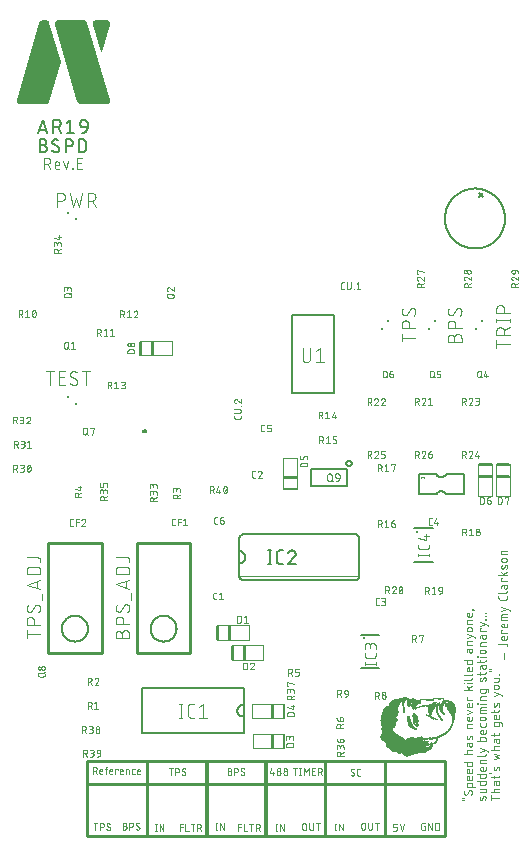
<source format=gto>
G04 EAGLE Gerber RS-274X export*
G75*
%MOMM*%
%FSLAX34Y34*%
%LPD*%
%INSilkscreen Top*%
%IPPOS*%
%AMOC8*
5,1,8,0,0,1.08239X$1,22.5*%
G01*
%ADD10C,0.050800*%
%ADD11C,0.076200*%
%ADD12C,0.177800*%
%ADD13C,0.200000*%
%ADD14R,0.008381X0.322581*%
%ADD15R,0.008381X0.500381*%
%ADD16R,0.008638X0.718819*%
%ADD17R,0.008381X0.822963*%
%ADD18R,0.008381X0.924563*%
%ADD19R,0.008638X0.980438*%
%ADD20R,0.008381X1.056638*%
%ADD21R,0.008381X1.117600*%
%ADD22R,0.008638X1.183638*%
%ADD23R,0.008381X1.236981*%
%ADD24R,0.008381X1.310638*%
%ADD25R,0.008638X1.346200*%
%ADD26R,0.008381X1.404619*%
%ADD27R,0.008381X1.437638*%
%ADD28R,0.008638X1.490981*%
%ADD29R,0.008381X1.524000*%
%ADD30R,0.008381X1.564638*%
%ADD31R,0.008638X1.600200*%
%ADD32R,0.008381X1.625600*%
%ADD33R,0.008381X1.658619*%
%ADD34R,0.008638X1.691638*%
%ADD35R,0.008381X1.727200*%
%ADD36R,0.008381X1.760219*%
%ADD37R,0.008638X1.778000*%
%ADD38R,0.008381X1.811019*%
%ADD39R,0.008381X1.846581*%
%ADD40R,0.008638X0.213363*%
%ADD41R,0.008638X1.389381*%
%ADD42R,0.008381X0.185419*%
%ADD43R,0.008381X1.287781*%
%ADD44R,0.008381X1.277619*%
%ADD45R,0.008638X0.177800*%
%ADD46R,0.008638X1.252219*%
%ADD47R,0.008381X0.177800*%
%ADD48R,0.008381X1.244600*%
%ADD49R,0.008381X0.167637*%
%ADD50R,0.008638X1.234438*%
%ADD51R,0.008381X0.170181*%
%ADD52R,0.008381X1.226819*%
%ADD53R,0.008381X1.229363*%
%ADD54R,0.008638X0.167637*%
%ADD55R,0.008638X1.219200*%
%ADD56R,0.008381X1.219200*%
%ADD57R,0.008381X0.162562*%
%ADD58R,0.008638X0.160019*%
%ADD59R,0.008638X1.193800*%
%ADD60R,0.008381X1.127763*%
%ADD61R,0.008381X0.152400*%
%ADD62R,0.008381X1.102363*%
%ADD63R,0.008638X1.084581*%
%ADD64R,0.008381X1.074419*%
%ADD65R,0.008381X1.066800*%
%ADD66R,0.008638X0.152400*%
%ADD67R,0.008638X1.056638*%
%ADD68R,0.008381X1.041400*%
%ADD69R,0.008381X0.144781*%
%ADD70R,0.008381X1.031238*%
%ADD71R,0.008638X1.033781*%
%ADD72R,0.008381X1.026163*%
%ADD73R,0.008381X1.023619*%
%ADD74R,0.008638X0.142238*%
%ADD75R,0.008638X1.008381*%
%ADD76R,0.008381X0.137162*%
%ADD77R,0.008381X0.998219*%
%ADD78R,0.008381X0.142238*%
%ADD79R,0.008638X0.144781*%
%ADD80R,0.008638X0.990600*%
%ADD81R,0.008381X0.134619*%
%ADD82R,0.008381X0.980438*%
%ADD83R,0.008381X0.261619*%
%ADD84R,0.008381X0.675638*%
%ADD85R,0.008638X0.134619*%
%ADD86R,0.008638X0.243838*%
%ADD87R,0.008638X0.670563*%
%ADD88R,0.008381X0.127000*%
%ADD89R,0.008381X0.228600*%
%ADD90R,0.008381X0.652781*%
%ADD91R,0.008381X0.210819*%
%ADD92R,0.008381X0.635000*%
%ADD93R,0.008638X0.127000*%
%ADD94R,0.008638X0.635000*%
%ADD95R,0.008381X0.119381*%
%ADD96R,0.008381X0.617219*%
%ADD97R,0.008381X0.116838*%
%ADD98R,0.008381X0.601981*%
%ADD99R,0.008638X0.119381*%
%ADD100R,0.008638X0.599438*%
%ADD101R,0.008381X0.584200*%
%ADD102R,0.008381X0.111763*%
%ADD103R,0.008638X0.101600*%
%ADD104R,0.008638X0.568963*%
%ADD105R,0.008381X0.568963*%
%ADD106R,0.008381X0.109219*%
%ADD107R,0.008381X0.558800*%
%ADD108R,0.008638X0.109219*%
%ADD109R,0.008638X0.116838*%
%ADD110R,0.008638X0.566419*%
%ADD111R,0.008381X0.101600*%
%ADD112R,0.008381X0.414019*%
%ADD113R,0.008381X0.406400*%
%ADD114R,0.008638X0.396238*%
%ADD115R,0.008381X0.086363*%
%ADD116R,0.008381X0.388619*%
%ADD117R,0.008381X0.066037*%
%ADD118R,0.008381X0.381000*%
%ADD119R,0.008638X0.091438*%
%ADD120R,0.008638X0.058419*%
%ADD121R,0.008638X0.381000*%
%ADD122R,0.008381X0.083819*%
%ADD123R,0.008381X0.043181*%
%ADD124R,0.008381X0.373381*%
%ADD125R,0.008638X0.093981*%
%ADD126R,0.008638X0.365762*%
%ADD127R,0.008381X0.091438*%
%ADD128R,0.008381X0.365762*%
%ADD129R,0.008381X0.093981*%
%ADD130R,0.008381X0.355600*%
%ADD131R,0.008638X0.347981*%
%ADD132R,0.008381X0.330200*%
%ADD133R,0.008638X0.086363*%
%ADD134R,0.008638X0.287019*%
%ADD135R,0.008381X0.220981*%
%ADD136R,0.008381X0.195581*%
%ADD137R,0.008638X0.195581*%
%ADD138R,0.008638X0.185419*%
%ADD139R,0.008638X0.203200*%
%ADD140R,0.008381X0.218438*%
%ADD141R,0.008638X0.025400*%
%ADD142R,0.008381X0.254000*%
%ADD143R,0.008381X0.243838*%
%ADD144R,0.008381X0.279400*%
%ADD145R,0.008638X0.236219*%
%ADD146R,0.008638X0.289563*%
%ADD147R,0.008381X0.297181*%
%ADD148R,0.008638X0.170181*%
%ADD149R,0.008638X0.330200*%
%ADD150R,0.008381X0.337819*%
%ADD151R,0.008638X0.043181*%
%ADD152R,0.008638X0.355600*%
%ADD153R,0.008381X0.363219*%
%ADD154R,0.008638X0.111763*%
%ADD155R,0.008638X0.373381*%
%ADD156R,0.008381X0.017781*%
%ADD157R,0.008381X0.076200*%
%ADD158R,0.008638X0.388619*%
%ADD159R,0.008381X0.160019*%
%ADD160R,0.008638X0.424181*%
%ADD161R,0.008381X0.441963*%
%ADD162R,0.008381X0.187963*%
%ADD163R,0.008381X0.203200*%
%ADD164R,0.008381X0.347981*%
%ADD165R,0.008381X0.058419*%
%ADD166R,0.008638X0.210819*%
%ADD167R,0.008638X0.050800*%
%ADD168R,0.008381X0.370838*%
%ADD169R,0.008381X0.050800*%
%ADD170R,0.008638X0.238763*%
%ADD171R,0.008638X0.398781*%
%ADD172R,0.008381X0.398781*%
%ADD173R,0.008381X0.040638*%
%ADD174R,0.008381X0.271781*%
%ADD175R,0.008381X0.424181*%
%ADD176R,0.008638X0.279400*%
%ADD177R,0.008638X0.439419*%
%ADD178R,0.008638X0.035563*%
%ADD179R,0.008381X0.294637*%
%ADD180R,0.008381X0.464819*%
%ADD181R,0.008381X0.068581*%
%ADD182R,0.008381X0.490219*%
%ADD183R,0.008381X0.033019*%
%ADD184R,0.008638X0.076200*%
%ADD185R,0.008638X0.975363*%
%ADD186R,0.008638X0.033019*%
%ADD187R,0.008381X0.947419*%
%ADD188R,0.008381X0.922019*%
%ADD189R,0.008381X0.025400*%
%ADD190R,0.008638X0.083819*%
%ADD191R,0.008638X0.881381*%
%ADD192R,0.008381X0.845819*%
%ADD193R,0.008381X0.812800*%
%ADD194R,0.008638X0.797563*%
%ADD195R,0.008381X0.777238*%
%ADD196R,0.008381X0.762000*%
%ADD197R,0.008638X0.744219*%
%ADD198R,0.008381X0.728981*%
%ADD199R,0.008381X0.711200*%
%ADD200R,0.008638X0.701037*%
%ADD201R,0.008381X0.678181*%
%ADD202R,0.008381X0.668019*%
%ADD203R,0.008638X0.645163*%
%ADD204R,0.008638X0.068581*%
%ADD205R,0.008381X0.609600*%
%ADD206R,0.008638X0.591819*%
%ADD207R,0.008381X0.548638*%
%ADD208R,0.008638X0.525781*%
%ADD209R,0.008381X0.508000*%
%ADD210R,0.008381X0.472438*%
%ADD211R,0.008638X0.449581*%
%ADD212R,0.008638X0.017781*%
%ADD213R,0.008638X0.060963*%
%ADD214R,0.008381X0.193038*%
%ADD215R,0.008381X0.060963*%
%ADD216R,0.008638X0.228600*%
%ADD217R,0.008381X0.238763*%
%ADD218R,0.008638X0.271781*%
%ADD219R,0.008381X0.878838*%
%ADD220R,0.008638X0.855981*%
%ADD221R,0.008381X0.269238*%
%ADD222R,0.008381X0.838200*%
%ADD223R,0.008381X0.805181*%
%ADD224R,0.008638X0.320038*%
%ADD225R,0.008638X0.787400*%
%ADD226R,0.008381X0.345438*%
%ADD227R,0.008381X0.751838*%
%ADD228R,0.008381X0.736600*%
%ADD229R,0.008638X0.370838*%
%ADD230R,0.008638X0.711200*%
%ADD231R,0.008381X0.685800*%
%ADD232R,0.008381X0.660400*%
%ADD233R,0.008638X0.414019*%
%ADD234R,0.008638X0.137162*%
%ADD235R,0.008381X0.015238*%
%ADD236R,0.008381X0.431800*%
%ADD237R,0.008381X0.457200*%
%ADD238R,0.008381X0.035563*%
%ADD239R,0.008638X0.490219*%
%ADD240R,0.008381X0.543563*%
%ADD241R,0.008381X0.591819*%
%ADD242R,0.008638X0.066037*%
%ADD243R,0.008638X0.617219*%
%ADD244R,0.008381X0.624838*%
%ADD245R,0.008381X0.645163*%
%ADD246R,0.008638X0.660400*%
%ADD247R,0.008381X0.627381*%
%ADD248R,0.008638X0.609600*%
%ADD249R,0.008638X0.650238*%
%ADD250R,0.008381X0.236219*%
%ADD251R,0.008638X0.246381*%
%ADD252R,0.008638X0.871219*%
%ADD253R,0.008381X0.881381*%
%ADD254R,0.008381X0.287019*%
%ADD255R,0.008381X0.899163*%
%ADD256R,0.008638X0.297181*%
%ADD257R,0.008638X0.924563*%
%ADD258R,0.008381X0.304800*%
%ADD259R,0.008381X0.939800*%
%ADD260R,0.008381X0.965200*%
%ADD261R,0.008638X0.312419*%
%ADD262R,0.008638X1.109981*%
%ADD263R,0.008381X0.312419*%
%ADD264R,0.008381X1.109981*%
%ADD265R,0.008381X1.099819*%
%ADD266R,0.008638X0.322581*%
%ADD267R,0.008638X1.092200*%
%ADD268R,0.008381X0.320038*%
%ADD269R,0.008381X1.084581*%
%ADD270R,0.008638X1.066800*%
%ADD271R,0.008638X0.340363*%
%ADD272R,0.008638X1.049019*%
%ADD273R,0.008381X1.049019*%
%ADD274R,0.008381X0.795019*%
%ADD275R,0.008638X0.337819*%
%ADD276R,0.008638X0.779781*%
%ADD277R,0.008381X0.340363*%
%ADD278R,0.008381X0.744219*%
%ADD279R,0.008638X0.736600*%
%ADD280R,0.008381X0.718819*%
%ADD281R,0.008638X0.345438*%
%ADD282R,0.008381X0.703581*%
%ADD283R,0.008381X0.693419*%
%ADD284R,0.008638X0.685800*%
%ADD285R,0.008381X0.670563*%
%ADD286R,0.008381X0.246381*%
%ADD287R,0.008638X0.304800*%
%ADD288R,0.008638X0.007619*%
%ADD289R,0.008381X0.396238*%
%ADD290R,0.008638X0.406400*%
%ADD291R,0.008638X0.441963*%
%ADD292R,0.008381X0.449581*%
%ADD293R,0.008638X0.652781*%
%ADD294R,0.008638X0.668019*%
%ADD295R,0.008638X0.703581*%
%ADD296R,0.008638X0.187963*%
%ADD297R,0.008638X0.193038*%
%ADD298R,0.008381X0.213363*%
%ADD299R,0.008638X0.939800*%
%ADD300R,0.008381X0.932181*%
%ADD301R,0.008638X0.922019*%
%ADD302R,0.008638X0.254000*%
%ADD303R,0.008381X0.914400*%
%ADD304R,0.008638X0.914400*%
%ADD305R,0.008638X0.294637*%
%ADD306R,0.008381X0.929638*%
%ADD307R,0.008638X0.929638*%
%ADD308R,0.008638X1.404619*%
%ADD309R,0.008381X1.412238*%
%ADD310R,0.008638X1.412238*%
%ADD311R,0.008381X1.397000*%
%ADD312R,0.008638X1.386838*%
%ADD313R,0.008381X1.379219*%
%ADD314R,0.008381X1.371600*%
%ADD315R,0.008638X1.353819*%
%ADD316R,0.008381X1.346200*%
%ADD317R,0.008381X1.320800*%
%ADD318R,0.008381X0.289563*%
%ADD319R,0.008638X1.310638*%
%ADD320R,0.008381X1.303019*%
%ADD321R,0.008638X1.303019*%
%ADD322R,0.008638X1.295400*%
%ADD323R,0.008381X1.295400*%
%ADD324R,0.008381X1.305562*%
%ADD325R,0.008638X1.305562*%
%ADD326R,0.008638X0.261619*%
%ADD327R,0.008638X0.492763*%
%ADD328R,0.008381X0.416563*%
%ADD329R,0.008381X0.518162*%
%ADD330R,0.008638X0.162562*%
%ADD331R,0.008638X0.533400*%
%ADD332R,0.008381X0.551181*%
%ADD333R,0.008381X0.566419*%
%ADD334R,0.008638X1.287781*%
%ADD335R,0.008638X0.574037*%
%ADD336R,0.008638X1.313181*%
%ADD337R,0.008638X0.675638*%
%ADD338R,0.008638X0.431800*%
%ADD339R,0.008381X1.313181*%
%ADD340R,0.008381X0.439419*%
%ADD341R,0.008638X1.328419*%
%ADD342R,0.008381X1.338581*%
%ADD343R,0.008638X0.802638*%
%ADD344R,0.008381X0.820419*%
%ADD345R,0.008638X1.379219*%
%ADD346R,0.008638X0.601981*%
%ADD347R,0.008638X0.828038*%
%ADD348R,0.008381X1.389381*%
%ADD349R,0.008638X1.397000*%
%ADD350R,0.008638X0.853438*%
%ADD351R,0.008381X0.533400*%
%ADD352R,0.008381X0.523238*%
%ADD353R,0.008638X1.422400*%
%ADD354R,0.008381X1.422400*%
%ADD355R,0.008638X1.430019*%
%ADD356R,0.008638X0.363219*%
%ADD357R,0.008381X1.430019*%
%ADD358R,0.008638X0.863600*%
%ADD359R,0.008381X0.863600*%
%ADD360R,0.008381X0.855981*%
%ADD361R,0.008638X0.220981*%
%ADD362R,0.008638X0.848363*%
%ADD363R,0.008381X1.440181*%
%ADD364R,0.008381X0.828038*%
%ADD365R,0.008638X1.440181*%
%ADD366R,0.008381X1.447800*%
%ADD367R,0.008638X1.447800*%
%ADD368R,0.008638X0.497838*%
%ADD369R,0.008381X0.482600*%
%ADD370R,0.008381X0.264163*%
%ADD371R,0.008638X1.455419*%
%ADD372R,0.008381X1.455419*%
%ADD373R,0.008638X1.465581*%
%ADD374R,0.008381X1.465581*%
%ADD375R,0.008381X1.473200*%
%ADD376R,0.008638X1.473200*%
%ADD377R,0.008381X1.480819*%
%ADD378R,0.008381X1.498600*%
%ADD379R,0.008381X1.506219*%
%ADD380R,0.008638X1.506219*%
%ADD381R,0.008381X1.513838*%
%ADD382R,0.008638X1.513838*%
%ADD383R,0.008638X0.474981*%
%ADD384R,0.008381X1.541781*%
%ADD385R,0.008638X1.541781*%
%ADD386R,0.008638X0.515619*%
%ADD387R,0.008638X0.543563*%
%ADD388R,0.008381X1.549400*%
%ADD389R,0.008381X0.541019*%
%ADD390R,0.008381X1.539238*%
%ADD391R,0.008638X1.549400*%
%ADD392R,0.008638X0.576581*%
%ADD393R,0.008638X0.627381*%
%ADD394R,0.008638X0.558800*%
%ADD395R,0.008381X1.432562*%
%ADD396R,0.008381X0.779781*%
%ADD397R,0.008638X1.480819*%
%ADD398R,0.008381X1.488438*%
%ADD399R,0.008381X0.701037*%
%ADD400R,0.008381X0.594363*%
%ADD401R,0.008638X1.498600*%
%ADD402R,0.008638X0.695963*%
%ADD403R,0.008381X1.516381*%
%ADD404R,0.008638X1.516381*%
%ADD405R,0.008381X0.497838*%
%ADD406R,0.008638X0.482600*%
%ADD407R,0.008381X0.642619*%
%ADD408R,0.008638X0.421637*%
%ADD409R,0.008638X1.488438*%
%ADD410R,0.008381X1.463037*%
%ADD411R,0.008638X1.432562*%
%ADD412R,0.008381X1.363981*%
%ADD413R,0.008381X1.328419*%
%ADD414R,0.008638X1.285238*%
%ADD415R,0.008638X0.314963*%
%ADD416R,0.008381X1.270000*%
%ADD417R,0.008638X1.270000*%
%ADD418R,0.008638X0.541019*%
%ADD419R,0.008381X1.092200*%
%ADD420R,0.008638X1.016000*%
%ADD421R,0.008381X0.982981*%
%ADD422R,0.008381X0.830581*%
%ADD423R,0.008381X0.787400*%
%ADD424R,0.008381X1.285238*%
%ADD425R,0.008381X1.336037*%
%ADD426R,0.008638X1.414781*%
%ADD427R,0.008381X1.457963*%
%ADD428R,0.008381X1.490981*%
%ADD429R,0.008638X1.524000*%
%ADD430R,0.008381X1.531619*%
%ADD431R,0.008381X1.559563*%
%ADD432R,0.008638X1.559563*%
%ADD433R,0.008638X0.551181*%
%ADD434R,0.008381X1.557019*%
%ADD435R,0.008638X1.557019*%
%ADD436R,0.008381X1.567181*%
%ADD437R,0.008638X1.567181*%
%ADD438R,0.008638X0.624838*%
%ADD439R,0.008638X1.564638*%
%ADD440R,0.008381X0.695963*%
%ADD441R,0.008638X1.407163*%
%ADD442R,0.008381X1.407163*%
%ADD443R,0.008381X1.414781*%
%ADD444R,0.008381X0.474981*%
%ADD445R,0.008381X2.141219*%
%ADD446R,0.008381X2.202181*%
%ADD447R,0.008638X2.227581*%
%ADD448R,0.008381X2.252981*%
%ADD449R,0.008381X2.260600*%
%ADD450R,0.008638X2.275838*%
%ADD451R,0.008381X1.574800*%
%ADD452R,0.008381X2.286000*%
%ADD453R,0.008381X2.293619*%
%ADD454R,0.008638X1.584963*%
%ADD455R,0.008638X2.303781*%
%ADD456R,0.008381X1.592581*%
%ADD457R,0.008381X2.296163*%
%ADD458R,0.008381X1.600200*%
%ADD459R,0.008381X2.311400*%
%ADD460R,0.008638X1.607819*%
%ADD461R,0.008638X2.301238*%
%ADD462R,0.008381X1.607819*%
%ADD463R,0.008381X2.303781*%
%ADD464R,0.008638X1.633219*%
%ADD465R,0.008638X2.311400*%
%ADD466R,0.008381X1.633219*%
%ADD467R,0.008381X1.651000*%
%ADD468R,0.008638X1.661163*%
%ADD469R,0.008381X1.661163*%
%ADD470R,0.008381X1.668781*%
%ADD471R,0.008381X2.301238*%
%ADD472R,0.008638X1.676400*%
%ADD473R,0.008381X1.684019*%
%ADD474R,0.008638X1.694181*%
%ADD475R,0.008381X1.701800*%
%ADD476R,0.008381X1.717037*%
%ADD477R,0.008381X2.319019*%
%ADD478R,0.008638X1.717037*%
%ADD479R,0.008638X2.321563*%
%ADD480R,0.008381X2.336800*%
%ADD481R,0.008381X1.734819*%
%ADD482R,0.008638X1.734819*%
%ADD483R,0.008638X2.344419*%
%ADD484R,0.008381X1.752600*%
%ADD485R,0.008381X2.362200*%
%ADD486R,0.008381X1.770381*%
%ADD487R,0.008381X2.379981*%
%ADD488R,0.008638X1.795781*%
%ADD489R,0.008638X2.402837*%
%ADD490R,0.008381X4.234181*%
%ADD491R,0.008638X4.216400*%
%ADD492R,0.008381X4.206238*%
%ADD493R,0.008381X4.191000*%
%ADD494R,0.008638X4.183381*%
%ADD495R,0.008381X4.165600*%
%ADD496R,0.008381X4.147819*%
%ADD497R,0.008638X4.132581*%
%ADD498R,0.008381X4.122419*%
%ADD499R,0.008381X4.089400*%
%ADD500R,0.008638X4.028437*%
%ADD501R,0.008381X3.987800*%
%ADD502R,0.008381X3.962400*%
%ADD503R,0.008638X3.954781*%
%ADD504R,0.008381X3.937000*%
%ADD505R,0.008381X3.919219*%
%ADD506R,0.008638X3.903981*%
%ADD507R,0.008381X3.893819*%
%ADD508R,0.008381X3.886200*%
%ADD509R,0.008638X3.868419*%
%ADD510R,0.008381X3.845563*%
%ADD511R,0.008381X3.820163*%
%ADD512R,0.008638X3.700781*%
%ADD513R,0.008381X3.683000*%
%ADD514R,0.008381X3.667763*%
%ADD515R,0.008638X3.647438*%
%ADD516R,0.008381X3.639819*%
%ADD517R,0.008381X3.632200*%
%ADD518R,0.008638X3.622038*%
%ADD519R,0.008381X3.614419*%
%ADD520R,0.008381X3.606800*%
%ADD521R,0.008638X3.599181*%
%ADD522R,0.008381X3.591563*%
%ADD523R,0.008381X3.581400*%
%ADD524R,0.008638X3.581400*%
%ADD525R,0.008381X3.571238*%
%ADD526R,0.008381X3.563619*%
%ADD527R,0.008638X3.548381*%
%ADD528R,0.008381X3.538219*%
%ADD529R,0.008381X3.530600*%
%ADD530R,0.008638X3.522981*%
%ADD531R,0.008381X3.515363*%
%ADD532R,0.008381X3.495038*%
%ADD533R,0.008638X3.487419*%
%ADD534R,0.008381X3.479800*%
%ADD535R,0.008381X3.469638*%
%ADD536R,0.008638X3.462019*%
%ADD537R,0.008381X3.446781*%
%ADD538R,0.008381X3.429000*%
%ADD539R,0.008638X3.413763*%
%ADD540R,0.008381X3.395981*%
%ADD541R,0.008381X3.368038*%
%ADD542R,0.008638X3.352800*%
%ADD543R,0.008381X3.327400*%
%ADD544R,0.008381X3.284219*%
%ADD545R,0.008638X3.243581*%
%ADD546R,0.008381X3.210562*%
%ADD547R,0.008381X3.185163*%
%ADD548R,0.008638X3.149600*%
%ADD549R,0.008381X3.124200*%
%ADD550R,0.008381X3.106419*%
%ADD551R,0.008638X3.073400*%
%ADD552R,0.008381X3.065781*%
%ADD553R,0.008381X3.040381*%
%ADD554R,0.008638X3.022600*%
%ADD555R,0.008381X2.997200*%
%ADD556R,0.008381X2.979419*%
%ADD557R,0.008638X2.964181*%
%ADD558R,0.008381X2.946400*%
%ADD559R,0.008381X2.921000*%
%ADD560R,0.008638X2.910837*%
%ADD561R,0.008381X2.895600*%
%ADD562R,0.008381X2.880362*%
%ADD563R,0.008638X2.852419*%
%ADD564R,0.008381X2.844800*%
%ADD565R,0.008381X2.837181*%
%ADD566R,0.008638X2.809238*%
%ADD567R,0.008381X2.801619*%
%ADD568R,0.008381X2.786381*%
%ADD569R,0.008638X2.758438*%
%ADD570R,0.008381X2.743200*%
%ADD571R,0.008381X2.735581*%
%ADD572R,0.008638X2.710181*%
%ADD573R,0.008381X2.682238*%
%ADD574R,0.008381X2.674619*%
%ADD575R,0.008638X2.656837*%
%ADD576R,0.008381X2.623819*%
%ADD577R,0.008381X2.590800*%
%ADD578R,0.008638X2.550163*%
%ADD579R,0.008381X2.504438*%
%ADD580R,0.008381X2.479038*%
%ADD581R,0.008638X2.430781*%
%ADD582R,0.008381X2.395219*%
%ADD583R,0.008381X1.635763*%
%ADD584R,0.008638X1.592581*%
%ADD585R,0.008381X0.574037*%
%ADD586R,0.008381X0.421637*%
%ADD587R,0.008381X1.059181*%
%ADD588R,0.008381X0.972819*%
%ADD589R,0.008381X0.492763*%
%ADD590R,0.008638X0.464819*%
%ADD591R,0.008638X0.906781*%
%ADD592R,0.008381X0.848363*%
%ADD593R,0.008638X0.812800*%
%ADD594R,0.008638X0.457200*%
%ADD595C,0.127000*%
%ADD596C,0.250000*%
%ADD597R,0.200000X0.200000*%
%ADD598C,0.101600*%
%ADD599C,0.254000*%
%ADD600C,0.152400*%
%ADD601C,0.050000*%
%ADD602C,0.200000*%
%ADD603C,0.203200*%
%ADD604C,0.025400*%

G36*
X96833Y628510D02*
X96833Y628510D01*
X96855Y628508D01*
X97220Y628537D01*
X97249Y628546D01*
X97289Y628548D01*
X97596Y628617D01*
X97622Y628628D01*
X97659Y628635D01*
X97953Y628744D01*
X97977Y628758D01*
X98013Y628770D01*
X98291Y628916D01*
X98314Y628935D01*
X98351Y628953D01*
X98648Y629168D01*
X98671Y629193D01*
X98709Y629220D01*
X99004Y629516D01*
X99024Y629545D01*
X99059Y629581D01*
X99300Y629922D01*
X99314Y629953D01*
X99341Y629991D01*
X99502Y630320D01*
X99510Y630353D01*
X99531Y630396D01*
X99651Y630796D01*
X99655Y630831D01*
X99668Y630876D01*
X99715Y631240D01*
X99713Y631272D01*
X99719Y631317D01*
X99709Y631683D01*
X99702Y631714D01*
X99701Y631758D01*
X99636Y632119D01*
X99627Y632140D01*
X99624Y632170D01*
X80515Y697386D01*
X80508Y697399D01*
X80505Y697416D01*
X80398Y697711D01*
X80383Y697735D01*
X80372Y697769D01*
X80228Y698048D01*
X80211Y698070D01*
X80196Y698103D01*
X80017Y698362D01*
X79997Y698381D01*
X79978Y698412D01*
X79768Y698645D01*
X79747Y698661D01*
X79726Y698687D01*
X79529Y698859D01*
X79507Y698872D01*
X79483Y698895D01*
X79224Y699073D01*
X79199Y699084D01*
X79169Y699106D01*
X78890Y699249D01*
X78863Y699257D01*
X78830Y699275D01*
X78535Y699381D01*
X78507Y699385D01*
X78473Y699399D01*
X78166Y699466D01*
X78140Y699466D01*
X78107Y699475D01*
X77847Y699500D01*
X77826Y699498D01*
X77799Y699502D01*
X55757Y699504D01*
X55744Y699502D01*
X55726Y699503D01*
X55413Y699484D01*
X55388Y699477D01*
X55355Y699477D01*
X55098Y699430D01*
X55076Y699421D01*
X55045Y699418D01*
X54794Y699343D01*
X54773Y699332D01*
X54743Y699325D01*
X54502Y699224D01*
X54482Y699211D01*
X54453Y699201D01*
X54224Y699074D01*
X54206Y699058D01*
X54178Y699045D01*
X53964Y698895D01*
X53946Y698876D01*
X53918Y698858D01*
X53684Y698648D01*
X53669Y698627D01*
X53643Y698606D01*
X53470Y698410D01*
X53458Y698388D01*
X53434Y698364D01*
X53256Y698106D01*
X53246Y698082D01*
X53225Y698055D01*
X53103Y697824D01*
X53096Y697801D01*
X53081Y697776D01*
X52984Y697533D01*
X52979Y697509D01*
X52966Y697481D01*
X52896Y697229D01*
X52895Y697205D01*
X52885Y697176D01*
X52842Y696918D01*
X52843Y696894D01*
X52836Y696863D01*
X52823Y696602D01*
X52826Y696579D01*
X52823Y696548D01*
X52838Y696287D01*
X52844Y696261D01*
X52844Y696228D01*
X52899Y695919D01*
X52908Y695896D01*
X52912Y695865D01*
X72044Y630601D01*
X72050Y630589D01*
X72054Y630571D01*
X72161Y630276D01*
X72176Y630252D01*
X72187Y630216D01*
X72332Y629938D01*
X72349Y629917D01*
X72363Y629886D01*
X72511Y629670D01*
X72530Y629652D01*
X72548Y629623D01*
X72755Y629387D01*
X72778Y629370D01*
X72801Y629341D01*
X73037Y629134D01*
X73062Y629120D01*
X73088Y629095D01*
X73349Y628920D01*
X73373Y628910D01*
X73400Y628890D01*
X73633Y628771D01*
X73658Y628764D01*
X73687Y628748D01*
X73982Y628639D01*
X74009Y628635D01*
X74043Y628621D01*
X74349Y628550D01*
X74377Y628550D01*
X74412Y628540D01*
X74724Y628510D01*
X74746Y628512D01*
X74773Y628507D01*
X96815Y628506D01*
X96833Y628510D01*
G37*
G36*
X45644Y628507D02*
X45644Y628507D01*
X45661Y628510D01*
X45682Y628508D01*
X45943Y628528D01*
X45964Y628534D01*
X45991Y628534D01*
X46198Y628570D01*
X46217Y628578D01*
X46245Y628581D01*
X46497Y628651D01*
X46516Y628660D01*
X46543Y628666D01*
X46738Y628741D01*
X46756Y628753D01*
X46782Y628761D01*
X47016Y628878D01*
X47033Y628891D01*
X47058Y628901D01*
X47236Y629013D01*
X47249Y629026D01*
X47271Y629037D01*
X47438Y629163D01*
X47452Y629179D01*
X47475Y629193D01*
X47668Y629370D01*
X47681Y629389D01*
X47705Y629408D01*
X47878Y629605D01*
X47891Y629627D01*
X47914Y629651D01*
X48092Y629910D01*
X48103Y629935D01*
X48125Y629965D01*
X48269Y630244D01*
X48276Y630269D01*
X48293Y630298D01*
X48384Y630543D01*
X48387Y630559D01*
X48396Y630577D01*
X58125Y663788D01*
X58130Y663847D01*
X58145Y663904D01*
X58139Y663952D01*
X58142Y663987D01*
X58131Y664020D01*
X58125Y664069D01*
X48352Y697377D01*
X48346Y697387D01*
X48344Y697401D01*
X48241Y697697D01*
X48227Y697719D01*
X48218Y697752D01*
X48103Y697987D01*
X48088Y698006D01*
X48076Y698034D01*
X47937Y698256D01*
X47920Y698273D01*
X47905Y698300D01*
X47742Y698504D01*
X47722Y698521D01*
X47703Y698549D01*
X47479Y698769D01*
X47477Y698771D01*
X47475Y698772D01*
X47457Y698784D01*
X47434Y698809D01*
X47228Y698969D01*
X47206Y698980D01*
X47183Y699000D01*
X46961Y699137D01*
X46938Y699145D01*
X46913Y699163D01*
X46677Y699275D01*
X46654Y699281D01*
X46627Y699296D01*
X46380Y699382D01*
X46354Y699385D01*
X46322Y699398D01*
X46016Y699465D01*
X45988Y699466D01*
X45952Y699475D01*
X45639Y699502D01*
X45620Y699500D01*
X45596Y699504D01*
X42612Y699504D01*
X42595Y699501D01*
X42574Y699503D01*
X42209Y699475D01*
X42178Y699467D01*
X42135Y699464D01*
X41778Y699382D01*
X41747Y699368D01*
X41701Y699357D01*
X41314Y699199D01*
X41285Y699180D01*
X41242Y699162D01*
X40930Y698971D01*
X40906Y698949D01*
X40869Y698927D01*
X40589Y698691D01*
X40568Y698665D01*
X40532Y698635D01*
X40259Y698317D01*
X40243Y698288D01*
X40212Y698253D01*
X40021Y697941D01*
X40010Y697909D01*
X39985Y697869D01*
X39826Y697482D01*
X39822Y697460D01*
X39809Y697433D01*
X20699Y632217D01*
X20698Y632203D01*
X20691Y632187D01*
X20633Y631931D01*
X20633Y631910D01*
X20625Y631883D01*
X20599Y631676D01*
X20601Y631654D01*
X20595Y631627D01*
X20589Y631365D01*
X20592Y631344D01*
X20590Y631315D01*
X20605Y631107D01*
X20610Y631088D01*
X20610Y631063D01*
X20644Y630856D01*
X20652Y630836D01*
X20654Y630808D01*
X20722Y630555D01*
X20731Y630536D01*
X20737Y630509D01*
X20810Y630313D01*
X20817Y630302D01*
X20819Y630293D01*
X20824Y630287D01*
X20829Y630268D01*
X20944Y630033D01*
X20959Y630015D01*
X20970Y629987D01*
X21110Y629765D01*
X21124Y629750D01*
X21137Y629726D01*
X21265Y629561D01*
X21281Y629547D01*
X21296Y629524D01*
X21476Y629333D01*
X21493Y629321D01*
X21510Y629300D01*
X21667Y629162D01*
X21686Y629151D01*
X21705Y629132D01*
X21918Y628979D01*
X21937Y628970D01*
X21958Y628953D01*
X22140Y628847D01*
X22160Y628841D01*
X22183Y628825D01*
X22421Y628716D01*
X22442Y628711D01*
X22467Y628698D01*
X22665Y628630D01*
X22689Y628627D01*
X22717Y628616D01*
X23024Y628547D01*
X23054Y628547D01*
X23093Y628537D01*
X23458Y628508D01*
X23476Y628510D01*
X23498Y628506D01*
X45644Y628507D01*
G37*
G36*
X92373Y672276D02*
X92373Y672276D01*
X92431Y672273D01*
X92471Y672288D01*
X92513Y672293D01*
X92564Y672321D01*
X92618Y672341D01*
X92649Y672370D01*
X92686Y672391D01*
X92721Y672437D01*
X92763Y672477D01*
X92785Y672521D01*
X92807Y672549D01*
X92815Y672583D01*
X92836Y672626D01*
X99612Y695740D01*
X99613Y695755D01*
X99620Y695773D01*
X99677Y696028D01*
X99677Y696052D01*
X99686Y696081D01*
X99715Y696341D01*
X99713Y696364D01*
X99718Y696395D01*
X99719Y696656D01*
X99714Y696680D01*
X99716Y696710D01*
X99689Y696971D01*
X99680Y696998D01*
X99678Y697035D01*
X99592Y697391D01*
X99579Y697420D01*
X99569Y697462D01*
X99432Y697801D01*
X99414Y697828D01*
X99399Y697868D01*
X99212Y698183D01*
X99190Y698208D01*
X99167Y698248D01*
X98899Y698570D01*
X98877Y698588D01*
X98869Y698599D01*
X98865Y698601D01*
X98844Y698627D01*
X98568Y698868D01*
X98540Y698883D01*
X98508Y698913D01*
X98199Y699110D01*
X98169Y699121D01*
X98132Y699146D01*
X97796Y699293D01*
X97764Y699300D01*
X97724Y699318D01*
X97370Y699413D01*
X97336Y699415D01*
X97290Y699427D01*
X96873Y699467D01*
X96852Y699465D01*
X96825Y699470D01*
X87924Y699470D01*
X87912Y699467D01*
X87897Y699469D01*
X87636Y699455D01*
X87613Y699450D01*
X87583Y699450D01*
X87325Y699408D01*
X87302Y699400D01*
X87272Y699397D01*
X87019Y699328D01*
X86998Y699317D01*
X86968Y699311D01*
X86724Y699214D01*
X86704Y699201D01*
X86675Y699192D01*
X86444Y699069D01*
X86425Y699054D01*
X86397Y699041D01*
X86180Y698895D01*
X86164Y698878D01*
X86138Y698863D01*
X85938Y698694D01*
X85923Y698675D01*
X85899Y698657D01*
X85718Y698468D01*
X85706Y698448D01*
X85684Y698428D01*
X85524Y698221D01*
X85513Y698198D01*
X85491Y698173D01*
X85330Y697903D01*
X85321Y697879D01*
X85303Y697851D01*
X85195Y697613D01*
X85190Y697590D01*
X85176Y697563D01*
X85095Y697314D01*
X85092Y697291D01*
X85081Y697262D01*
X85027Y697006D01*
X85027Y696982D01*
X85019Y696953D01*
X84993Y696692D01*
X84995Y696668D01*
X84990Y696638D01*
X84993Y696376D01*
X84998Y696353D01*
X84996Y696322D01*
X85027Y696063D01*
X85035Y696038D01*
X85037Y696005D01*
X85110Y695700D01*
X85115Y695689D01*
X85117Y695675D01*
X91878Y672626D01*
X91905Y672575D01*
X91923Y672520D01*
X91951Y672488D01*
X91971Y672450D01*
X92016Y672414D01*
X92054Y672370D01*
X92092Y672352D01*
X92125Y672325D01*
X92181Y672309D01*
X92233Y672283D01*
X92275Y672281D01*
X92316Y672269D01*
X92373Y672276D01*
G37*
D10*
X138527Y18838D02*
X138527Y12996D01*
X137878Y12996D02*
X139176Y12996D01*
X139176Y18838D02*
X137878Y18838D01*
X141667Y18838D02*
X141667Y12996D01*
X144912Y12996D02*
X141667Y18838D01*
X144912Y18838D02*
X144912Y12996D01*
X158645Y13096D02*
X158645Y18938D01*
X161242Y18938D01*
X161242Y16341D02*
X158645Y16341D01*
X163598Y18938D02*
X163598Y13096D01*
X166195Y13096D01*
X169591Y13096D02*
X169591Y18938D01*
X167968Y18938D02*
X171214Y18938D01*
X173530Y18938D02*
X173530Y13096D01*
X173530Y18938D02*
X175152Y18938D01*
X175232Y18936D01*
X175311Y18930D01*
X175390Y18920D01*
X175469Y18907D01*
X175546Y18889D01*
X175623Y18868D01*
X175699Y18843D01*
X175773Y18814D01*
X175846Y18782D01*
X175917Y18746D01*
X175986Y18707D01*
X176054Y18664D01*
X176119Y18619D01*
X176182Y18570D01*
X176242Y18518D01*
X176300Y18463D01*
X176355Y18405D01*
X176407Y18345D01*
X176456Y18282D01*
X176501Y18217D01*
X176544Y18149D01*
X176583Y18080D01*
X176619Y18009D01*
X176651Y17936D01*
X176680Y17862D01*
X176705Y17786D01*
X176726Y17709D01*
X176744Y17632D01*
X176757Y17553D01*
X176767Y17474D01*
X176773Y17395D01*
X176775Y17315D01*
X176773Y17235D01*
X176767Y17156D01*
X176757Y17077D01*
X176744Y16998D01*
X176726Y16921D01*
X176705Y16844D01*
X176680Y16768D01*
X176651Y16694D01*
X176619Y16621D01*
X176583Y16550D01*
X176544Y16481D01*
X176501Y16413D01*
X176456Y16348D01*
X176407Y16285D01*
X176355Y16225D01*
X176300Y16167D01*
X176242Y16112D01*
X176182Y16060D01*
X176119Y16011D01*
X176054Y15966D01*
X175986Y15923D01*
X175917Y15884D01*
X175846Y15848D01*
X175773Y15816D01*
X175699Y15787D01*
X175623Y15762D01*
X175546Y15741D01*
X175469Y15723D01*
X175390Y15710D01*
X175311Y15700D01*
X175232Y15694D01*
X175152Y15692D01*
X173530Y15692D01*
X175477Y15692D02*
X176775Y13096D01*
X208369Y13296D02*
X208369Y19138D01*
X210965Y19138D01*
X210965Y16541D02*
X208369Y16541D01*
X213322Y19138D02*
X213322Y13296D01*
X215918Y13296D01*
X219314Y13296D02*
X219314Y19138D01*
X217692Y19138D02*
X220937Y19138D01*
X223253Y19138D02*
X223253Y13296D01*
X223253Y19138D02*
X224876Y19138D01*
X224956Y19136D01*
X225035Y19130D01*
X225114Y19120D01*
X225193Y19107D01*
X225270Y19089D01*
X225347Y19068D01*
X225423Y19043D01*
X225497Y19014D01*
X225570Y18982D01*
X225641Y18946D01*
X225710Y18907D01*
X225778Y18864D01*
X225843Y18819D01*
X225906Y18770D01*
X225966Y18718D01*
X226024Y18663D01*
X226079Y18605D01*
X226131Y18545D01*
X226180Y18482D01*
X226225Y18417D01*
X226268Y18349D01*
X226307Y18280D01*
X226343Y18209D01*
X226375Y18136D01*
X226404Y18062D01*
X226429Y17986D01*
X226450Y17909D01*
X226468Y17832D01*
X226481Y17753D01*
X226491Y17674D01*
X226497Y17595D01*
X226499Y17515D01*
X226497Y17435D01*
X226491Y17356D01*
X226481Y17277D01*
X226468Y17198D01*
X226450Y17121D01*
X226429Y17044D01*
X226404Y16968D01*
X226375Y16894D01*
X226343Y16821D01*
X226307Y16750D01*
X226268Y16681D01*
X226225Y16613D01*
X226180Y16548D01*
X226131Y16485D01*
X226079Y16425D01*
X226024Y16367D01*
X225966Y16312D01*
X225906Y16260D01*
X225843Y16211D01*
X225778Y16166D01*
X225710Y16123D01*
X225641Y16084D01*
X225570Y16048D01*
X225497Y16016D01*
X225423Y15987D01*
X225347Y15962D01*
X225270Y15941D01*
X225193Y15923D01*
X225114Y15910D01*
X225035Y15900D01*
X224956Y15894D01*
X224876Y15892D01*
X223253Y15892D01*
X225200Y15892D02*
X226499Y13296D01*
X189811Y13619D02*
X189811Y19461D01*
X189162Y13619D02*
X190460Y13619D01*
X190460Y19461D02*
X189162Y19461D01*
X192951Y19461D02*
X192951Y13619D01*
X196197Y13619D02*
X192951Y19461D01*
X196197Y19461D02*
X196197Y13619D01*
X240488Y13304D02*
X240488Y19146D01*
X239839Y13304D02*
X241137Y13304D01*
X241137Y19146D02*
X239839Y19146D01*
X243628Y19146D02*
X243628Y13304D01*
X246873Y13304D02*
X243628Y19146D01*
X246873Y19146D02*
X246873Y13304D01*
X262495Y15403D02*
X262495Y18000D01*
X262497Y18080D01*
X262503Y18159D01*
X262513Y18238D01*
X262526Y18317D01*
X262544Y18394D01*
X262565Y18471D01*
X262590Y18547D01*
X262619Y18621D01*
X262651Y18694D01*
X262687Y18765D01*
X262726Y18834D01*
X262769Y18902D01*
X262814Y18967D01*
X262863Y19030D01*
X262915Y19090D01*
X262970Y19148D01*
X263028Y19203D01*
X263088Y19255D01*
X263151Y19304D01*
X263216Y19349D01*
X263284Y19392D01*
X263353Y19431D01*
X263424Y19467D01*
X263497Y19499D01*
X263571Y19528D01*
X263647Y19553D01*
X263724Y19574D01*
X263801Y19592D01*
X263880Y19605D01*
X263959Y19615D01*
X264038Y19621D01*
X264118Y19623D01*
X264198Y19621D01*
X264277Y19615D01*
X264356Y19605D01*
X264435Y19592D01*
X264512Y19574D01*
X264589Y19553D01*
X264665Y19528D01*
X264739Y19499D01*
X264812Y19467D01*
X264883Y19431D01*
X264952Y19392D01*
X265020Y19349D01*
X265085Y19304D01*
X265148Y19255D01*
X265208Y19203D01*
X265266Y19148D01*
X265321Y19090D01*
X265373Y19030D01*
X265422Y18967D01*
X265467Y18902D01*
X265510Y18834D01*
X265549Y18765D01*
X265585Y18694D01*
X265617Y18621D01*
X265646Y18547D01*
X265671Y18471D01*
X265692Y18394D01*
X265710Y18317D01*
X265723Y18238D01*
X265733Y18159D01*
X265739Y18080D01*
X265741Y18000D01*
X265740Y18000D02*
X265740Y15403D01*
X265741Y15403D02*
X265739Y15323D01*
X265733Y15244D01*
X265723Y15165D01*
X265710Y15086D01*
X265692Y15009D01*
X265671Y14932D01*
X265646Y14856D01*
X265617Y14782D01*
X265585Y14709D01*
X265549Y14638D01*
X265510Y14569D01*
X265467Y14501D01*
X265422Y14436D01*
X265373Y14373D01*
X265321Y14313D01*
X265266Y14255D01*
X265208Y14200D01*
X265148Y14148D01*
X265085Y14099D01*
X265020Y14054D01*
X264952Y14011D01*
X264883Y13972D01*
X264812Y13936D01*
X264739Y13904D01*
X264665Y13875D01*
X264589Y13850D01*
X264512Y13829D01*
X264435Y13811D01*
X264356Y13798D01*
X264277Y13788D01*
X264198Y13782D01*
X264118Y13780D01*
X264038Y13782D01*
X263959Y13788D01*
X263880Y13798D01*
X263801Y13811D01*
X263724Y13829D01*
X263647Y13850D01*
X263571Y13875D01*
X263497Y13904D01*
X263424Y13936D01*
X263353Y13972D01*
X263284Y14011D01*
X263216Y14054D01*
X263151Y14099D01*
X263088Y14148D01*
X263028Y14200D01*
X262970Y14255D01*
X262915Y14313D01*
X262863Y14373D01*
X262814Y14436D01*
X262769Y14501D01*
X262726Y14569D01*
X262687Y14638D01*
X262651Y14709D01*
X262619Y14782D01*
X262590Y14856D01*
X262565Y14932D01*
X262544Y15009D01*
X262526Y15086D01*
X262513Y15165D01*
X262503Y15244D01*
X262497Y15323D01*
X262495Y15403D01*
X268400Y15403D02*
X268400Y19623D01*
X268400Y15403D02*
X268402Y15323D01*
X268408Y15244D01*
X268418Y15165D01*
X268431Y15086D01*
X268449Y15009D01*
X268470Y14932D01*
X268495Y14856D01*
X268524Y14782D01*
X268556Y14709D01*
X268592Y14638D01*
X268631Y14569D01*
X268674Y14501D01*
X268719Y14436D01*
X268768Y14373D01*
X268820Y14313D01*
X268875Y14255D01*
X268933Y14200D01*
X268993Y14148D01*
X269056Y14099D01*
X269121Y14054D01*
X269189Y14011D01*
X269258Y13972D01*
X269329Y13936D01*
X269402Y13904D01*
X269476Y13875D01*
X269552Y13850D01*
X269629Y13829D01*
X269706Y13811D01*
X269785Y13798D01*
X269864Y13788D01*
X269943Y13782D01*
X270023Y13780D01*
X270103Y13782D01*
X270182Y13788D01*
X270261Y13798D01*
X270340Y13811D01*
X270417Y13829D01*
X270494Y13850D01*
X270570Y13875D01*
X270644Y13904D01*
X270717Y13936D01*
X270788Y13972D01*
X270857Y14011D01*
X270925Y14054D01*
X270990Y14099D01*
X271053Y14148D01*
X271113Y14200D01*
X271171Y14255D01*
X271226Y14313D01*
X271278Y14373D01*
X271327Y14436D01*
X271372Y14501D01*
X271415Y14569D01*
X271454Y14638D01*
X271490Y14709D01*
X271522Y14782D01*
X271551Y14856D01*
X271576Y14932D01*
X271597Y15009D01*
X271615Y15086D01*
X271628Y15165D01*
X271638Y15244D01*
X271644Y15323D01*
X271646Y15403D01*
X271646Y19623D01*
X275548Y19623D02*
X275548Y13781D01*
X277170Y19623D02*
X273925Y19623D01*
X235080Y61817D02*
X236379Y66361D01*
X235080Y61817D02*
X238326Y61817D01*
X237352Y63115D02*
X237352Y60519D01*
X240795Y62141D02*
X240797Y62221D01*
X240803Y62300D01*
X240813Y62379D01*
X240826Y62458D01*
X240844Y62535D01*
X240865Y62612D01*
X240890Y62688D01*
X240919Y62762D01*
X240951Y62835D01*
X240987Y62906D01*
X241026Y62975D01*
X241069Y63043D01*
X241114Y63108D01*
X241163Y63171D01*
X241215Y63231D01*
X241270Y63289D01*
X241328Y63344D01*
X241388Y63396D01*
X241451Y63445D01*
X241516Y63490D01*
X241584Y63533D01*
X241653Y63572D01*
X241724Y63608D01*
X241797Y63640D01*
X241871Y63669D01*
X241947Y63694D01*
X242024Y63715D01*
X242101Y63733D01*
X242180Y63746D01*
X242259Y63756D01*
X242338Y63762D01*
X242418Y63764D01*
X242498Y63762D01*
X242577Y63756D01*
X242656Y63746D01*
X242735Y63733D01*
X242812Y63715D01*
X242889Y63694D01*
X242965Y63669D01*
X243039Y63640D01*
X243112Y63608D01*
X243183Y63572D01*
X243252Y63533D01*
X243320Y63490D01*
X243385Y63445D01*
X243448Y63396D01*
X243508Y63344D01*
X243566Y63289D01*
X243621Y63231D01*
X243673Y63171D01*
X243722Y63108D01*
X243767Y63043D01*
X243810Y62975D01*
X243849Y62906D01*
X243885Y62835D01*
X243917Y62762D01*
X243946Y62688D01*
X243971Y62612D01*
X243992Y62535D01*
X244010Y62458D01*
X244023Y62379D01*
X244033Y62300D01*
X244039Y62221D01*
X244041Y62141D01*
X244039Y62061D01*
X244033Y61982D01*
X244023Y61903D01*
X244010Y61824D01*
X243992Y61747D01*
X243971Y61670D01*
X243946Y61594D01*
X243917Y61520D01*
X243885Y61447D01*
X243849Y61376D01*
X243810Y61307D01*
X243767Y61239D01*
X243722Y61174D01*
X243673Y61111D01*
X243621Y61051D01*
X243566Y60993D01*
X243508Y60938D01*
X243448Y60886D01*
X243385Y60837D01*
X243320Y60792D01*
X243252Y60749D01*
X243183Y60710D01*
X243112Y60674D01*
X243039Y60642D01*
X242965Y60613D01*
X242889Y60588D01*
X242812Y60567D01*
X242735Y60549D01*
X242656Y60536D01*
X242577Y60526D01*
X242498Y60520D01*
X242418Y60518D01*
X242338Y60520D01*
X242259Y60526D01*
X242180Y60536D01*
X242101Y60549D01*
X242024Y60567D01*
X241947Y60588D01*
X241871Y60613D01*
X241797Y60642D01*
X241724Y60674D01*
X241653Y60710D01*
X241584Y60749D01*
X241516Y60792D01*
X241451Y60837D01*
X241388Y60886D01*
X241328Y60938D01*
X241270Y60993D01*
X241215Y61051D01*
X241163Y61111D01*
X241114Y61174D01*
X241069Y61239D01*
X241026Y61307D01*
X240987Y61376D01*
X240951Y61447D01*
X240919Y61520D01*
X240890Y61594D01*
X240865Y61670D01*
X240844Y61747D01*
X240826Y61824D01*
X240813Y61903D01*
X240803Y61982D01*
X240797Y62061D01*
X240795Y62141D01*
X241120Y65062D02*
X241122Y65132D01*
X241128Y65202D01*
X241137Y65272D01*
X241150Y65341D01*
X241167Y65409D01*
X241188Y65476D01*
X241212Y65542D01*
X241240Y65607D01*
X241271Y65670D01*
X241306Y65731D01*
X241344Y65790D01*
X241385Y65848D01*
X241429Y65902D01*
X241476Y65955D01*
X241525Y66004D01*
X241578Y66051D01*
X241632Y66095D01*
X241690Y66136D01*
X241749Y66174D01*
X241810Y66209D01*
X241873Y66240D01*
X241938Y66268D01*
X242004Y66292D01*
X242071Y66313D01*
X242139Y66330D01*
X242208Y66343D01*
X242278Y66352D01*
X242348Y66358D01*
X242418Y66360D01*
X242488Y66358D01*
X242558Y66352D01*
X242628Y66343D01*
X242697Y66330D01*
X242765Y66313D01*
X242832Y66292D01*
X242898Y66268D01*
X242963Y66240D01*
X243026Y66209D01*
X243087Y66174D01*
X243146Y66136D01*
X243204Y66095D01*
X243258Y66051D01*
X243311Y66004D01*
X243360Y65955D01*
X243407Y65902D01*
X243451Y65848D01*
X243492Y65790D01*
X243530Y65731D01*
X243565Y65670D01*
X243596Y65607D01*
X243624Y65542D01*
X243648Y65476D01*
X243669Y65409D01*
X243686Y65341D01*
X243699Y65272D01*
X243708Y65202D01*
X243714Y65132D01*
X243716Y65062D01*
X243714Y64992D01*
X243708Y64922D01*
X243699Y64852D01*
X243686Y64783D01*
X243669Y64715D01*
X243648Y64648D01*
X243624Y64582D01*
X243596Y64517D01*
X243565Y64454D01*
X243530Y64393D01*
X243492Y64334D01*
X243451Y64276D01*
X243407Y64222D01*
X243360Y64169D01*
X243311Y64120D01*
X243258Y64073D01*
X243204Y64029D01*
X243146Y63988D01*
X243087Y63950D01*
X243026Y63915D01*
X242963Y63884D01*
X242898Y63856D01*
X242832Y63832D01*
X242765Y63811D01*
X242697Y63794D01*
X242628Y63781D01*
X242558Y63772D01*
X242488Y63766D01*
X242418Y63764D01*
X242348Y63766D01*
X242278Y63772D01*
X242208Y63781D01*
X242139Y63794D01*
X242071Y63811D01*
X242004Y63832D01*
X241938Y63856D01*
X241873Y63884D01*
X241810Y63915D01*
X241749Y63950D01*
X241690Y63988D01*
X241632Y64029D01*
X241578Y64073D01*
X241525Y64120D01*
X241476Y64169D01*
X241429Y64222D01*
X241385Y64276D01*
X241344Y64334D01*
X241306Y64393D01*
X241271Y64454D01*
X241240Y64517D01*
X241212Y64582D01*
X241188Y64648D01*
X241167Y64715D01*
X241150Y64783D01*
X241137Y64852D01*
X241128Y64922D01*
X241122Y64992D01*
X241120Y65062D01*
X246510Y62141D02*
X246512Y62221D01*
X246518Y62300D01*
X246528Y62379D01*
X246541Y62458D01*
X246559Y62535D01*
X246580Y62612D01*
X246605Y62688D01*
X246634Y62762D01*
X246666Y62835D01*
X246702Y62906D01*
X246741Y62975D01*
X246784Y63043D01*
X246829Y63108D01*
X246878Y63171D01*
X246930Y63231D01*
X246985Y63289D01*
X247043Y63344D01*
X247103Y63396D01*
X247166Y63445D01*
X247231Y63490D01*
X247299Y63533D01*
X247368Y63572D01*
X247439Y63608D01*
X247512Y63640D01*
X247586Y63669D01*
X247662Y63694D01*
X247739Y63715D01*
X247816Y63733D01*
X247895Y63746D01*
X247974Y63756D01*
X248053Y63762D01*
X248133Y63764D01*
X248213Y63762D01*
X248292Y63756D01*
X248371Y63746D01*
X248450Y63733D01*
X248527Y63715D01*
X248604Y63694D01*
X248680Y63669D01*
X248754Y63640D01*
X248827Y63608D01*
X248898Y63572D01*
X248967Y63533D01*
X249035Y63490D01*
X249100Y63445D01*
X249163Y63396D01*
X249223Y63344D01*
X249281Y63289D01*
X249336Y63231D01*
X249388Y63171D01*
X249437Y63108D01*
X249482Y63043D01*
X249525Y62975D01*
X249564Y62906D01*
X249600Y62835D01*
X249632Y62762D01*
X249661Y62688D01*
X249686Y62612D01*
X249707Y62535D01*
X249725Y62458D01*
X249738Y62379D01*
X249748Y62300D01*
X249754Y62221D01*
X249756Y62141D01*
X249754Y62061D01*
X249748Y61982D01*
X249738Y61903D01*
X249725Y61824D01*
X249707Y61747D01*
X249686Y61670D01*
X249661Y61594D01*
X249632Y61520D01*
X249600Y61447D01*
X249564Y61376D01*
X249525Y61307D01*
X249482Y61239D01*
X249437Y61174D01*
X249388Y61111D01*
X249336Y61051D01*
X249281Y60993D01*
X249223Y60938D01*
X249163Y60886D01*
X249100Y60837D01*
X249035Y60792D01*
X248967Y60749D01*
X248898Y60710D01*
X248827Y60674D01*
X248754Y60642D01*
X248680Y60613D01*
X248604Y60588D01*
X248527Y60567D01*
X248450Y60549D01*
X248371Y60536D01*
X248292Y60526D01*
X248213Y60520D01*
X248133Y60518D01*
X248053Y60520D01*
X247974Y60526D01*
X247895Y60536D01*
X247816Y60549D01*
X247739Y60567D01*
X247662Y60588D01*
X247586Y60613D01*
X247512Y60642D01*
X247439Y60674D01*
X247368Y60710D01*
X247299Y60749D01*
X247231Y60792D01*
X247166Y60837D01*
X247103Y60886D01*
X247043Y60938D01*
X246985Y60993D01*
X246930Y61051D01*
X246878Y61111D01*
X246829Y61174D01*
X246784Y61239D01*
X246741Y61307D01*
X246702Y61376D01*
X246666Y61447D01*
X246634Y61520D01*
X246605Y61594D01*
X246580Y61670D01*
X246559Y61747D01*
X246541Y61824D01*
X246528Y61903D01*
X246518Y61982D01*
X246512Y62061D01*
X246510Y62141D01*
X246835Y65062D02*
X246837Y65132D01*
X246843Y65202D01*
X246852Y65272D01*
X246865Y65341D01*
X246882Y65409D01*
X246903Y65476D01*
X246927Y65542D01*
X246955Y65607D01*
X246986Y65670D01*
X247021Y65731D01*
X247059Y65790D01*
X247100Y65848D01*
X247144Y65902D01*
X247191Y65955D01*
X247240Y66004D01*
X247293Y66051D01*
X247347Y66095D01*
X247405Y66136D01*
X247464Y66174D01*
X247525Y66209D01*
X247588Y66240D01*
X247653Y66268D01*
X247719Y66292D01*
X247786Y66313D01*
X247854Y66330D01*
X247923Y66343D01*
X247993Y66352D01*
X248063Y66358D01*
X248133Y66360D01*
X248203Y66358D01*
X248273Y66352D01*
X248343Y66343D01*
X248412Y66330D01*
X248480Y66313D01*
X248547Y66292D01*
X248613Y66268D01*
X248678Y66240D01*
X248741Y66209D01*
X248802Y66174D01*
X248861Y66136D01*
X248919Y66095D01*
X248973Y66051D01*
X249026Y66004D01*
X249075Y65955D01*
X249122Y65902D01*
X249166Y65848D01*
X249207Y65790D01*
X249245Y65731D01*
X249280Y65670D01*
X249311Y65607D01*
X249339Y65542D01*
X249363Y65476D01*
X249384Y65409D01*
X249401Y65341D01*
X249414Y65272D01*
X249423Y65202D01*
X249429Y65132D01*
X249431Y65062D01*
X249429Y64992D01*
X249423Y64922D01*
X249414Y64852D01*
X249401Y64783D01*
X249384Y64715D01*
X249363Y64648D01*
X249339Y64582D01*
X249311Y64517D01*
X249280Y64454D01*
X249245Y64393D01*
X249207Y64334D01*
X249166Y64276D01*
X249122Y64222D01*
X249075Y64169D01*
X249026Y64120D01*
X248973Y64073D01*
X248919Y64029D01*
X248861Y63988D01*
X248802Y63950D01*
X248741Y63915D01*
X248678Y63884D01*
X248613Y63856D01*
X248547Y63832D01*
X248480Y63811D01*
X248412Y63794D01*
X248343Y63781D01*
X248273Y63772D01*
X248203Y63766D01*
X248133Y63764D01*
X248063Y63766D01*
X247993Y63772D01*
X247923Y63781D01*
X247854Y63794D01*
X247786Y63811D01*
X247719Y63832D01*
X247653Y63856D01*
X247588Y63884D01*
X247525Y63915D01*
X247464Y63950D01*
X247405Y63988D01*
X247347Y64029D01*
X247293Y64073D01*
X247240Y64120D01*
X247191Y64169D01*
X247144Y64222D01*
X247100Y64276D01*
X247059Y64334D01*
X247021Y64393D01*
X246986Y64454D01*
X246955Y64517D01*
X246927Y64582D01*
X246903Y64648D01*
X246882Y64715D01*
X246865Y64783D01*
X246852Y64852D01*
X246843Y64922D01*
X246837Y64992D01*
X246835Y65062D01*
X256515Y66361D02*
X256515Y60519D01*
X254892Y66361D02*
X258138Y66361D01*
X260706Y66361D02*
X260706Y60519D01*
X260057Y60519D02*
X261355Y60519D01*
X261355Y66361D02*
X260057Y66361D01*
X263902Y66361D02*
X263902Y60519D01*
X265850Y63115D02*
X263902Y66361D01*
X265850Y63115D02*
X267797Y66361D01*
X267797Y60519D01*
X270715Y60519D02*
X273312Y60519D01*
X270715Y60519D02*
X270715Y66361D01*
X273312Y66361D01*
X272662Y63764D02*
X270715Y63764D01*
X275694Y66361D02*
X275694Y60519D01*
X275694Y66361D02*
X277316Y66361D01*
X277396Y66359D01*
X277475Y66353D01*
X277554Y66343D01*
X277633Y66330D01*
X277710Y66312D01*
X277787Y66291D01*
X277863Y66266D01*
X277937Y66237D01*
X278010Y66205D01*
X278081Y66169D01*
X278150Y66130D01*
X278218Y66087D01*
X278283Y66042D01*
X278346Y65993D01*
X278406Y65941D01*
X278464Y65886D01*
X278519Y65828D01*
X278571Y65768D01*
X278620Y65705D01*
X278665Y65640D01*
X278708Y65572D01*
X278747Y65503D01*
X278783Y65432D01*
X278815Y65359D01*
X278844Y65285D01*
X278869Y65209D01*
X278890Y65132D01*
X278908Y65055D01*
X278921Y64976D01*
X278931Y64897D01*
X278937Y64818D01*
X278939Y64738D01*
X278937Y64658D01*
X278931Y64579D01*
X278921Y64500D01*
X278908Y64421D01*
X278890Y64344D01*
X278869Y64267D01*
X278844Y64191D01*
X278815Y64117D01*
X278783Y64044D01*
X278747Y63973D01*
X278708Y63904D01*
X278665Y63836D01*
X278620Y63771D01*
X278571Y63708D01*
X278519Y63648D01*
X278464Y63590D01*
X278406Y63535D01*
X278346Y63483D01*
X278283Y63434D01*
X278218Y63389D01*
X278150Y63346D01*
X278081Y63307D01*
X278010Y63271D01*
X277937Y63239D01*
X277863Y63210D01*
X277787Y63185D01*
X277710Y63164D01*
X277633Y63146D01*
X277554Y63133D01*
X277475Y63123D01*
X277396Y63117D01*
X277316Y63115D01*
X275694Y63115D01*
X277641Y63115D02*
X278939Y60519D01*
X200866Y63664D02*
X199243Y63664D01*
X200866Y63664D02*
X200946Y63662D01*
X201025Y63656D01*
X201104Y63646D01*
X201183Y63633D01*
X201260Y63615D01*
X201337Y63594D01*
X201413Y63569D01*
X201487Y63540D01*
X201560Y63508D01*
X201631Y63472D01*
X201700Y63433D01*
X201768Y63390D01*
X201833Y63345D01*
X201896Y63296D01*
X201956Y63244D01*
X202014Y63189D01*
X202069Y63131D01*
X202121Y63071D01*
X202170Y63008D01*
X202215Y62943D01*
X202258Y62875D01*
X202297Y62806D01*
X202333Y62735D01*
X202365Y62662D01*
X202394Y62588D01*
X202419Y62512D01*
X202440Y62435D01*
X202458Y62358D01*
X202471Y62279D01*
X202481Y62200D01*
X202487Y62121D01*
X202489Y62041D01*
X202487Y61961D01*
X202481Y61882D01*
X202471Y61803D01*
X202458Y61724D01*
X202440Y61647D01*
X202419Y61570D01*
X202394Y61494D01*
X202365Y61420D01*
X202333Y61347D01*
X202297Y61276D01*
X202258Y61207D01*
X202215Y61139D01*
X202170Y61074D01*
X202121Y61011D01*
X202069Y60951D01*
X202014Y60893D01*
X201956Y60838D01*
X201896Y60786D01*
X201833Y60737D01*
X201768Y60692D01*
X201700Y60649D01*
X201631Y60610D01*
X201560Y60574D01*
X201487Y60542D01*
X201413Y60513D01*
X201337Y60488D01*
X201260Y60467D01*
X201183Y60449D01*
X201104Y60436D01*
X201025Y60426D01*
X200946Y60420D01*
X200866Y60418D01*
X200866Y60419D02*
X199243Y60419D01*
X199243Y66261D01*
X200866Y66261D01*
X200866Y66260D02*
X200936Y66258D01*
X201006Y66252D01*
X201076Y66243D01*
X201145Y66230D01*
X201213Y66213D01*
X201280Y66192D01*
X201346Y66168D01*
X201411Y66140D01*
X201474Y66109D01*
X201535Y66074D01*
X201594Y66036D01*
X201652Y65995D01*
X201706Y65951D01*
X201759Y65904D01*
X201808Y65855D01*
X201855Y65802D01*
X201899Y65748D01*
X201940Y65690D01*
X201978Y65631D01*
X202013Y65570D01*
X202044Y65507D01*
X202072Y65442D01*
X202096Y65376D01*
X202117Y65309D01*
X202134Y65241D01*
X202147Y65172D01*
X202156Y65102D01*
X202162Y65032D01*
X202164Y64962D01*
X202162Y64892D01*
X202156Y64822D01*
X202147Y64752D01*
X202134Y64683D01*
X202117Y64615D01*
X202096Y64548D01*
X202072Y64482D01*
X202044Y64417D01*
X202013Y64354D01*
X201978Y64293D01*
X201940Y64234D01*
X201899Y64176D01*
X201855Y64122D01*
X201808Y64069D01*
X201759Y64020D01*
X201706Y63973D01*
X201652Y63929D01*
X201594Y63888D01*
X201535Y63850D01*
X201474Y63815D01*
X201411Y63784D01*
X201346Y63756D01*
X201280Y63732D01*
X201213Y63711D01*
X201145Y63694D01*
X201076Y63681D01*
X201006Y63672D01*
X200936Y63666D01*
X200866Y63664D01*
X204958Y66261D02*
X204958Y60419D01*
X204958Y66261D02*
X206581Y66261D01*
X206661Y66259D01*
X206740Y66253D01*
X206819Y66243D01*
X206898Y66230D01*
X206975Y66212D01*
X207052Y66191D01*
X207128Y66166D01*
X207202Y66137D01*
X207275Y66105D01*
X207346Y66069D01*
X207415Y66030D01*
X207483Y65987D01*
X207548Y65942D01*
X207611Y65893D01*
X207671Y65841D01*
X207729Y65786D01*
X207784Y65728D01*
X207836Y65668D01*
X207885Y65605D01*
X207930Y65540D01*
X207973Y65472D01*
X208012Y65403D01*
X208048Y65332D01*
X208080Y65259D01*
X208109Y65185D01*
X208134Y65109D01*
X208155Y65032D01*
X208173Y64955D01*
X208186Y64876D01*
X208196Y64797D01*
X208202Y64718D01*
X208204Y64638D01*
X208202Y64558D01*
X208196Y64479D01*
X208186Y64400D01*
X208173Y64321D01*
X208155Y64244D01*
X208134Y64167D01*
X208109Y64091D01*
X208080Y64017D01*
X208048Y63944D01*
X208012Y63873D01*
X207973Y63804D01*
X207930Y63736D01*
X207885Y63671D01*
X207836Y63608D01*
X207784Y63548D01*
X207729Y63490D01*
X207671Y63435D01*
X207611Y63383D01*
X207548Y63334D01*
X207483Y63289D01*
X207415Y63246D01*
X207346Y63207D01*
X207275Y63171D01*
X207202Y63139D01*
X207128Y63110D01*
X207052Y63085D01*
X206975Y63064D01*
X206898Y63046D01*
X206819Y63033D01*
X206740Y63023D01*
X206661Y63017D01*
X206581Y63015D01*
X204958Y63015D01*
X212155Y60419D02*
X212225Y60421D01*
X212295Y60427D01*
X212365Y60436D01*
X212434Y60449D01*
X212502Y60466D01*
X212569Y60487D01*
X212635Y60511D01*
X212700Y60539D01*
X212763Y60570D01*
X212824Y60605D01*
X212883Y60643D01*
X212941Y60684D01*
X212995Y60728D01*
X213048Y60775D01*
X213097Y60824D01*
X213144Y60877D01*
X213188Y60931D01*
X213229Y60989D01*
X213267Y61048D01*
X213302Y61109D01*
X213333Y61172D01*
X213361Y61237D01*
X213385Y61303D01*
X213406Y61370D01*
X213423Y61438D01*
X213436Y61507D01*
X213445Y61577D01*
X213451Y61647D01*
X213453Y61717D01*
X212155Y60419D02*
X212052Y60421D01*
X211949Y60427D01*
X211846Y60436D01*
X211744Y60450D01*
X211643Y60467D01*
X211542Y60488D01*
X211442Y60513D01*
X211343Y60542D01*
X211245Y60574D01*
X211148Y60611D01*
X211053Y60650D01*
X210959Y60693D01*
X210867Y60740D01*
X210777Y60790D01*
X210689Y60844D01*
X210603Y60900D01*
X210519Y60960D01*
X210438Y61023D01*
X210359Y61089D01*
X210282Y61158D01*
X210208Y61230D01*
X210370Y64962D02*
X210372Y65032D01*
X210378Y65102D01*
X210387Y65172D01*
X210400Y65241D01*
X210417Y65309D01*
X210438Y65376D01*
X210462Y65442D01*
X210490Y65507D01*
X210521Y65570D01*
X210556Y65631D01*
X210594Y65690D01*
X210635Y65748D01*
X210679Y65802D01*
X210726Y65855D01*
X210775Y65904D01*
X210828Y65951D01*
X210882Y65995D01*
X210940Y66036D01*
X210999Y66074D01*
X211060Y66109D01*
X211123Y66140D01*
X211188Y66168D01*
X211254Y66192D01*
X211321Y66213D01*
X211389Y66230D01*
X211458Y66243D01*
X211528Y66252D01*
X211598Y66258D01*
X211668Y66260D01*
X211766Y66258D01*
X211864Y66252D01*
X211961Y66242D01*
X212058Y66229D01*
X212154Y66211D01*
X212250Y66189D01*
X212344Y66164D01*
X212438Y66135D01*
X212530Y66102D01*
X212621Y66066D01*
X212710Y66026D01*
X212798Y65982D01*
X212883Y65935D01*
X212967Y65884D01*
X213049Y65830D01*
X213128Y65773D01*
X211019Y63826D02*
X210961Y63863D01*
X210905Y63902D01*
X210851Y63944D01*
X210799Y63989D01*
X210750Y64036D01*
X210703Y64086D01*
X210659Y64138D01*
X210618Y64193D01*
X210579Y64250D01*
X210544Y64308D01*
X210511Y64368D01*
X210482Y64430D01*
X210456Y64493D01*
X210433Y64558D01*
X210414Y64624D01*
X210398Y64690D01*
X210386Y64758D01*
X210377Y64825D01*
X210372Y64894D01*
X210370Y64962D01*
X212804Y62853D02*
X212862Y62817D01*
X212918Y62778D01*
X212972Y62736D01*
X213024Y62691D01*
X213073Y62643D01*
X213120Y62593D01*
X213164Y62541D01*
X213205Y62487D01*
X213244Y62430D01*
X213279Y62371D01*
X213312Y62311D01*
X213341Y62249D01*
X213367Y62186D01*
X213390Y62121D01*
X213409Y62056D01*
X213425Y61989D01*
X213437Y61922D01*
X213446Y61854D01*
X213451Y61785D01*
X213453Y61717D01*
X212804Y62853D02*
X211019Y63826D01*
X151119Y66176D02*
X151119Y60334D01*
X149496Y66176D02*
X152742Y66176D01*
X155105Y66176D02*
X155105Y60334D01*
X155105Y66176D02*
X156728Y66176D01*
X156808Y66174D01*
X156887Y66168D01*
X156966Y66158D01*
X157045Y66145D01*
X157122Y66127D01*
X157199Y66106D01*
X157275Y66081D01*
X157349Y66052D01*
X157422Y66020D01*
X157493Y65984D01*
X157562Y65945D01*
X157630Y65902D01*
X157695Y65857D01*
X157758Y65808D01*
X157818Y65756D01*
X157876Y65701D01*
X157931Y65643D01*
X157983Y65583D01*
X158032Y65520D01*
X158077Y65455D01*
X158120Y65387D01*
X158159Y65318D01*
X158195Y65247D01*
X158227Y65174D01*
X158256Y65100D01*
X158281Y65024D01*
X158302Y64947D01*
X158320Y64870D01*
X158333Y64791D01*
X158343Y64712D01*
X158349Y64633D01*
X158351Y64553D01*
X158349Y64473D01*
X158343Y64394D01*
X158333Y64315D01*
X158320Y64236D01*
X158302Y64159D01*
X158281Y64082D01*
X158256Y64006D01*
X158227Y63932D01*
X158195Y63859D01*
X158159Y63788D01*
X158120Y63719D01*
X158077Y63651D01*
X158032Y63586D01*
X157983Y63523D01*
X157931Y63463D01*
X157876Y63405D01*
X157818Y63350D01*
X157758Y63298D01*
X157695Y63249D01*
X157630Y63204D01*
X157562Y63161D01*
X157493Y63122D01*
X157422Y63086D01*
X157349Y63054D01*
X157275Y63025D01*
X157199Y63000D01*
X157122Y62979D01*
X157045Y62961D01*
X156966Y62948D01*
X156887Y62938D01*
X156808Y62932D01*
X156728Y62930D01*
X155105Y62930D01*
X162302Y60334D02*
X162372Y60336D01*
X162442Y60342D01*
X162512Y60351D01*
X162581Y60364D01*
X162649Y60381D01*
X162716Y60402D01*
X162782Y60426D01*
X162847Y60454D01*
X162910Y60485D01*
X162971Y60520D01*
X163030Y60558D01*
X163088Y60599D01*
X163142Y60643D01*
X163195Y60690D01*
X163244Y60739D01*
X163291Y60792D01*
X163335Y60846D01*
X163376Y60904D01*
X163414Y60963D01*
X163449Y61024D01*
X163480Y61087D01*
X163508Y61152D01*
X163532Y61218D01*
X163553Y61285D01*
X163570Y61353D01*
X163583Y61422D01*
X163592Y61492D01*
X163598Y61562D01*
X163600Y61632D01*
X162302Y60334D02*
X162199Y60336D01*
X162096Y60342D01*
X161993Y60351D01*
X161891Y60365D01*
X161790Y60382D01*
X161689Y60403D01*
X161589Y60428D01*
X161490Y60457D01*
X161392Y60489D01*
X161295Y60526D01*
X161200Y60565D01*
X161106Y60608D01*
X161014Y60655D01*
X160924Y60705D01*
X160836Y60759D01*
X160750Y60815D01*
X160666Y60875D01*
X160585Y60938D01*
X160506Y61004D01*
X160429Y61073D01*
X160355Y61145D01*
X160517Y64878D02*
X160519Y64948D01*
X160525Y65018D01*
X160534Y65088D01*
X160547Y65157D01*
X160564Y65225D01*
X160585Y65292D01*
X160609Y65358D01*
X160637Y65423D01*
X160668Y65486D01*
X160703Y65547D01*
X160741Y65606D01*
X160782Y65664D01*
X160826Y65718D01*
X160873Y65771D01*
X160922Y65820D01*
X160975Y65867D01*
X161029Y65911D01*
X161087Y65952D01*
X161146Y65990D01*
X161207Y66025D01*
X161270Y66056D01*
X161335Y66084D01*
X161401Y66108D01*
X161468Y66129D01*
X161536Y66146D01*
X161605Y66159D01*
X161675Y66168D01*
X161745Y66174D01*
X161815Y66176D01*
X161913Y66174D01*
X162011Y66168D01*
X162108Y66158D01*
X162205Y66145D01*
X162301Y66127D01*
X162397Y66105D01*
X162491Y66080D01*
X162585Y66051D01*
X162677Y66018D01*
X162768Y65982D01*
X162857Y65942D01*
X162945Y65898D01*
X163030Y65851D01*
X163114Y65800D01*
X163196Y65746D01*
X163275Y65689D01*
X161166Y63742D02*
X161108Y63779D01*
X161052Y63818D01*
X160998Y63860D01*
X160946Y63905D01*
X160897Y63952D01*
X160850Y64002D01*
X160806Y64054D01*
X160765Y64109D01*
X160726Y64166D01*
X160691Y64224D01*
X160658Y64284D01*
X160629Y64346D01*
X160603Y64409D01*
X160580Y64474D01*
X160561Y64540D01*
X160545Y64606D01*
X160533Y64674D01*
X160524Y64741D01*
X160519Y64810D01*
X160517Y64878D01*
X162952Y62768D02*
X163010Y62732D01*
X163066Y62693D01*
X163120Y62651D01*
X163172Y62606D01*
X163221Y62558D01*
X163268Y62508D01*
X163312Y62456D01*
X163353Y62402D01*
X163392Y62345D01*
X163427Y62286D01*
X163460Y62226D01*
X163489Y62164D01*
X163515Y62101D01*
X163538Y62036D01*
X163557Y61971D01*
X163573Y61904D01*
X163585Y61837D01*
X163594Y61769D01*
X163599Y61700D01*
X163601Y61632D01*
X162951Y62768D02*
X161166Y63742D01*
X85112Y61507D02*
X85112Y67349D01*
X86735Y67349D01*
X86815Y67347D01*
X86894Y67341D01*
X86973Y67331D01*
X87052Y67318D01*
X87129Y67300D01*
X87206Y67279D01*
X87282Y67254D01*
X87356Y67225D01*
X87429Y67193D01*
X87500Y67157D01*
X87569Y67118D01*
X87637Y67075D01*
X87702Y67030D01*
X87765Y66981D01*
X87825Y66929D01*
X87883Y66874D01*
X87938Y66816D01*
X87990Y66756D01*
X88039Y66693D01*
X88084Y66628D01*
X88127Y66560D01*
X88166Y66491D01*
X88202Y66420D01*
X88234Y66347D01*
X88263Y66273D01*
X88288Y66197D01*
X88309Y66120D01*
X88327Y66043D01*
X88340Y65964D01*
X88350Y65885D01*
X88356Y65806D01*
X88358Y65726D01*
X88356Y65646D01*
X88350Y65567D01*
X88340Y65488D01*
X88327Y65409D01*
X88309Y65332D01*
X88288Y65255D01*
X88263Y65179D01*
X88234Y65105D01*
X88202Y65032D01*
X88166Y64961D01*
X88127Y64892D01*
X88084Y64824D01*
X88039Y64759D01*
X87990Y64696D01*
X87938Y64636D01*
X87883Y64578D01*
X87825Y64523D01*
X87765Y64471D01*
X87702Y64422D01*
X87637Y64377D01*
X87569Y64334D01*
X87500Y64295D01*
X87429Y64259D01*
X87356Y64227D01*
X87282Y64198D01*
X87206Y64173D01*
X87129Y64152D01*
X87052Y64134D01*
X86973Y64121D01*
X86894Y64111D01*
X86815Y64105D01*
X86735Y64103D01*
X86735Y64104D02*
X85112Y64104D01*
X87059Y64104D02*
X88357Y61507D01*
X91707Y61507D02*
X93330Y61507D01*
X91707Y61507D02*
X91646Y61509D01*
X91585Y61515D01*
X91524Y61524D01*
X91465Y61538D01*
X91406Y61555D01*
X91348Y61575D01*
X91292Y61600D01*
X91238Y61627D01*
X91185Y61659D01*
X91134Y61693D01*
X91086Y61731D01*
X91040Y61771D01*
X90997Y61814D01*
X90957Y61860D01*
X90919Y61908D01*
X90885Y61959D01*
X90853Y62012D01*
X90826Y62066D01*
X90801Y62122D01*
X90781Y62180D01*
X90764Y62239D01*
X90750Y62298D01*
X90741Y62359D01*
X90735Y62420D01*
X90733Y62481D01*
X90734Y62481D02*
X90734Y64104D01*
X90736Y64174D01*
X90742Y64244D01*
X90751Y64314D01*
X90764Y64383D01*
X90781Y64451D01*
X90802Y64518D01*
X90826Y64584D01*
X90854Y64649D01*
X90885Y64712D01*
X90920Y64773D01*
X90958Y64832D01*
X90999Y64890D01*
X91043Y64944D01*
X91090Y64997D01*
X91139Y65046D01*
X91192Y65093D01*
X91246Y65137D01*
X91304Y65178D01*
X91363Y65216D01*
X91424Y65251D01*
X91487Y65282D01*
X91552Y65310D01*
X91618Y65334D01*
X91685Y65355D01*
X91753Y65372D01*
X91822Y65385D01*
X91892Y65394D01*
X91962Y65400D01*
X92032Y65402D01*
X92102Y65400D01*
X92172Y65394D01*
X92242Y65385D01*
X92311Y65372D01*
X92379Y65355D01*
X92446Y65334D01*
X92512Y65310D01*
X92577Y65282D01*
X92640Y65251D01*
X92701Y65216D01*
X92760Y65178D01*
X92818Y65137D01*
X92872Y65093D01*
X92925Y65046D01*
X92974Y64997D01*
X93021Y64944D01*
X93065Y64890D01*
X93106Y64832D01*
X93144Y64773D01*
X93179Y64712D01*
X93210Y64649D01*
X93238Y64584D01*
X93262Y64518D01*
X93283Y64451D01*
X93300Y64383D01*
X93313Y64314D01*
X93322Y64244D01*
X93328Y64174D01*
X93330Y64104D01*
X93330Y63454D01*
X90734Y63454D01*
X96000Y61507D02*
X96000Y66375D01*
X96002Y66436D01*
X96008Y66497D01*
X96017Y66558D01*
X96031Y66617D01*
X96048Y66676D01*
X96068Y66734D01*
X96093Y66790D01*
X96120Y66844D01*
X96152Y66897D01*
X96186Y66947D01*
X96224Y66996D01*
X96264Y67042D01*
X96307Y67085D01*
X96353Y67125D01*
X96401Y67163D01*
X96452Y67197D01*
X96505Y67229D01*
X96559Y67256D01*
X96615Y67281D01*
X96673Y67301D01*
X96732Y67318D01*
X96791Y67332D01*
X96852Y67341D01*
X96913Y67347D01*
X96974Y67349D01*
X97298Y67349D01*
X97298Y65402D02*
X95351Y65402D01*
X99899Y61507D02*
X101522Y61507D01*
X99899Y61507D02*
X99838Y61509D01*
X99777Y61515D01*
X99716Y61524D01*
X99657Y61538D01*
X99598Y61555D01*
X99540Y61575D01*
X99484Y61600D01*
X99430Y61627D01*
X99377Y61659D01*
X99326Y61693D01*
X99278Y61731D01*
X99232Y61771D01*
X99189Y61814D01*
X99149Y61860D01*
X99111Y61908D01*
X99077Y61959D01*
X99045Y62012D01*
X99018Y62066D01*
X98993Y62122D01*
X98973Y62180D01*
X98956Y62239D01*
X98942Y62298D01*
X98933Y62359D01*
X98927Y62420D01*
X98925Y62481D01*
X98925Y64104D01*
X98927Y64174D01*
X98933Y64244D01*
X98942Y64314D01*
X98955Y64383D01*
X98972Y64451D01*
X98993Y64518D01*
X99017Y64584D01*
X99045Y64649D01*
X99076Y64712D01*
X99111Y64773D01*
X99149Y64832D01*
X99190Y64890D01*
X99234Y64944D01*
X99281Y64997D01*
X99330Y65046D01*
X99383Y65093D01*
X99437Y65137D01*
X99495Y65178D01*
X99554Y65216D01*
X99615Y65251D01*
X99678Y65282D01*
X99743Y65310D01*
X99809Y65334D01*
X99876Y65355D01*
X99944Y65372D01*
X100013Y65385D01*
X100083Y65394D01*
X100153Y65400D01*
X100223Y65402D01*
X100293Y65400D01*
X100363Y65394D01*
X100433Y65385D01*
X100502Y65372D01*
X100570Y65355D01*
X100637Y65334D01*
X100703Y65310D01*
X100768Y65282D01*
X100831Y65251D01*
X100892Y65216D01*
X100951Y65178D01*
X101009Y65137D01*
X101063Y65093D01*
X101116Y65046D01*
X101165Y64997D01*
X101212Y64944D01*
X101256Y64890D01*
X101297Y64832D01*
X101335Y64773D01*
X101370Y64712D01*
X101401Y64649D01*
X101429Y64584D01*
X101453Y64518D01*
X101474Y64451D01*
X101491Y64383D01*
X101504Y64314D01*
X101513Y64244D01*
X101519Y64174D01*
X101521Y64104D01*
X101522Y64104D02*
X101522Y63454D01*
X98925Y63454D01*
X104102Y61507D02*
X104102Y65402D01*
X106049Y65402D01*
X106049Y64753D01*
X108852Y61507D02*
X110475Y61507D01*
X108852Y61507D02*
X108791Y61509D01*
X108730Y61515D01*
X108669Y61524D01*
X108610Y61538D01*
X108551Y61555D01*
X108493Y61575D01*
X108437Y61600D01*
X108383Y61627D01*
X108330Y61659D01*
X108279Y61693D01*
X108231Y61731D01*
X108185Y61771D01*
X108142Y61814D01*
X108102Y61860D01*
X108064Y61908D01*
X108030Y61959D01*
X107998Y62012D01*
X107971Y62066D01*
X107946Y62122D01*
X107926Y62180D01*
X107909Y62239D01*
X107895Y62298D01*
X107886Y62359D01*
X107880Y62420D01*
X107878Y62481D01*
X107879Y62481D02*
X107879Y64104D01*
X107881Y64174D01*
X107887Y64244D01*
X107896Y64314D01*
X107909Y64383D01*
X107926Y64451D01*
X107947Y64518D01*
X107971Y64584D01*
X107999Y64649D01*
X108030Y64712D01*
X108065Y64773D01*
X108103Y64832D01*
X108144Y64890D01*
X108188Y64944D01*
X108235Y64997D01*
X108284Y65046D01*
X108337Y65093D01*
X108391Y65137D01*
X108449Y65178D01*
X108508Y65216D01*
X108569Y65251D01*
X108632Y65282D01*
X108697Y65310D01*
X108763Y65334D01*
X108830Y65355D01*
X108898Y65372D01*
X108967Y65385D01*
X109037Y65394D01*
X109107Y65400D01*
X109177Y65402D01*
X109247Y65400D01*
X109317Y65394D01*
X109387Y65385D01*
X109456Y65372D01*
X109524Y65355D01*
X109591Y65334D01*
X109657Y65310D01*
X109722Y65282D01*
X109785Y65251D01*
X109846Y65216D01*
X109905Y65178D01*
X109963Y65137D01*
X110017Y65093D01*
X110070Y65046D01*
X110119Y64997D01*
X110166Y64944D01*
X110210Y64890D01*
X110251Y64832D01*
X110289Y64773D01*
X110324Y64712D01*
X110355Y64649D01*
X110383Y64584D01*
X110407Y64518D01*
X110428Y64451D01*
X110445Y64383D01*
X110458Y64314D01*
X110467Y64244D01*
X110473Y64174D01*
X110475Y64104D01*
X110475Y63454D01*
X107879Y63454D01*
X113022Y61507D02*
X113022Y65402D01*
X114645Y65402D01*
X114706Y65400D01*
X114767Y65394D01*
X114828Y65385D01*
X114887Y65371D01*
X114946Y65354D01*
X115004Y65334D01*
X115060Y65309D01*
X115114Y65282D01*
X115167Y65250D01*
X115217Y65216D01*
X115266Y65178D01*
X115312Y65138D01*
X115355Y65095D01*
X115395Y65049D01*
X115433Y65001D01*
X115467Y64950D01*
X115499Y64897D01*
X115526Y64843D01*
X115551Y64787D01*
X115571Y64729D01*
X115588Y64670D01*
X115602Y64611D01*
X115611Y64550D01*
X115617Y64489D01*
X115619Y64428D01*
X115618Y64428D02*
X115618Y61507D01*
X119146Y61507D02*
X120444Y61507D01*
X119146Y61507D02*
X119085Y61509D01*
X119024Y61515D01*
X118963Y61524D01*
X118904Y61538D01*
X118845Y61555D01*
X118787Y61575D01*
X118731Y61600D01*
X118677Y61627D01*
X118624Y61659D01*
X118573Y61693D01*
X118525Y61731D01*
X118479Y61771D01*
X118436Y61814D01*
X118396Y61860D01*
X118358Y61908D01*
X118324Y61959D01*
X118292Y62012D01*
X118265Y62066D01*
X118240Y62122D01*
X118220Y62180D01*
X118203Y62239D01*
X118189Y62298D01*
X118180Y62359D01*
X118174Y62420D01*
X118172Y62481D01*
X118172Y64428D01*
X118174Y64489D01*
X118180Y64550D01*
X118189Y64611D01*
X118203Y64670D01*
X118220Y64729D01*
X118240Y64787D01*
X118265Y64843D01*
X118292Y64897D01*
X118324Y64950D01*
X118358Y65001D01*
X118396Y65049D01*
X118436Y65095D01*
X118479Y65138D01*
X118525Y65178D01*
X118574Y65216D01*
X118624Y65250D01*
X118677Y65282D01*
X118731Y65309D01*
X118787Y65334D01*
X118845Y65354D01*
X118904Y65371D01*
X118964Y65385D01*
X119024Y65394D01*
X119085Y65400D01*
X119146Y65402D01*
X120444Y65402D01*
X123521Y61507D02*
X125143Y61507D01*
X123521Y61507D02*
X123460Y61509D01*
X123399Y61515D01*
X123338Y61524D01*
X123279Y61538D01*
X123220Y61555D01*
X123162Y61575D01*
X123106Y61600D01*
X123052Y61627D01*
X122999Y61659D01*
X122948Y61693D01*
X122900Y61731D01*
X122854Y61771D01*
X122811Y61814D01*
X122771Y61860D01*
X122733Y61908D01*
X122699Y61959D01*
X122667Y62012D01*
X122640Y62066D01*
X122615Y62122D01*
X122595Y62180D01*
X122578Y62239D01*
X122564Y62298D01*
X122555Y62359D01*
X122549Y62420D01*
X122547Y62481D01*
X122547Y64104D01*
X122549Y64174D01*
X122555Y64244D01*
X122564Y64314D01*
X122577Y64383D01*
X122594Y64451D01*
X122615Y64518D01*
X122639Y64584D01*
X122667Y64649D01*
X122698Y64712D01*
X122733Y64773D01*
X122771Y64832D01*
X122812Y64890D01*
X122856Y64944D01*
X122903Y64997D01*
X122952Y65046D01*
X123005Y65093D01*
X123059Y65137D01*
X123117Y65178D01*
X123176Y65216D01*
X123237Y65251D01*
X123300Y65282D01*
X123365Y65310D01*
X123431Y65334D01*
X123498Y65355D01*
X123566Y65372D01*
X123635Y65385D01*
X123705Y65394D01*
X123775Y65400D01*
X123845Y65402D01*
X123915Y65400D01*
X123985Y65394D01*
X124055Y65385D01*
X124124Y65372D01*
X124192Y65355D01*
X124259Y65334D01*
X124325Y65310D01*
X124390Y65282D01*
X124453Y65251D01*
X124514Y65216D01*
X124573Y65178D01*
X124631Y65137D01*
X124685Y65093D01*
X124738Y65046D01*
X124787Y64997D01*
X124834Y64944D01*
X124878Y64890D01*
X124919Y64832D01*
X124957Y64773D01*
X124992Y64712D01*
X125023Y64649D01*
X125051Y64584D01*
X125075Y64518D01*
X125096Y64451D01*
X125113Y64383D01*
X125126Y64314D01*
X125135Y64244D01*
X125141Y64174D01*
X125143Y64104D01*
X125143Y63454D01*
X122547Y63454D01*
X87345Y19519D02*
X87345Y13677D01*
X88967Y19519D02*
X85722Y19519D01*
X91331Y19519D02*
X91331Y13677D01*
X91331Y19519D02*
X92954Y19519D01*
X93034Y19517D01*
X93113Y19511D01*
X93192Y19501D01*
X93271Y19488D01*
X93348Y19470D01*
X93425Y19449D01*
X93501Y19424D01*
X93575Y19395D01*
X93648Y19363D01*
X93719Y19327D01*
X93788Y19288D01*
X93856Y19245D01*
X93921Y19200D01*
X93984Y19151D01*
X94044Y19099D01*
X94102Y19044D01*
X94157Y18986D01*
X94209Y18926D01*
X94258Y18863D01*
X94303Y18798D01*
X94346Y18730D01*
X94385Y18661D01*
X94421Y18590D01*
X94453Y18517D01*
X94482Y18443D01*
X94507Y18367D01*
X94528Y18290D01*
X94546Y18213D01*
X94559Y18134D01*
X94569Y18055D01*
X94575Y17976D01*
X94577Y17896D01*
X94575Y17816D01*
X94569Y17737D01*
X94559Y17658D01*
X94546Y17579D01*
X94528Y17502D01*
X94507Y17425D01*
X94482Y17349D01*
X94453Y17275D01*
X94421Y17202D01*
X94385Y17131D01*
X94346Y17062D01*
X94303Y16994D01*
X94258Y16929D01*
X94209Y16866D01*
X94157Y16806D01*
X94102Y16748D01*
X94044Y16693D01*
X93984Y16641D01*
X93921Y16592D01*
X93856Y16547D01*
X93788Y16504D01*
X93719Y16465D01*
X93648Y16429D01*
X93575Y16397D01*
X93501Y16368D01*
X93425Y16343D01*
X93348Y16322D01*
X93271Y16304D01*
X93192Y16291D01*
X93113Y16281D01*
X93034Y16275D01*
X92954Y16273D01*
X91331Y16273D01*
X98528Y13677D02*
X98598Y13679D01*
X98668Y13685D01*
X98738Y13694D01*
X98807Y13707D01*
X98875Y13724D01*
X98942Y13745D01*
X99008Y13769D01*
X99073Y13797D01*
X99136Y13828D01*
X99197Y13863D01*
X99256Y13901D01*
X99314Y13942D01*
X99368Y13986D01*
X99421Y14033D01*
X99470Y14082D01*
X99517Y14135D01*
X99561Y14189D01*
X99602Y14247D01*
X99640Y14306D01*
X99675Y14367D01*
X99706Y14430D01*
X99734Y14495D01*
X99758Y14561D01*
X99779Y14628D01*
X99796Y14696D01*
X99809Y14765D01*
X99818Y14835D01*
X99824Y14905D01*
X99826Y14975D01*
X98528Y13677D02*
X98425Y13679D01*
X98322Y13685D01*
X98219Y13694D01*
X98117Y13708D01*
X98016Y13725D01*
X97915Y13746D01*
X97815Y13771D01*
X97716Y13800D01*
X97618Y13832D01*
X97521Y13869D01*
X97426Y13908D01*
X97332Y13951D01*
X97240Y13998D01*
X97150Y14048D01*
X97062Y14102D01*
X96976Y14158D01*
X96892Y14218D01*
X96811Y14281D01*
X96732Y14347D01*
X96655Y14416D01*
X96581Y14488D01*
X96743Y18220D02*
X96745Y18290D01*
X96751Y18360D01*
X96760Y18430D01*
X96773Y18499D01*
X96790Y18567D01*
X96811Y18634D01*
X96835Y18700D01*
X96863Y18765D01*
X96894Y18828D01*
X96929Y18889D01*
X96967Y18948D01*
X97008Y19006D01*
X97052Y19060D01*
X97099Y19113D01*
X97148Y19162D01*
X97201Y19209D01*
X97255Y19253D01*
X97313Y19294D01*
X97372Y19332D01*
X97433Y19367D01*
X97496Y19398D01*
X97561Y19426D01*
X97627Y19450D01*
X97694Y19471D01*
X97762Y19488D01*
X97831Y19501D01*
X97901Y19510D01*
X97971Y19516D01*
X98041Y19518D01*
X98139Y19516D01*
X98237Y19510D01*
X98334Y19500D01*
X98431Y19487D01*
X98527Y19469D01*
X98623Y19447D01*
X98717Y19422D01*
X98811Y19393D01*
X98903Y19360D01*
X98994Y19324D01*
X99083Y19284D01*
X99171Y19240D01*
X99256Y19193D01*
X99340Y19142D01*
X99422Y19088D01*
X99501Y19031D01*
X97392Y17084D02*
X97334Y17121D01*
X97278Y17160D01*
X97224Y17202D01*
X97172Y17247D01*
X97123Y17294D01*
X97076Y17344D01*
X97032Y17396D01*
X96991Y17451D01*
X96952Y17508D01*
X96917Y17566D01*
X96884Y17626D01*
X96855Y17688D01*
X96829Y17751D01*
X96806Y17816D01*
X96787Y17882D01*
X96771Y17948D01*
X96759Y18016D01*
X96750Y18083D01*
X96745Y18152D01*
X96743Y18220D01*
X99177Y16111D02*
X99235Y16075D01*
X99291Y16036D01*
X99345Y15994D01*
X99397Y15949D01*
X99446Y15901D01*
X99493Y15851D01*
X99537Y15799D01*
X99578Y15745D01*
X99617Y15688D01*
X99652Y15629D01*
X99685Y15569D01*
X99714Y15507D01*
X99740Y15444D01*
X99763Y15379D01*
X99782Y15314D01*
X99798Y15247D01*
X99810Y15180D01*
X99819Y15112D01*
X99824Y15043D01*
X99826Y14975D01*
X99177Y16111D02*
X97392Y17084D01*
X110477Y17491D02*
X112100Y17491D01*
X112180Y17489D01*
X112259Y17483D01*
X112338Y17473D01*
X112417Y17460D01*
X112494Y17442D01*
X112571Y17421D01*
X112647Y17396D01*
X112721Y17367D01*
X112794Y17335D01*
X112865Y17299D01*
X112934Y17260D01*
X113002Y17217D01*
X113067Y17172D01*
X113130Y17123D01*
X113190Y17071D01*
X113248Y17016D01*
X113303Y16958D01*
X113355Y16898D01*
X113404Y16835D01*
X113449Y16770D01*
X113492Y16702D01*
X113531Y16633D01*
X113567Y16562D01*
X113599Y16489D01*
X113628Y16415D01*
X113653Y16339D01*
X113674Y16262D01*
X113692Y16185D01*
X113705Y16106D01*
X113715Y16027D01*
X113721Y15948D01*
X113723Y15868D01*
X113721Y15788D01*
X113715Y15709D01*
X113705Y15630D01*
X113692Y15551D01*
X113674Y15474D01*
X113653Y15397D01*
X113628Y15321D01*
X113599Y15247D01*
X113567Y15174D01*
X113531Y15103D01*
X113492Y15034D01*
X113449Y14966D01*
X113404Y14901D01*
X113355Y14838D01*
X113303Y14778D01*
X113248Y14720D01*
X113190Y14665D01*
X113130Y14613D01*
X113067Y14564D01*
X113002Y14519D01*
X112934Y14476D01*
X112865Y14437D01*
X112794Y14401D01*
X112721Y14369D01*
X112647Y14340D01*
X112571Y14315D01*
X112494Y14294D01*
X112417Y14276D01*
X112338Y14263D01*
X112259Y14253D01*
X112180Y14247D01*
X112100Y14245D01*
X112100Y14246D02*
X110477Y14246D01*
X110477Y20088D01*
X112100Y20088D01*
X112100Y20087D02*
X112170Y20085D01*
X112240Y20079D01*
X112310Y20070D01*
X112379Y20057D01*
X112447Y20040D01*
X112514Y20019D01*
X112580Y19995D01*
X112645Y19967D01*
X112708Y19936D01*
X112769Y19901D01*
X112828Y19863D01*
X112886Y19822D01*
X112940Y19778D01*
X112993Y19731D01*
X113042Y19682D01*
X113089Y19629D01*
X113133Y19575D01*
X113174Y19517D01*
X113212Y19458D01*
X113247Y19397D01*
X113278Y19334D01*
X113306Y19269D01*
X113330Y19203D01*
X113351Y19136D01*
X113368Y19068D01*
X113381Y18999D01*
X113390Y18929D01*
X113396Y18859D01*
X113398Y18789D01*
X113396Y18719D01*
X113390Y18649D01*
X113381Y18579D01*
X113368Y18510D01*
X113351Y18442D01*
X113330Y18375D01*
X113306Y18309D01*
X113278Y18244D01*
X113247Y18181D01*
X113212Y18120D01*
X113174Y18061D01*
X113133Y18003D01*
X113089Y17949D01*
X113042Y17896D01*
X112993Y17847D01*
X112940Y17800D01*
X112886Y17756D01*
X112828Y17715D01*
X112769Y17677D01*
X112708Y17642D01*
X112645Y17611D01*
X112580Y17583D01*
X112514Y17559D01*
X112447Y17538D01*
X112379Y17521D01*
X112310Y17508D01*
X112240Y17499D01*
X112170Y17493D01*
X112100Y17491D01*
X116192Y20088D02*
X116192Y14246D01*
X116192Y20088D02*
X117815Y20088D01*
X117895Y20086D01*
X117974Y20080D01*
X118053Y20070D01*
X118132Y20057D01*
X118209Y20039D01*
X118286Y20018D01*
X118362Y19993D01*
X118436Y19964D01*
X118509Y19932D01*
X118580Y19896D01*
X118649Y19857D01*
X118717Y19814D01*
X118782Y19769D01*
X118845Y19720D01*
X118905Y19668D01*
X118963Y19613D01*
X119018Y19555D01*
X119070Y19495D01*
X119119Y19432D01*
X119164Y19367D01*
X119207Y19299D01*
X119246Y19230D01*
X119282Y19159D01*
X119314Y19086D01*
X119343Y19012D01*
X119368Y18936D01*
X119389Y18859D01*
X119407Y18782D01*
X119420Y18703D01*
X119430Y18624D01*
X119436Y18545D01*
X119438Y18465D01*
X119436Y18385D01*
X119430Y18306D01*
X119420Y18227D01*
X119407Y18148D01*
X119389Y18071D01*
X119368Y17994D01*
X119343Y17918D01*
X119314Y17844D01*
X119282Y17771D01*
X119246Y17700D01*
X119207Y17631D01*
X119164Y17563D01*
X119119Y17498D01*
X119070Y17435D01*
X119018Y17375D01*
X118963Y17317D01*
X118905Y17262D01*
X118845Y17210D01*
X118782Y17161D01*
X118717Y17116D01*
X118649Y17073D01*
X118580Y17034D01*
X118509Y16998D01*
X118436Y16966D01*
X118362Y16937D01*
X118286Y16912D01*
X118209Y16891D01*
X118132Y16873D01*
X118053Y16860D01*
X117974Y16850D01*
X117895Y16844D01*
X117815Y16842D01*
X116192Y16842D01*
X123389Y14246D02*
X123459Y14248D01*
X123529Y14254D01*
X123599Y14263D01*
X123668Y14276D01*
X123736Y14293D01*
X123803Y14314D01*
X123869Y14338D01*
X123934Y14366D01*
X123997Y14397D01*
X124058Y14432D01*
X124117Y14470D01*
X124175Y14511D01*
X124229Y14555D01*
X124282Y14602D01*
X124331Y14651D01*
X124378Y14704D01*
X124422Y14758D01*
X124463Y14816D01*
X124501Y14875D01*
X124536Y14936D01*
X124567Y14999D01*
X124595Y15064D01*
X124619Y15130D01*
X124640Y15197D01*
X124657Y15265D01*
X124670Y15334D01*
X124679Y15404D01*
X124685Y15474D01*
X124687Y15544D01*
X123388Y14246D02*
X123285Y14248D01*
X123182Y14254D01*
X123079Y14263D01*
X122977Y14277D01*
X122876Y14294D01*
X122775Y14315D01*
X122675Y14340D01*
X122576Y14369D01*
X122478Y14401D01*
X122381Y14438D01*
X122286Y14477D01*
X122192Y14520D01*
X122100Y14567D01*
X122010Y14617D01*
X121922Y14671D01*
X121836Y14727D01*
X121752Y14787D01*
X121671Y14850D01*
X121592Y14916D01*
X121515Y14985D01*
X121441Y15057D01*
X121604Y18789D02*
X121606Y18859D01*
X121612Y18929D01*
X121621Y18999D01*
X121634Y19068D01*
X121651Y19136D01*
X121672Y19203D01*
X121696Y19269D01*
X121724Y19334D01*
X121755Y19397D01*
X121790Y19458D01*
X121828Y19517D01*
X121869Y19575D01*
X121913Y19629D01*
X121960Y19682D01*
X122009Y19731D01*
X122062Y19778D01*
X122116Y19822D01*
X122174Y19863D01*
X122233Y19901D01*
X122294Y19936D01*
X122357Y19967D01*
X122422Y19995D01*
X122488Y20019D01*
X122555Y20040D01*
X122623Y20057D01*
X122692Y20070D01*
X122762Y20079D01*
X122832Y20085D01*
X122902Y20087D01*
X122902Y20088D02*
X123000Y20086D01*
X123098Y20080D01*
X123195Y20070D01*
X123292Y20057D01*
X123388Y20039D01*
X123484Y20017D01*
X123578Y19992D01*
X123672Y19963D01*
X123764Y19930D01*
X123855Y19894D01*
X123944Y19854D01*
X124032Y19810D01*
X124117Y19763D01*
X124201Y19712D01*
X124283Y19658D01*
X124362Y19601D01*
X122253Y17653D02*
X122195Y17690D01*
X122139Y17729D01*
X122085Y17771D01*
X122033Y17816D01*
X121984Y17863D01*
X121937Y17913D01*
X121893Y17965D01*
X121852Y18020D01*
X121813Y18077D01*
X121778Y18135D01*
X121745Y18195D01*
X121716Y18257D01*
X121690Y18320D01*
X121667Y18385D01*
X121648Y18451D01*
X121632Y18517D01*
X121620Y18585D01*
X121611Y18652D01*
X121606Y18721D01*
X121604Y18789D01*
X124038Y16680D02*
X124096Y16644D01*
X124152Y16605D01*
X124206Y16563D01*
X124258Y16518D01*
X124307Y16470D01*
X124354Y16420D01*
X124398Y16368D01*
X124439Y16314D01*
X124478Y16257D01*
X124513Y16198D01*
X124546Y16138D01*
X124575Y16076D01*
X124601Y16013D01*
X124624Y15948D01*
X124643Y15883D01*
X124659Y15816D01*
X124671Y15749D01*
X124680Y15681D01*
X124685Y15612D01*
X124687Y15544D01*
X124038Y16680D02*
X122253Y17653D01*
D11*
X43875Y573790D02*
X43875Y583028D01*
X46442Y583028D01*
X46541Y583026D01*
X46641Y583020D01*
X46740Y583011D01*
X46838Y582997D01*
X46936Y582980D01*
X47034Y582959D01*
X47130Y582934D01*
X47225Y582905D01*
X47320Y582873D01*
X47412Y582837D01*
X47504Y582798D01*
X47594Y582755D01*
X47682Y582709D01*
X47768Y582659D01*
X47852Y582606D01*
X47934Y582550D01*
X48014Y582490D01*
X48091Y582428D01*
X48166Y582362D01*
X48239Y582294D01*
X48308Y582223D01*
X48375Y582149D01*
X48439Y582073D01*
X48500Y581994D01*
X48558Y581913D01*
X48613Y581830D01*
X48664Y581745D01*
X48712Y581658D01*
X48757Y581569D01*
X48798Y581478D01*
X48836Y581386D01*
X48870Y581293D01*
X48900Y581198D01*
X48927Y581102D01*
X48950Y581005D01*
X48969Y580908D01*
X48984Y580809D01*
X48996Y580710D01*
X49004Y580611D01*
X49008Y580512D01*
X49008Y580412D01*
X49004Y580313D01*
X48996Y580214D01*
X48984Y580115D01*
X48969Y580016D01*
X48950Y579919D01*
X48927Y579822D01*
X48900Y579726D01*
X48870Y579631D01*
X48836Y579538D01*
X48798Y579446D01*
X48757Y579355D01*
X48712Y579266D01*
X48664Y579179D01*
X48613Y579094D01*
X48558Y579011D01*
X48500Y578930D01*
X48439Y578851D01*
X48375Y578775D01*
X48308Y578701D01*
X48239Y578630D01*
X48166Y578562D01*
X48091Y578496D01*
X48014Y578434D01*
X47934Y578374D01*
X47852Y578318D01*
X47768Y578265D01*
X47682Y578215D01*
X47594Y578169D01*
X47504Y578126D01*
X47412Y578087D01*
X47320Y578051D01*
X47225Y578019D01*
X47130Y577990D01*
X47034Y577965D01*
X46936Y577944D01*
X46838Y577927D01*
X46740Y577913D01*
X46641Y577904D01*
X46541Y577898D01*
X46442Y577896D01*
X46442Y577895D02*
X43875Y577895D01*
X46955Y577895D02*
X49008Y573790D01*
X54272Y573790D02*
X56838Y573790D01*
X54272Y573789D02*
X54196Y573791D01*
X54121Y573796D01*
X54046Y573806D01*
X53972Y573819D01*
X53898Y573835D01*
X53825Y573855D01*
X53753Y573879D01*
X53683Y573906D01*
X53614Y573937D01*
X53546Y573971D01*
X53480Y574008D01*
X53416Y574049D01*
X53355Y574092D01*
X53295Y574139D01*
X53238Y574188D01*
X53183Y574240D01*
X53131Y574295D01*
X53082Y574352D01*
X53035Y574412D01*
X52992Y574473D01*
X52951Y574537D01*
X52914Y574603D01*
X52880Y574671D01*
X52849Y574740D01*
X52822Y574810D01*
X52798Y574882D01*
X52778Y574955D01*
X52762Y575029D01*
X52749Y575103D01*
X52739Y575178D01*
X52734Y575253D01*
X52732Y575329D01*
X52732Y577895D01*
X52734Y577985D01*
X52740Y578074D01*
X52750Y578163D01*
X52763Y578251D01*
X52781Y578339D01*
X52802Y578426D01*
X52827Y578512D01*
X52856Y578597D01*
X52888Y578681D01*
X52924Y578763D01*
X52964Y578843D01*
X53007Y578922D01*
X53054Y578998D01*
X53103Y579073D01*
X53156Y579145D01*
X53212Y579215D01*
X53271Y579282D01*
X53333Y579347D01*
X53398Y579409D01*
X53465Y579468D01*
X53535Y579524D01*
X53607Y579577D01*
X53682Y579626D01*
X53759Y579673D01*
X53837Y579716D01*
X53917Y579756D01*
X53999Y579792D01*
X54083Y579824D01*
X54168Y579853D01*
X54254Y579878D01*
X54341Y579899D01*
X54429Y579917D01*
X54517Y579930D01*
X54606Y579940D01*
X54695Y579946D01*
X54785Y579948D01*
X54875Y579946D01*
X54964Y579940D01*
X55053Y579930D01*
X55141Y579917D01*
X55229Y579899D01*
X55316Y579878D01*
X55402Y579853D01*
X55487Y579824D01*
X55571Y579792D01*
X55653Y579756D01*
X55733Y579716D01*
X55812Y579673D01*
X55888Y579626D01*
X55963Y579577D01*
X56035Y579524D01*
X56105Y579468D01*
X56172Y579409D01*
X56237Y579347D01*
X56299Y579282D01*
X56358Y579215D01*
X56414Y579145D01*
X56467Y579073D01*
X56516Y578998D01*
X56563Y578922D01*
X56606Y578843D01*
X56646Y578763D01*
X56682Y578681D01*
X56714Y578597D01*
X56743Y578512D01*
X56768Y578426D01*
X56789Y578339D01*
X56807Y578251D01*
X56820Y578163D01*
X56830Y578074D01*
X56836Y577985D01*
X56838Y577895D01*
X56838Y576869D01*
X52732Y576869D01*
X60232Y579948D02*
X62285Y573790D01*
X64338Y579948D01*
X67428Y574303D02*
X67428Y573790D01*
X67428Y574303D02*
X67942Y574303D01*
X67942Y573790D01*
X67428Y573790D01*
X71736Y573790D02*
X75842Y573790D01*
X71736Y573790D02*
X71736Y583028D01*
X75842Y583028D01*
X74816Y578922D02*
X71736Y578922D01*
D10*
X397616Y39310D02*
X399196Y39310D01*
X399196Y41285D02*
X397616Y41285D01*
X404728Y47530D02*
X404806Y47528D01*
X404883Y47522D01*
X404960Y47513D01*
X405036Y47500D01*
X405112Y47483D01*
X405187Y47462D01*
X405260Y47438D01*
X405333Y47410D01*
X405404Y47378D01*
X405473Y47343D01*
X405540Y47305D01*
X405606Y47264D01*
X405669Y47219D01*
X405730Y47171D01*
X405789Y47121D01*
X405845Y47067D01*
X405899Y47011D01*
X405949Y46952D01*
X405997Y46891D01*
X406042Y46828D01*
X406083Y46762D01*
X406121Y46695D01*
X406156Y46626D01*
X406188Y46555D01*
X406216Y46482D01*
X406240Y46409D01*
X406261Y46334D01*
X406278Y46258D01*
X406291Y46182D01*
X406300Y46105D01*
X406306Y46028D01*
X406308Y45950D01*
X406309Y45950D02*
X406307Y45835D01*
X406301Y45721D01*
X406291Y45607D01*
X406278Y45493D01*
X406260Y45380D01*
X406238Y45267D01*
X406213Y45155D01*
X406184Y45045D01*
X406151Y44935D01*
X406114Y44826D01*
X406074Y44719D01*
X406030Y44613D01*
X405982Y44509D01*
X405931Y44406D01*
X405876Y44306D01*
X405818Y44207D01*
X405756Y44110D01*
X405692Y44016D01*
X405624Y43923D01*
X405552Y43833D01*
X405478Y43746D01*
X405401Y43661D01*
X405321Y43579D01*
X400777Y43778D02*
X400699Y43780D01*
X400622Y43786D01*
X400545Y43795D01*
X400469Y43808D01*
X400393Y43825D01*
X400318Y43846D01*
X400245Y43870D01*
X400172Y43898D01*
X400101Y43930D01*
X400032Y43965D01*
X399965Y44003D01*
X399899Y44044D01*
X399836Y44089D01*
X399775Y44137D01*
X399716Y44187D01*
X399660Y44241D01*
X399606Y44297D01*
X399556Y44356D01*
X399508Y44417D01*
X399463Y44480D01*
X399422Y44546D01*
X399384Y44613D01*
X399349Y44682D01*
X399317Y44753D01*
X399289Y44826D01*
X399265Y44899D01*
X399244Y44974D01*
X399227Y45050D01*
X399214Y45126D01*
X399205Y45203D01*
X399199Y45280D01*
X399197Y45358D01*
X399199Y45464D01*
X399205Y45570D01*
X399214Y45675D01*
X399227Y45780D01*
X399244Y45885D01*
X399265Y45989D01*
X399289Y46092D01*
X399317Y46194D01*
X399349Y46295D01*
X399384Y46395D01*
X399423Y46493D01*
X399466Y46591D01*
X399511Y46686D01*
X399560Y46780D01*
X399613Y46872D01*
X399669Y46962D01*
X399728Y47050D01*
X399790Y47136D01*
X402160Y44567D02*
X402118Y44500D01*
X402073Y44435D01*
X402024Y44372D01*
X401973Y44311D01*
X401918Y44254D01*
X401861Y44199D01*
X401801Y44146D01*
X401739Y44097D01*
X401674Y44051D01*
X401608Y44009D01*
X401539Y43969D01*
X401468Y43933D01*
X401395Y43901D01*
X401321Y43872D01*
X401246Y43847D01*
X401170Y43826D01*
X401092Y43808D01*
X401014Y43795D01*
X400935Y43785D01*
X400856Y43779D01*
X400777Y43777D01*
X403345Y46741D02*
X403387Y46808D01*
X403432Y46873D01*
X403481Y46936D01*
X403532Y46997D01*
X403587Y47054D01*
X403644Y47109D01*
X403704Y47162D01*
X403766Y47211D01*
X403831Y47257D01*
X403897Y47299D01*
X403966Y47339D01*
X404037Y47375D01*
X404110Y47407D01*
X404184Y47436D01*
X404259Y47461D01*
X404335Y47482D01*
X404413Y47500D01*
X404491Y47513D01*
X404570Y47523D01*
X404649Y47529D01*
X404728Y47531D01*
X403345Y46740D02*
X402160Y44567D01*
X401567Y50408D02*
X408679Y50408D01*
X401567Y50408D02*
X401567Y52383D01*
X401568Y52383D02*
X401570Y52449D01*
X401575Y52516D01*
X401585Y52581D01*
X401598Y52647D01*
X401614Y52711D01*
X401634Y52774D01*
X401658Y52836D01*
X401685Y52897D01*
X401716Y52956D01*
X401750Y53013D01*
X401787Y53069D01*
X401827Y53122D01*
X401869Y53173D01*
X401915Y53221D01*
X401963Y53267D01*
X402014Y53309D01*
X402067Y53349D01*
X402123Y53386D01*
X402180Y53420D01*
X402239Y53451D01*
X402299Y53478D01*
X402362Y53501D01*
X402425Y53522D01*
X402489Y53538D01*
X402554Y53551D01*
X402620Y53561D01*
X402687Y53566D01*
X402753Y53568D01*
X402752Y53569D02*
X405123Y53569D01*
X405123Y53568D02*
X405189Y53566D01*
X405256Y53561D01*
X405321Y53551D01*
X405387Y53538D01*
X405451Y53522D01*
X405514Y53502D01*
X405576Y53478D01*
X405637Y53451D01*
X405696Y53420D01*
X405753Y53386D01*
X405809Y53349D01*
X405862Y53309D01*
X405913Y53267D01*
X405961Y53221D01*
X406007Y53173D01*
X406049Y53122D01*
X406089Y53069D01*
X406126Y53013D01*
X406160Y52956D01*
X406191Y52897D01*
X406218Y52836D01*
X406242Y52774D01*
X406262Y52711D01*
X406278Y52647D01*
X406291Y52581D01*
X406301Y52516D01*
X406306Y52449D01*
X406308Y52383D01*
X406308Y50408D01*
X406308Y57504D02*
X406308Y59480D01*
X406308Y57504D02*
X406306Y57438D01*
X406301Y57371D01*
X406291Y57306D01*
X406278Y57240D01*
X406262Y57176D01*
X406242Y57113D01*
X406218Y57051D01*
X406191Y56990D01*
X406160Y56931D01*
X406126Y56874D01*
X406089Y56818D01*
X406049Y56765D01*
X406007Y56714D01*
X405961Y56666D01*
X405913Y56620D01*
X405862Y56578D01*
X405809Y56538D01*
X405753Y56501D01*
X405696Y56467D01*
X405637Y56436D01*
X405576Y56409D01*
X405514Y56385D01*
X405451Y56365D01*
X405387Y56349D01*
X405321Y56336D01*
X405256Y56326D01*
X405189Y56321D01*
X405123Y56319D01*
X403148Y56319D01*
X403069Y56321D01*
X402991Y56327D01*
X402913Y56337D01*
X402835Y56350D01*
X402758Y56368D01*
X402682Y56389D01*
X402608Y56414D01*
X402534Y56443D01*
X402462Y56475D01*
X402392Y56511D01*
X402324Y56551D01*
X402258Y56594D01*
X402194Y56640D01*
X402132Y56689D01*
X402073Y56741D01*
X402017Y56796D01*
X401963Y56854D01*
X401913Y56914D01*
X401865Y56977D01*
X401821Y57042D01*
X401780Y57109D01*
X401742Y57178D01*
X401708Y57249D01*
X401677Y57322D01*
X401650Y57396D01*
X401627Y57471D01*
X401608Y57547D01*
X401592Y57625D01*
X401580Y57703D01*
X401572Y57781D01*
X401568Y57860D01*
X401568Y57938D01*
X401572Y58017D01*
X401580Y58095D01*
X401592Y58173D01*
X401608Y58251D01*
X401627Y58327D01*
X401650Y58402D01*
X401677Y58476D01*
X401708Y58549D01*
X401742Y58620D01*
X401780Y58689D01*
X401821Y58756D01*
X401865Y58821D01*
X401913Y58884D01*
X401963Y58944D01*
X402017Y59002D01*
X402073Y59057D01*
X402132Y59109D01*
X402194Y59158D01*
X402258Y59204D01*
X402324Y59247D01*
X402392Y59287D01*
X402462Y59323D01*
X402534Y59355D01*
X402608Y59384D01*
X402682Y59409D01*
X402758Y59430D01*
X402835Y59448D01*
X402913Y59461D01*
X402991Y59471D01*
X403069Y59477D01*
X403148Y59479D01*
X403148Y59480D02*
X403938Y59480D01*
X403938Y56319D01*
X406308Y63448D02*
X406308Y65423D01*
X406308Y63448D02*
X406306Y63382D01*
X406301Y63315D01*
X406291Y63250D01*
X406278Y63184D01*
X406262Y63120D01*
X406242Y63057D01*
X406218Y62995D01*
X406191Y62934D01*
X406160Y62875D01*
X406126Y62818D01*
X406089Y62762D01*
X406049Y62709D01*
X406007Y62658D01*
X405961Y62610D01*
X405913Y62564D01*
X405862Y62522D01*
X405809Y62482D01*
X405753Y62445D01*
X405696Y62411D01*
X405637Y62380D01*
X405576Y62353D01*
X405514Y62329D01*
X405451Y62309D01*
X405387Y62293D01*
X405321Y62280D01*
X405256Y62270D01*
X405189Y62265D01*
X405123Y62263D01*
X403148Y62263D01*
X403069Y62265D01*
X402991Y62271D01*
X402913Y62281D01*
X402835Y62294D01*
X402758Y62312D01*
X402682Y62333D01*
X402608Y62358D01*
X402534Y62387D01*
X402462Y62419D01*
X402392Y62455D01*
X402324Y62495D01*
X402258Y62538D01*
X402194Y62584D01*
X402132Y62633D01*
X402073Y62685D01*
X402017Y62740D01*
X401963Y62798D01*
X401913Y62858D01*
X401865Y62921D01*
X401821Y62986D01*
X401780Y63053D01*
X401742Y63122D01*
X401708Y63193D01*
X401677Y63266D01*
X401650Y63340D01*
X401627Y63415D01*
X401608Y63491D01*
X401592Y63569D01*
X401580Y63647D01*
X401572Y63725D01*
X401568Y63804D01*
X401568Y63882D01*
X401572Y63961D01*
X401580Y64039D01*
X401592Y64117D01*
X401608Y64195D01*
X401627Y64271D01*
X401650Y64346D01*
X401677Y64420D01*
X401708Y64493D01*
X401742Y64564D01*
X401780Y64633D01*
X401821Y64700D01*
X401865Y64765D01*
X401913Y64828D01*
X401963Y64888D01*
X402017Y64946D01*
X402073Y65001D01*
X402132Y65053D01*
X402194Y65102D01*
X402258Y65148D01*
X402324Y65191D01*
X402392Y65231D01*
X402462Y65267D01*
X402534Y65299D01*
X402608Y65328D01*
X402682Y65353D01*
X402758Y65374D01*
X402835Y65392D01*
X402913Y65405D01*
X402991Y65415D01*
X403069Y65421D01*
X403148Y65423D01*
X403938Y65423D01*
X403938Y62263D01*
X406308Y71335D02*
X399196Y71335D01*
X406308Y71335D02*
X406308Y69359D01*
X406306Y69293D01*
X406301Y69226D01*
X406291Y69161D01*
X406278Y69095D01*
X406262Y69031D01*
X406242Y68968D01*
X406218Y68906D01*
X406191Y68845D01*
X406160Y68786D01*
X406126Y68729D01*
X406089Y68673D01*
X406049Y68620D01*
X406007Y68569D01*
X405961Y68521D01*
X405913Y68475D01*
X405862Y68433D01*
X405809Y68393D01*
X405753Y68356D01*
X405696Y68322D01*
X405637Y68291D01*
X405576Y68264D01*
X405514Y68240D01*
X405451Y68220D01*
X405387Y68204D01*
X405321Y68191D01*
X405256Y68181D01*
X405189Y68176D01*
X405123Y68174D01*
X402752Y68174D01*
X402686Y68176D01*
X402619Y68181D01*
X402554Y68191D01*
X402488Y68204D01*
X402424Y68220D01*
X402361Y68240D01*
X402299Y68264D01*
X402238Y68291D01*
X402179Y68322D01*
X402122Y68356D01*
X402066Y68393D01*
X402013Y68433D01*
X401962Y68475D01*
X401914Y68521D01*
X401868Y68569D01*
X401826Y68620D01*
X401786Y68673D01*
X401749Y68729D01*
X401715Y68786D01*
X401684Y68845D01*
X401657Y68906D01*
X401633Y68968D01*
X401613Y69031D01*
X401597Y69095D01*
X401584Y69161D01*
X401574Y69226D01*
X401569Y69293D01*
X401567Y69359D01*
X401567Y71335D01*
X399196Y78264D02*
X406308Y78264D01*
X401567Y78264D02*
X401567Y80240D01*
X401568Y80240D02*
X401570Y80306D01*
X401575Y80373D01*
X401585Y80438D01*
X401598Y80504D01*
X401614Y80568D01*
X401634Y80631D01*
X401658Y80693D01*
X401685Y80754D01*
X401716Y80813D01*
X401750Y80870D01*
X401787Y80926D01*
X401827Y80979D01*
X401869Y81030D01*
X401915Y81078D01*
X401963Y81124D01*
X402014Y81166D01*
X402067Y81206D01*
X402123Y81243D01*
X402180Y81277D01*
X402239Y81308D01*
X402299Y81335D01*
X402362Y81358D01*
X402425Y81379D01*
X402489Y81395D01*
X402554Y81408D01*
X402620Y81418D01*
X402687Y81423D01*
X402753Y81425D01*
X402752Y81425D02*
X406308Y81425D01*
X403543Y85787D02*
X403543Y87565D01*
X403543Y85787D02*
X403545Y85713D01*
X403551Y85640D01*
X403561Y85567D01*
X403574Y85495D01*
X403592Y85423D01*
X403613Y85353D01*
X403638Y85283D01*
X403667Y85216D01*
X403699Y85149D01*
X403734Y85085D01*
X403774Y85022D01*
X403816Y84962D01*
X403861Y84904D01*
X403910Y84849D01*
X403961Y84796D01*
X404015Y84746D01*
X404072Y84699D01*
X404131Y84655D01*
X404192Y84615D01*
X404256Y84577D01*
X404321Y84543D01*
X404388Y84513D01*
X404457Y84486D01*
X404527Y84463D01*
X404598Y84444D01*
X404670Y84428D01*
X404742Y84416D01*
X404816Y84408D01*
X404889Y84404D01*
X404963Y84404D01*
X405036Y84408D01*
X405110Y84416D01*
X405182Y84428D01*
X405254Y84444D01*
X405325Y84463D01*
X405395Y84486D01*
X405464Y84513D01*
X405531Y84543D01*
X405596Y84577D01*
X405660Y84615D01*
X405721Y84655D01*
X405780Y84699D01*
X405837Y84746D01*
X405891Y84796D01*
X405942Y84849D01*
X405991Y84904D01*
X406036Y84962D01*
X406078Y85022D01*
X406118Y85085D01*
X406153Y85149D01*
X406185Y85216D01*
X406214Y85283D01*
X406239Y85353D01*
X406260Y85423D01*
X406278Y85495D01*
X406291Y85567D01*
X406301Y85640D01*
X406307Y85713D01*
X406309Y85787D01*
X406308Y85787D02*
X406308Y87565D01*
X402752Y87565D01*
X402686Y87563D01*
X402619Y87558D01*
X402554Y87548D01*
X402488Y87535D01*
X402424Y87519D01*
X402361Y87499D01*
X402299Y87475D01*
X402238Y87448D01*
X402179Y87417D01*
X402122Y87383D01*
X402066Y87346D01*
X402013Y87306D01*
X401962Y87264D01*
X401914Y87218D01*
X401868Y87170D01*
X401826Y87119D01*
X401786Y87066D01*
X401749Y87010D01*
X401715Y86953D01*
X401684Y86894D01*
X401657Y86833D01*
X401633Y86771D01*
X401613Y86708D01*
X401597Y86644D01*
X401584Y86578D01*
X401574Y86513D01*
X401569Y86446D01*
X401567Y86380D01*
X401567Y84799D01*
X403543Y91201D02*
X404333Y93177D01*
X403543Y91202D02*
X403518Y91144D01*
X403489Y91088D01*
X403457Y91033D01*
X403421Y90981D01*
X403382Y90931D01*
X403341Y90884D01*
X403296Y90839D01*
X403249Y90797D01*
X403200Y90758D01*
X403148Y90722D01*
X403094Y90689D01*
X403038Y90660D01*
X402980Y90634D01*
X402921Y90612D01*
X402860Y90594D01*
X402799Y90579D01*
X402737Y90568D01*
X402674Y90561D01*
X402611Y90558D01*
X402548Y90559D01*
X402485Y90564D01*
X402422Y90572D01*
X402360Y90585D01*
X402299Y90601D01*
X402239Y90621D01*
X402181Y90644D01*
X402124Y90671D01*
X402069Y90702D01*
X402015Y90736D01*
X401964Y90773D01*
X401916Y90813D01*
X401869Y90856D01*
X401826Y90902D01*
X401786Y90951D01*
X401748Y91002D01*
X401714Y91055D01*
X401683Y91110D01*
X401656Y91167D01*
X401632Y91225D01*
X401612Y91285D01*
X401596Y91346D01*
X401583Y91408D01*
X401574Y91471D01*
X401569Y91533D01*
X401568Y91597D01*
X401567Y91596D02*
X401571Y91727D01*
X401579Y91858D01*
X401590Y91988D01*
X401605Y92118D01*
X401625Y92248D01*
X401647Y92377D01*
X401674Y92505D01*
X401704Y92633D01*
X401738Y92759D01*
X401776Y92885D01*
X401817Y93009D01*
X401862Y93132D01*
X401911Y93254D01*
X401963Y93374D01*
X404333Y93176D02*
X404358Y93234D01*
X404387Y93290D01*
X404419Y93345D01*
X404455Y93397D01*
X404494Y93447D01*
X404535Y93494D01*
X404580Y93539D01*
X404627Y93581D01*
X404676Y93620D01*
X404728Y93656D01*
X404782Y93689D01*
X404838Y93718D01*
X404896Y93744D01*
X404955Y93766D01*
X405016Y93784D01*
X405077Y93799D01*
X405139Y93810D01*
X405202Y93817D01*
X405265Y93820D01*
X405328Y93819D01*
X405391Y93814D01*
X405454Y93806D01*
X405516Y93793D01*
X405577Y93777D01*
X405637Y93757D01*
X405695Y93734D01*
X405752Y93707D01*
X405807Y93676D01*
X405861Y93642D01*
X405912Y93605D01*
X405960Y93565D01*
X406007Y93522D01*
X406050Y93476D01*
X406090Y93427D01*
X406128Y93376D01*
X406162Y93323D01*
X406193Y93268D01*
X406220Y93211D01*
X406244Y93153D01*
X406264Y93093D01*
X406280Y93032D01*
X406293Y92970D01*
X406302Y92907D01*
X406307Y92845D01*
X406308Y92781D01*
X406304Y92623D01*
X406296Y92465D01*
X406285Y92307D01*
X406269Y92149D01*
X406250Y91991D01*
X406227Y91835D01*
X406201Y91678D01*
X406171Y91523D01*
X406137Y91368D01*
X406099Y91214D01*
X406058Y91061D01*
X406013Y90909D01*
X405965Y90758D01*
X405913Y90608D01*
X406308Y100438D02*
X401567Y100438D01*
X401567Y102414D01*
X401568Y102414D02*
X401570Y102480D01*
X401575Y102547D01*
X401585Y102612D01*
X401598Y102678D01*
X401614Y102742D01*
X401634Y102805D01*
X401658Y102867D01*
X401685Y102928D01*
X401716Y102987D01*
X401750Y103044D01*
X401787Y103100D01*
X401827Y103153D01*
X401869Y103204D01*
X401915Y103252D01*
X401963Y103298D01*
X402014Y103340D01*
X402067Y103380D01*
X402123Y103417D01*
X402180Y103451D01*
X402239Y103482D01*
X402299Y103509D01*
X402362Y103532D01*
X402425Y103553D01*
X402489Y103569D01*
X402554Y103582D01*
X402620Y103592D01*
X402687Y103597D01*
X402753Y103599D01*
X402752Y103599D02*
X406308Y103599D01*
X406308Y107796D02*
X406308Y109771D01*
X406308Y107796D02*
X406306Y107730D01*
X406301Y107663D01*
X406291Y107598D01*
X406278Y107532D01*
X406262Y107468D01*
X406242Y107405D01*
X406218Y107343D01*
X406191Y107282D01*
X406160Y107223D01*
X406126Y107166D01*
X406089Y107110D01*
X406049Y107057D01*
X406007Y107006D01*
X405961Y106958D01*
X405913Y106912D01*
X405862Y106870D01*
X405809Y106830D01*
X405753Y106793D01*
X405696Y106759D01*
X405637Y106728D01*
X405576Y106701D01*
X405514Y106677D01*
X405451Y106657D01*
X405387Y106641D01*
X405321Y106628D01*
X405256Y106618D01*
X405189Y106613D01*
X405123Y106611D01*
X403148Y106611D01*
X403069Y106613D01*
X402991Y106619D01*
X402913Y106629D01*
X402835Y106642D01*
X402758Y106660D01*
X402682Y106681D01*
X402608Y106706D01*
X402534Y106735D01*
X402462Y106767D01*
X402392Y106803D01*
X402324Y106843D01*
X402258Y106886D01*
X402194Y106932D01*
X402132Y106981D01*
X402073Y107033D01*
X402017Y107088D01*
X401963Y107146D01*
X401913Y107206D01*
X401865Y107269D01*
X401821Y107334D01*
X401780Y107401D01*
X401742Y107470D01*
X401708Y107541D01*
X401677Y107614D01*
X401650Y107688D01*
X401627Y107763D01*
X401608Y107839D01*
X401592Y107917D01*
X401580Y107995D01*
X401572Y108073D01*
X401568Y108152D01*
X401568Y108230D01*
X401572Y108309D01*
X401580Y108387D01*
X401592Y108465D01*
X401608Y108543D01*
X401627Y108619D01*
X401650Y108694D01*
X401677Y108768D01*
X401708Y108841D01*
X401742Y108912D01*
X401780Y108981D01*
X401821Y109048D01*
X401865Y109113D01*
X401913Y109176D01*
X401963Y109236D01*
X402017Y109294D01*
X402073Y109349D01*
X402132Y109401D01*
X402194Y109450D01*
X402258Y109496D01*
X402324Y109539D01*
X402392Y109579D01*
X402462Y109615D01*
X402534Y109647D01*
X402608Y109676D01*
X402682Y109701D01*
X402758Y109722D01*
X402835Y109740D01*
X402913Y109753D01*
X402991Y109763D01*
X403069Y109769D01*
X403148Y109771D01*
X403938Y109771D01*
X403938Y106611D01*
X401567Y112326D02*
X406308Y113906D01*
X401567Y115486D01*
X406308Y119226D02*
X406308Y121201D01*
X406308Y119226D02*
X406306Y119160D01*
X406301Y119093D01*
X406291Y119028D01*
X406278Y118962D01*
X406262Y118898D01*
X406242Y118835D01*
X406218Y118773D01*
X406191Y118712D01*
X406160Y118653D01*
X406126Y118596D01*
X406089Y118540D01*
X406049Y118487D01*
X406007Y118436D01*
X405961Y118388D01*
X405913Y118342D01*
X405862Y118300D01*
X405809Y118260D01*
X405753Y118223D01*
X405696Y118189D01*
X405637Y118158D01*
X405576Y118131D01*
X405514Y118107D01*
X405451Y118087D01*
X405387Y118071D01*
X405321Y118058D01*
X405256Y118048D01*
X405189Y118043D01*
X405123Y118041D01*
X403148Y118041D01*
X403069Y118043D01*
X402991Y118049D01*
X402913Y118059D01*
X402835Y118072D01*
X402758Y118090D01*
X402682Y118111D01*
X402608Y118136D01*
X402534Y118165D01*
X402462Y118197D01*
X402392Y118233D01*
X402324Y118273D01*
X402258Y118316D01*
X402194Y118362D01*
X402132Y118411D01*
X402073Y118463D01*
X402017Y118518D01*
X401963Y118576D01*
X401913Y118636D01*
X401865Y118699D01*
X401821Y118764D01*
X401780Y118831D01*
X401742Y118900D01*
X401708Y118971D01*
X401677Y119044D01*
X401650Y119118D01*
X401627Y119193D01*
X401608Y119269D01*
X401592Y119347D01*
X401580Y119425D01*
X401572Y119503D01*
X401568Y119582D01*
X401568Y119660D01*
X401572Y119739D01*
X401580Y119817D01*
X401592Y119895D01*
X401608Y119973D01*
X401627Y120049D01*
X401650Y120124D01*
X401677Y120198D01*
X401708Y120271D01*
X401742Y120342D01*
X401780Y120411D01*
X401821Y120478D01*
X401865Y120543D01*
X401913Y120606D01*
X401963Y120666D01*
X402017Y120724D01*
X402073Y120779D01*
X402132Y120831D01*
X402194Y120880D01*
X402258Y120926D01*
X402324Y120969D01*
X402392Y121009D01*
X402462Y121045D01*
X402534Y121077D01*
X402608Y121106D01*
X402682Y121131D01*
X402758Y121152D01*
X402835Y121170D01*
X402913Y121183D01*
X402991Y121193D01*
X403069Y121199D01*
X403148Y121201D01*
X403938Y121201D01*
X403938Y118041D01*
X406308Y124249D02*
X401567Y124249D01*
X401567Y126620D01*
X402357Y126620D01*
X399196Y132745D02*
X406308Y132745D01*
X403938Y132745D02*
X401567Y135906D01*
X402950Y134128D02*
X406308Y135906D01*
X406308Y138366D02*
X401567Y138366D01*
X399592Y138168D02*
X399196Y138168D01*
X399196Y138564D01*
X399592Y138564D01*
X399592Y138168D01*
X399196Y141230D02*
X405123Y141230D01*
X405123Y141231D02*
X405189Y141233D01*
X405256Y141238D01*
X405321Y141248D01*
X405387Y141261D01*
X405451Y141277D01*
X405514Y141297D01*
X405576Y141321D01*
X405637Y141348D01*
X405696Y141379D01*
X405753Y141413D01*
X405809Y141450D01*
X405862Y141490D01*
X405913Y141532D01*
X405961Y141578D01*
X406007Y141626D01*
X406049Y141677D01*
X406089Y141730D01*
X406126Y141786D01*
X406160Y141843D01*
X406191Y141902D01*
X406218Y141963D01*
X406242Y142025D01*
X406262Y142088D01*
X406278Y142152D01*
X406291Y142218D01*
X406301Y142283D01*
X406306Y142350D01*
X406308Y142416D01*
X405123Y144888D02*
X399196Y144888D01*
X405123Y144888D02*
X405189Y144890D01*
X405256Y144895D01*
X405321Y144905D01*
X405387Y144918D01*
X405451Y144934D01*
X405514Y144954D01*
X405576Y144978D01*
X405637Y145005D01*
X405696Y145036D01*
X405753Y145070D01*
X405809Y145107D01*
X405862Y145147D01*
X405913Y145189D01*
X405961Y145235D01*
X406007Y145283D01*
X406049Y145334D01*
X406089Y145387D01*
X406126Y145443D01*
X406160Y145500D01*
X406191Y145559D01*
X406218Y145620D01*
X406242Y145682D01*
X406262Y145745D01*
X406278Y145809D01*
X406291Y145875D01*
X406301Y145940D01*
X406306Y146007D01*
X406308Y146073D01*
X406308Y149629D02*
X406308Y151605D01*
X406308Y149629D02*
X406306Y149563D01*
X406301Y149496D01*
X406291Y149431D01*
X406278Y149365D01*
X406262Y149301D01*
X406242Y149238D01*
X406218Y149176D01*
X406191Y149115D01*
X406160Y149056D01*
X406126Y148999D01*
X406089Y148943D01*
X406049Y148890D01*
X406007Y148839D01*
X405961Y148791D01*
X405913Y148745D01*
X405862Y148703D01*
X405809Y148663D01*
X405753Y148626D01*
X405696Y148592D01*
X405637Y148561D01*
X405576Y148534D01*
X405514Y148510D01*
X405451Y148490D01*
X405387Y148474D01*
X405321Y148461D01*
X405256Y148451D01*
X405189Y148446D01*
X405123Y148444D01*
X403148Y148444D01*
X403148Y148445D02*
X403069Y148447D01*
X402991Y148453D01*
X402913Y148463D01*
X402835Y148476D01*
X402758Y148494D01*
X402682Y148515D01*
X402608Y148540D01*
X402534Y148569D01*
X402462Y148601D01*
X402392Y148637D01*
X402324Y148677D01*
X402258Y148720D01*
X402194Y148766D01*
X402132Y148815D01*
X402073Y148867D01*
X402017Y148922D01*
X401963Y148980D01*
X401913Y149040D01*
X401865Y149103D01*
X401821Y149168D01*
X401780Y149235D01*
X401742Y149304D01*
X401708Y149375D01*
X401677Y149448D01*
X401650Y149522D01*
X401627Y149597D01*
X401608Y149673D01*
X401592Y149751D01*
X401580Y149829D01*
X401572Y149907D01*
X401568Y149986D01*
X401568Y150064D01*
X401572Y150143D01*
X401580Y150221D01*
X401592Y150299D01*
X401608Y150377D01*
X401627Y150453D01*
X401650Y150528D01*
X401677Y150602D01*
X401708Y150675D01*
X401742Y150746D01*
X401780Y150815D01*
X401821Y150882D01*
X401865Y150947D01*
X401913Y151010D01*
X401963Y151070D01*
X402017Y151128D01*
X402073Y151183D01*
X402132Y151235D01*
X402194Y151284D01*
X402258Y151330D01*
X402324Y151373D01*
X402392Y151413D01*
X402462Y151449D01*
X402534Y151481D01*
X402608Y151510D01*
X402682Y151535D01*
X402758Y151556D01*
X402835Y151574D01*
X402913Y151587D01*
X402991Y151597D01*
X403069Y151603D01*
X403148Y151605D01*
X403938Y151605D01*
X403938Y148444D01*
X406308Y157516D02*
X399196Y157516D01*
X406308Y157516D02*
X406308Y155541D01*
X406306Y155475D01*
X406301Y155408D01*
X406291Y155343D01*
X406278Y155277D01*
X406262Y155213D01*
X406242Y155150D01*
X406218Y155088D01*
X406191Y155027D01*
X406160Y154968D01*
X406126Y154911D01*
X406089Y154855D01*
X406049Y154802D01*
X406007Y154751D01*
X405961Y154703D01*
X405913Y154657D01*
X405862Y154615D01*
X405809Y154575D01*
X405753Y154538D01*
X405696Y154504D01*
X405637Y154473D01*
X405576Y154446D01*
X405514Y154422D01*
X405451Y154402D01*
X405387Y154386D01*
X405321Y154373D01*
X405256Y154363D01*
X405189Y154358D01*
X405123Y154356D01*
X405123Y154355D02*
X402752Y154355D01*
X402752Y154356D02*
X402686Y154358D01*
X402619Y154363D01*
X402554Y154373D01*
X402488Y154386D01*
X402424Y154402D01*
X402361Y154422D01*
X402299Y154446D01*
X402238Y154473D01*
X402179Y154504D01*
X402122Y154538D01*
X402066Y154575D01*
X402013Y154615D01*
X401962Y154657D01*
X401914Y154703D01*
X401868Y154751D01*
X401826Y154802D01*
X401786Y154855D01*
X401749Y154911D01*
X401715Y154968D01*
X401684Y155027D01*
X401657Y155088D01*
X401633Y155150D01*
X401613Y155213D01*
X401597Y155277D01*
X401584Y155343D01*
X401574Y155408D01*
X401569Y155475D01*
X401567Y155541D01*
X401567Y157516D01*
X403543Y165568D02*
X403543Y167346D01*
X403543Y165568D02*
X403545Y165494D01*
X403551Y165421D01*
X403561Y165348D01*
X403574Y165276D01*
X403592Y165204D01*
X403613Y165134D01*
X403638Y165064D01*
X403667Y164997D01*
X403699Y164930D01*
X403734Y164866D01*
X403774Y164803D01*
X403816Y164743D01*
X403861Y164685D01*
X403910Y164630D01*
X403961Y164577D01*
X404015Y164527D01*
X404072Y164480D01*
X404131Y164436D01*
X404192Y164396D01*
X404256Y164358D01*
X404321Y164324D01*
X404388Y164294D01*
X404457Y164267D01*
X404527Y164244D01*
X404598Y164225D01*
X404670Y164209D01*
X404742Y164197D01*
X404816Y164189D01*
X404889Y164185D01*
X404963Y164185D01*
X405036Y164189D01*
X405110Y164197D01*
X405182Y164209D01*
X405254Y164225D01*
X405325Y164244D01*
X405395Y164267D01*
X405464Y164294D01*
X405531Y164324D01*
X405596Y164358D01*
X405660Y164396D01*
X405721Y164436D01*
X405780Y164480D01*
X405837Y164527D01*
X405891Y164577D01*
X405942Y164630D01*
X405991Y164685D01*
X406036Y164743D01*
X406078Y164803D01*
X406118Y164866D01*
X406153Y164930D01*
X406185Y164997D01*
X406214Y165064D01*
X406239Y165134D01*
X406260Y165204D01*
X406278Y165276D01*
X406291Y165348D01*
X406301Y165421D01*
X406307Y165494D01*
X406309Y165568D01*
X406308Y165568D02*
X406308Y167346D01*
X402752Y167346D01*
X402752Y167345D02*
X402686Y167343D01*
X402619Y167338D01*
X402554Y167328D01*
X402488Y167315D01*
X402424Y167299D01*
X402361Y167279D01*
X402299Y167255D01*
X402238Y167228D01*
X402179Y167197D01*
X402122Y167163D01*
X402066Y167126D01*
X402013Y167086D01*
X401962Y167044D01*
X401914Y166998D01*
X401868Y166950D01*
X401826Y166899D01*
X401786Y166846D01*
X401749Y166790D01*
X401715Y166733D01*
X401684Y166674D01*
X401657Y166613D01*
X401633Y166551D01*
X401613Y166488D01*
X401597Y166424D01*
X401584Y166358D01*
X401574Y166293D01*
X401569Y166226D01*
X401567Y166160D01*
X401567Y164580D01*
X401567Y170618D02*
X406308Y170618D01*
X401567Y170618D02*
X401567Y172594D01*
X401568Y172594D02*
X401570Y172660D01*
X401575Y172727D01*
X401585Y172792D01*
X401598Y172858D01*
X401614Y172922D01*
X401634Y172985D01*
X401658Y173047D01*
X401685Y173108D01*
X401716Y173167D01*
X401750Y173224D01*
X401787Y173280D01*
X401827Y173333D01*
X401869Y173384D01*
X401915Y173432D01*
X401963Y173478D01*
X402014Y173520D01*
X402067Y173560D01*
X402123Y173597D01*
X402180Y173631D01*
X402239Y173662D01*
X402299Y173689D01*
X402362Y173712D01*
X402425Y173733D01*
X402489Y173749D01*
X402554Y173762D01*
X402620Y173772D01*
X402687Y173777D01*
X402753Y173779D01*
X402752Y173779D02*
X406308Y173779D01*
X408679Y176562D02*
X408679Y177352D01*
X401567Y179723D01*
X401567Y176562D02*
X406308Y178142D01*
X404728Y182277D02*
X403148Y182277D01*
X403069Y182279D01*
X402991Y182285D01*
X402913Y182295D01*
X402835Y182308D01*
X402758Y182326D01*
X402682Y182347D01*
X402608Y182372D01*
X402534Y182401D01*
X402462Y182433D01*
X402392Y182469D01*
X402324Y182509D01*
X402258Y182552D01*
X402194Y182598D01*
X402132Y182647D01*
X402073Y182699D01*
X402017Y182754D01*
X401963Y182812D01*
X401913Y182872D01*
X401865Y182935D01*
X401821Y183000D01*
X401780Y183067D01*
X401742Y183136D01*
X401708Y183207D01*
X401677Y183280D01*
X401650Y183354D01*
X401627Y183429D01*
X401608Y183505D01*
X401592Y183583D01*
X401580Y183661D01*
X401572Y183739D01*
X401568Y183818D01*
X401568Y183896D01*
X401572Y183975D01*
X401580Y184053D01*
X401592Y184131D01*
X401608Y184209D01*
X401627Y184285D01*
X401650Y184360D01*
X401677Y184434D01*
X401708Y184507D01*
X401742Y184578D01*
X401780Y184647D01*
X401821Y184714D01*
X401865Y184779D01*
X401913Y184842D01*
X401963Y184902D01*
X402017Y184960D01*
X402073Y185015D01*
X402132Y185067D01*
X402194Y185116D01*
X402258Y185162D01*
X402324Y185205D01*
X402392Y185245D01*
X402462Y185281D01*
X402534Y185313D01*
X402608Y185342D01*
X402682Y185367D01*
X402758Y185388D01*
X402835Y185406D01*
X402913Y185419D01*
X402991Y185429D01*
X403069Y185435D01*
X403148Y185437D01*
X403148Y185438D02*
X404728Y185438D01*
X404728Y185437D02*
X404807Y185435D01*
X404885Y185429D01*
X404963Y185419D01*
X405041Y185406D01*
X405118Y185388D01*
X405194Y185367D01*
X405268Y185342D01*
X405342Y185313D01*
X405414Y185281D01*
X405484Y185245D01*
X405552Y185205D01*
X405618Y185162D01*
X405682Y185116D01*
X405744Y185067D01*
X405803Y185015D01*
X405859Y184960D01*
X405913Y184902D01*
X405963Y184842D01*
X406011Y184779D01*
X406055Y184714D01*
X406096Y184647D01*
X406134Y184578D01*
X406168Y184507D01*
X406199Y184434D01*
X406226Y184360D01*
X406249Y184285D01*
X406268Y184209D01*
X406284Y184131D01*
X406296Y184053D01*
X406304Y183975D01*
X406308Y183896D01*
X406308Y183818D01*
X406304Y183739D01*
X406296Y183661D01*
X406284Y183583D01*
X406268Y183505D01*
X406249Y183429D01*
X406226Y183354D01*
X406199Y183280D01*
X406168Y183207D01*
X406134Y183136D01*
X406096Y183067D01*
X406055Y183000D01*
X406011Y182935D01*
X405963Y182872D01*
X405913Y182812D01*
X405859Y182754D01*
X405803Y182699D01*
X405744Y182647D01*
X405682Y182598D01*
X405618Y182552D01*
X405552Y182509D01*
X405484Y182469D01*
X405414Y182433D01*
X405342Y182401D01*
X405268Y182372D01*
X405194Y182347D01*
X405118Y182326D01*
X405041Y182308D01*
X404963Y182295D01*
X404885Y182285D01*
X404807Y182279D01*
X404728Y182277D01*
X406308Y188449D02*
X401567Y188449D01*
X401567Y190424D01*
X401568Y190424D02*
X401570Y190490D01*
X401575Y190557D01*
X401585Y190622D01*
X401598Y190688D01*
X401614Y190752D01*
X401634Y190815D01*
X401658Y190877D01*
X401685Y190938D01*
X401716Y190997D01*
X401750Y191054D01*
X401787Y191110D01*
X401827Y191163D01*
X401869Y191214D01*
X401915Y191262D01*
X401963Y191308D01*
X402014Y191350D01*
X402067Y191390D01*
X402123Y191427D01*
X402180Y191461D01*
X402239Y191492D01*
X402299Y191519D01*
X402362Y191542D01*
X402425Y191563D01*
X402489Y191579D01*
X402554Y191592D01*
X402620Y191602D01*
X402687Y191607D01*
X402753Y191609D01*
X402752Y191610D02*
X406308Y191610D01*
X406308Y195806D02*
X406308Y197782D01*
X406308Y195806D02*
X406306Y195740D01*
X406301Y195673D01*
X406291Y195608D01*
X406278Y195542D01*
X406262Y195478D01*
X406242Y195415D01*
X406218Y195353D01*
X406191Y195292D01*
X406160Y195233D01*
X406126Y195176D01*
X406089Y195120D01*
X406049Y195067D01*
X406007Y195016D01*
X405961Y194968D01*
X405913Y194922D01*
X405862Y194880D01*
X405809Y194840D01*
X405753Y194803D01*
X405696Y194769D01*
X405637Y194738D01*
X405576Y194711D01*
X405514Y194687D01*
X405451Y194667D01*
X405387Y194651D01*
X405321Y194638D01*
X405256Y194628D01*
X405189Y194623D01*
X405123Y194621D01*
X403148Y194621D01*
X403069Y194623D01*
X402991Y194629D01*
X402913Y194639D01*
X402835Y194652D01*
X402758Y194670D01*
X402682Y194691D01*
X402608Y194716D01*
X402534Y194745D01*
X402462Y194777D01*
X402392Y194813D01*
X402324Y194853D01*
X402258Y194896D01*
X402194Y194942D01*
X402132Y194991D01*
X402073Y195043D01*
X402017Y195098D01*
X401963Y195156D01*
X401913Y195216D01*
X401865Y195279D01*
X401821Y195344D01*
X401780Y195411D01*
X401742Y195480D01*
X401708Y195551D01*
X401677Y195624D01*
X401650Y195698D01*
X401627Y195773D01*
X401608Y195849D01*
X401592Y195927D01*
X401580Y196005D01*
X401572Y196083D01*
X401568Y196162D01*
X401568Y196240D01*
X401572Y196319D01*
X401580Y196397D01*
X401592Y196475D01*
X401608Y196553D01*
X401627Y196629D01*
X401650Y196704D01*
X401677Y196778D01*
X401708Y196851D01*
X401742Y196922D01*
X401780Y196991D01*
X401821Y197058D01*
X401865Y197123D01*
X401913Y197186D01*
X401963Y197246D01*
X402017Y197304D01*
X402073Y197359D01*
X402132Y197411D01*
X402194Y197460D01*
X402258Y197506D01*
X402324Y197549D01*
X402392Y197589D01*
X402462Y197625D01*
X402534Y197657D01*
X402608Y197686D01*
X402682Y197711D01*
X402758Y197732D01*
X402835Y197750D01*
X402913Y197763D01*
X402991Y197773D01*
X403069Y197779D01*
X403148Y197781D01*
X403148Y197782D02*
X403938Y197782D01*
X403938Y194621D01*
X406308Y200323D02*
X406308Y200719D01*
X406308Y200323D02*
X405913Y200323D01*
X405913Y200719D01*
X406308Y200719D01*
X407889Y200126D01*
X415763Y42075D02*
X414973Y40100D01*
X414948Y40042D01*
X414919Y39986D01*
X414887Y39931D01*
X414851Y39879D01*
X414812Y39829D01*
X414771Y39782D01*
X414726Y39737D01*
X414679Y39695D01*
X414630Y39656D01*
X414578Y39620D01*
X414524Y39587D01*
X414468Y39558D01*
X414410Y39532D01*
X414351Y39510D01*
X414290Y39492D01*
X414229Y39477D01*
X414167Y39466D01*
X414104Y39459D01*
X414041Y39456D01*
X413978Y39457D01*
X413915Y39462D01*
X413852Y39470D01*
X413790Y39483D01*
X413729Y39499D01*
X413669Y39519D01*
X413611Y39542D01*
X413554Y39569D01*
X413499Y39600D01*
X413445Y39634D01*
X413394Y39671D01*
X413346Y39711D01*
X413299Y39754D01*
X413256Y39800D01*
X413216Y39849D01*
X413178Y39900D01*
X413144Y39953D01*
X413113Y40008D01*
X413086Y40065D01*
X413062Y40123D01*
X413042Y40183D01*
X413026Y40244D01*
X413013Y40306D01*
X413004Y40369D01*
X412999Y40431D01*
X412998Y40495D01*
X412997Y40495D02*
X413001Y40626D01*
X413009Y40757D01*
X413020Y40887D01*
X413035Y41017D01*
X413055Y41147D01*
X413077Y41276D01*
X413104Y41404D01*
X413134Y41532D01*
X413168Y41658D01*
X413206Y41784D01*
X413247Y41908D01*
X413292Y42031D01*
X413341Y42153D01*
X413393Y42273D01*
X415763Y42075D02*
X415788Y42133D01*
X415817Y42189D01*
X415849Y42244D01*
X415885Y42296D01*
X415924Y42346D01*
X415965Y42393D01*
X416010Y42438D01*
X416057Y42480D01*
X416106Y42519D01*
X416158Y42555D01*
X416212Y42588D01*
X416268Y42617D01*
X416326Y42643D01*
X416385Y42665D01*
X416446Y42683D01*
X416507Y42698D01*
X416569Y42709D01*
X416632Y42716D01*
X416695Y42719D01*
X416758Y42718D01*
X416821Y42713D01*
X416884Y42705D01*
X416946Y42692D01*
X417007Y42676D01*
X417067Y42656D01*
X417125Y42633D01*
X417182Y42606D01*
X417237Y42575D01*
X417291Y42541D01*
X417342Y42504D01*
X417390Y42464D01*
X417437Y42421D01*
X417480Y42375D01*
X417520Y42326D01*
X417558Y42275D01*
X417592Y42222D01*
X417623Y42167D01*
X417650Y42110D01*
X417674Y42052D01*
X417694Y41992D01*
X417710Y41931D01*
X417723Y41869D01*
X417732Y41806D01*
X417737Y41744D01*
X417738Y41680D01*
X417734Y41522D01*
X417726Y41364D01*
X417715Y41206D01*
X417699Y41048D01*
X417680Y40890D01*
X417657Y40734D01*
X417631Y40577D01*
X417601Y40422D01*
X417567Y40267D01*
X417529Y40113D01*
X417488Y39960D01*
X417443Y39808D01*
X417395Y39657D01*
X417343Y39507D01*
X416553Y45679D02*
X412997Y45679D01*
X416553Y45680D02*
X416619Y45682D01*
X416686Y45687D01*
X416751Y45697D01*
X416817Y45710D01*
X416881Y45726D01*
X416944Y45746D01*
X417006Y45770D01*
X417067Y45797D01*
X417126Y45828D01*
X417183Y45862D01*
X417239Y45899D01*
X417292Y45939D01*
X417343Y45981D01*
X417391Y46027D01*
X417437Y46075D01*
X417479Y46126D01*
X417519Y46179D01*
X417556Y46235D01*
X417590Y46292D01*
X417621Y46351D01*
X417648Y46412D01*
X417672Y46474D01*
X417692Y46537D01*
X417708Y46601D01*
X417721Y46667D01*
X417731Y46732D01*
X417736Y46799D01*
X417738Y46865D01*
X417738Y48840D01*
X412997Y48840D01*
X410626Y54980D02*
X417738Y54980D01*
X417738Y53004D01*
X417736Y52938D01*
X417731Y52871D01*
X417721Y52806D01*
X417708Y52740D01*
X417692Y52676D01*
X417672Y52613D01*
X417648Y52551D01*
X417621Y52490D01*
X417590Y52431D01*
X417556Y52374D01*
X417519Y52318D01*
X417479Y52265D01*
X417437Y52214D01*
X417391Y52166D01*
X417343Y52120D01*
X417292Y52078D01*
X417239Y52038D01*
X417183Y52001D01*
X417126Y51967D01*
X417067Y51936D01*
X417006Y51909D01*
X416944Y51885D01*
X416881Y51865D01*
X416817Y51849D01*
X416751Y51836D01*
X416686Y51826D01*
X416619Y51821D01*
X416553Y51819D01*
X414182Y51819D01*
X414116Y51821D01*
X414049Y51826D01*
X413984Y51836D01*
X413918Y51849D01*
X413854Y51865D01*
X413791Y51885D01*
X413729Y51909D01*
X413668Y51936D01*
X413609Y51967D01*
X413552Y52001D01*
X413496Y52038D01*
X413443Y52078D01*
X413392Y52120D01*
X413344Y52166D01*
X413298Y52214D01*
X413256Y52265D01*
X413216Y52318D01*
X413179Y52374D01*
X413145Y52431D01*
X413114Y52490D01*
X413087Y52551D01*
X413063Y52613D01*
X413043Y52676D01*
X413027Y52740D01*
X413014Y52806D01*
X413004Y52871D01*
X412999Y52938D01*
X412997Y53004D01*
X412997Y54980D01*
X410626Y61152D02*
X417738Y61152D01*
X417738Y59176D01*
X417736Y59110D01*
X417731Y59043D01*
X417721Y58978D01*
X417708Y58912D01*
X417692Y58848D01*
X417672Y58785D01*
X417648Y58723D01*
X417621Y58662D01*
X417590Y58603D01*
X417556Y58546D01*
X417519Y58490D01*
X417479Y58437D01*
X417437Y58386D01*
X417391Y58338D01*
X417343Y58292D01*
X417292Y58250D01*
X417239Y58210D01*
X417183Y58173D01*
X417126Y58139D01*
X417067Y58108D01*
X417006Y58081D01*
X416944Y58057D01*
X416881Y58037D01*
X416817Y58021D01*
X416751Y58008D01*
X416686Y57998D01*
X416619Y57993D01*
X416553Y57991D01*
X414182Y57991D01*
X414116Y57993D01*
X414049Y57998D01*
X413984Y58008D01*
X413918Y58021D01*
X413854Y58037D01*
X413791Y58057D01*
X413729Y58081D01*
X413668Y58108D01*
X413609Y58139D01*
X413552Y58173D01*
X413496Y58210D01*
X413443Y58250D01*
X413392Y58292D01*
X413344Y58338D01*
X413298Y58386D01*
X413256Y58437D01*
X413216Y58490D01*
X413179Y58546D01*
X413145Y58603D01*
X413114Y58662D01*
X413087Y58723D01*
X413063Y58785D01*
X413043Y58848D01*
X413027Y58912D01*
X413014Y58978D01*
X413004Y59043D01*
X412999Y59110D01*
X412997Y59176D01*
X412997Y61152D01*
X417738Y65381D02*
X417738Y67357D01*
X417738Y65381D02*
X417736Y65315D01*
X417731Y65248D01*
X417721Y65183D01*
X417708Y65117D01*
X417692Y65053D01*
X417672Y64990D01*
X417648Y64928D01*
X417621Y64867D01*
X417590Y64808D01*
X417556Y64751D01*
X417519Y64695D01*
X417479Y64642D01*
X417437Y64591D01*
X417391Y64543D01*
X417343Y64497D01*
X417292Y64455D01*
X417239Y64415D01*
X417183Y64378D01*
X417126Y64344D01*
X417067Y64313D01*
X417006Y64286D01*
X416944Y64262D01*
X416881Y64242D01*
X416817Y64226D01*
X416751Y64213D01*
X416686Y64203D01*
X416619Y64198D01*
X416553Y64196D01*
X414578Y64196D01*
X414499Y64198D01*
X414421Y64204D01*
X414343Y64214D01*
X414265Y64227D01*
X414188Y64245D01*
X414112Y64266D01*
X414038Y64291D01*
X413964Y64320D01*
X413892Y64352D01*
X413822Y64388D01*
X413754Y64428D01*
X413688Y64471D01*
X413624Y64517D01*
X413562Y64566D01*
X413503Y64618D01*
X413447Y64673D01*
X413393Y64731D01*
X413343Y64791D01*
X413295Y64854D01*
X413251Y64919D01*
X413210Y64986D01*
X413172Y65055D01*
X413138Y65126D01*
X413107Y65199D01*
X413080Y65273D01*
X413057Y65348D01*
X413038Y65424D01*
X413022Y65502D01*
X413010Y65580D01*
X413002Y65658D01*
X412998Y65737D01*
X412998Y65815D01*
X413002Y65894D01*
X413010Y65972D01*
X413022Y66050D01*
X413038Y66128D01*
X413057Y66204D01*
X413080Y66279D01*
X413107Y66353D01*
X413138Y66426D01*
X413172Y66497D01*
X413210Y66566D01*
X413251Y66633D01*
X413295Y66698D01*
X413343Y66761D01*
X413393Y66821D01*
X413447Y66879D01*
X413503Y66934D01*
X413562Y66986D01*
X413624Y67035D01*
X413688Y67081D01*
X413754Y67124D01*
X413822Y67164D01*
X413892Y67200D01*
X413964Y67232D01*
X414038Y67261D01*
X414112Y67286D01*
X414188Y67307D01*
X414265Y67325D01*
X414343Y67338D01*
X414421Y67348D01*
X414499Y67354D01*
X414578Y67356D01*
X414578Y67357D02*
X415368Y67357D01*
X415368Y64196D01*
X417738Y70368D02*
X412997Y70368D01*
X412997Y72343D01*
X412998Y72343D02*
X413000Y72409D01*
X413005Y72476D01*
X413015Y72541D01*
X413028Y72607D01*
X413044Y72671D01*
X413064Y72734D01*
X413088Y72796D01*
X413115Y72857D01*
X413146Y72916D01*
X413180Y72973D01*
X413217Y73029D01*
X413257Y73082D01*
X413299Y73133D01*
X413345Y73181D01*
X413393Y73227D01*
X413444Y73269D01*
X413497Y73309D01*
X413553Y73346D01*
X413610Y73380D01*
X413669Y73411D01*
X413729Y73438D01*
X413792Y73461D01*
X413855Y73482D01*
X413919Y73498D01*
X413984Y73511D01*
X414050Y73521D01*
X414117Y73526D01*
X414183Y73528D01*
X414182Y73529D02*
X417738Y73529D01*
X416553Y76641D02*
X410626Y76641D01*
X416553Y76642D02*
X416619Y76644D01*
X416686Y76649D01*
X416751Y76659D01*
X416817Y76672D01*
X416881Y76688D01*
X416944Y76708D01*
X417006Y76732D01*
X417067Y76759D01*
X417126Y76790D01*
X417183Y76824D01*
X417239Y76861D01*
X417292Y76901D01*
X417343Y76943D01*
X417391Y76989D01*
X417437Y77037D01*
X417479Y77088D01*
X417519Y77141D01*
X417556Y77197D01*
X417590Y77254D01*
X417621Y77313D01*
X417648Y77374D01*
X417672Y77436D01*
X417692Y77499D01*
X417708Y77563D01*
X417721Y77629D01*
X417731Y77694D01*
X417736Y77761D01*
X417738Y77827D01*
X420109Y79969D02*
X420109Y80759D01*
X412997Y83130D01*
X412997Y79969D02*
X417738Y81549D01*
X417738Y89603D02*
X410626Y89603D01*
X417738Y89603D02*
X417738Y91578D01*
X417736Y91644D01*
X417731Y91711D01*
X417721Y91776D01*
X417708Y91842D01*
X417692Y91906D01*
X417672Y91969D01*
X417648Y92031D01*
X417621Y92092D01*
X417590Y92151D01*
X417556Y92208D01*
X417519Y92264D01*
X417479Y92317D01*
X417437Y92368D01*
X417391Y92416D01*
X417343Y92462D01*
X417292Y92504D01*
X417239Y92544D01*
X417183Y92581D01*
X417126Y92615D01*
X417067Y92646D01*
X417006Y92673D01*
X416944Y92697D01*
X416881Y92717D01*
X416817Y92733D01*
X416751Y92746D01*
X416686Y92756D01*
X416619Y92761D01*
X416553Y92763D01*
X414182Y92763D01*
X414116Y92761D01*
X414049Y92756D01*
X413984Y92746D01*
X413918Y92733D01*
X413854Y92717D01*
X413791Y92697D01*
X413729Y92673D01*
X413668Y92646D01*
X413609Y92615D01*
X413552Y92581D01*
X413496Y92544D01*
X413443Y92504D01*
X413392Y92462D01*
X413344Y92416D01*
X413298Y92368D01*
X413256Y92317D01*
X413216Y92264D01*
X413179Y92208D01*
X413145Y92151D01*
X413114Y92092D01*
X413087Y92031D01*
X413063Y91969D01*
X413043Y91906D01*
X413027Y91842D01*
X413014Y91776D01*
X413004Y91711D01*
X412999Y91644D01*
X412997Y91578D01*
X412997Y89603D01*
X417738Y96699D02*
X417738Y98675D01*
X417738Y96699D02*
X417736Y96633D01*
X417731Y96566D01*
X417721Y96501D01*
X417708Y96435D01*
X417692Y96371D01*
X417672Y96308D01*
X417648Y96246D01*
X417621Y96185D01*
X417590Y96126D01*
X417556Y96069D01*
X417519Y96013D01*
X417479Y95960D01*
X417437Y95909D01*
X417391Y95861D01*
X417343Y95815D01*
X417292Y95773D01*
X417239Y95733D01*
X417183Y95696D01*
X417126Y95662D01*
X417067Y95631D01*
X417006Y95604D01*
X416944Y95580D01*
X416881Y95560D01*
X416817Y95544D01*
X416751Y95531D01*
X416686Y95521D01*
X416619Y95516D01*
X416553Y95514D01*
X414578Y95514D01*
X414499Y95516D01*
X414421Y95522D01*
X414343Y95532D01*
X414265Y95545D01*
X414188Y95563D01*
X414112Y95584D01*
X414038Y95609D01*
X413964Y95638D01*
X413892Y95670D01*
X413822Y95706D01*
X413754Y95746D01*
X413688Y95789D01*
X413624Y95835D01*
X413562Y95884D01*
X413503Y95936D01*
X413447Y95991D01*
X413393Y96049D01*
X413343Y96109D01*
X413295Y96172D01*
X413251Y96237D01*
X413210Y96304D01*
X413172Y96373D01*
X413138Y96444D01*
X413107Y96517D01*
X413080Y96591D01*
X413057Y96666D01*
X413038Y96742D01*
X413022Y96820D01*
X413010Y96898D01*
X413002Y96976D01*
X412998Y97055D01*
X412998Y97133D01*
X413002Y97212D01*
X413010Y97290D01*
X413022Y97368D01*
X413038Y97446D01*
X413057Y97522D01*
X413080Y97597D01*
X413107Y97671D01*
X413138Y97744D01*
X413172Y97815D01*
X413210Y97884D01*
X413251Y97951D01*
X413295Y98016D01*
X413343Y98079D01*
X413393Y98139D01*
X413447Y98197D01*
X413503Y98252D01*
X413562Y98304D01*
X413624Y98353D01*
X413688Y98399D01*
X413754Y98442D01*
X413822Y98482D01*
X413892Y98518D01*
X413964Y98550D01*
X414038Y98579D01*
X414112Y98604D01*
X414188Y98625D01*
X414265Y98643D01*
X414343Y98656D01*
X414421Y98666D01*
X414499Y98672D01*
X414578Y98674D01*
X414578Y98675D02*
X415368Y98675D01*
X415368Y95514D01*
X417738Y102650D02*
X417738Y104230D01*
X417738Y102650D02*
X417736Y102584D01*
X417731Y102517D01*
X417721Y102452D01*
X417708Y102386D01*
X417692Y102322D01*
X417672Y102259D01*
X417648Y102197D01*
X417621Y102136D01*
X417590Y102077D01*
X417556Y102020D01*
X417519Y101964D01*
X417479Y101911D01*
X417437Y101860D01*
X417391Y101812D01*
X417343Y101766D01*
X417292Y101724D01*
X417239Y101684D01*
X417183Y101647D01*
X417126Y101613D01*
X417067Y101582D01*
X417006Y101555D01*
X416944Y101531D01*
X416881Y101511D01*
X416817Y101495D01*
X416751Y101482D01*
X416686Y101472D01*
X416619Y101467D01*
X416553Y101465D01*
X414182Y101465D01*
X414116Y101467D01*
X414049Y101472D01*
X413984Y101482D01*
X413918Y101495D01*
X413854Y101511D01*
X413791Y101531D01*
X413729Y101555D01*
X413668Y101582D01*
X413609Y101613D01*
X413552Y101647D01*
X413496Y101684D01*
X413443Y101724D01*
X413392Y101766D01*
X413344Y101812D01*
X413298Y101860D01*
X413256Y101911D01*
X413216Y101964D01*
X413179Y102020D01*
X413145Y102077D01*
X413114Y102136D01*
X413087Y102197D01*
X413063Y102259D01*
X413043Y102322D01*
X413027Y102386D01*
X413014Y102452D01*
X413004Y102517D01*
X412999Y102584D01*
X412997Y102650D01*
X412997Y104230D01*
X414578Y106715D02*
X416158Y106715D01*
X414578Y106715D02*
X414499Y106717D01*
X414421Y106723D01*
X414343Y106733D01*
X414265Y106746D01*
X414188Y106764D01*
X414112Y106785D01*
X414038Y106810D01*
X413964Y106839D01*
X413892Y106871D01*
X413822Y106907D01*
X413754Y106947D01*
X413688Y106990D01*
X413624Y107036D01*
X413562Y107085D01*
X413503Y107137D01*
X413447Y107192D01*
X413393Y107250D01*
X413343Y107310D01*
X413295Y107373D01*
X413251Y107438D01*
X413210Y107505D01*
X413172Y107574D01*
X413138Y107645D01*
X413107Y107718D01*
X413080Y107792D01*
X413057Y107867D01*
X413038Y107943D01*
X413022Y108021D01*
X413010Y108099D01*
X413002Y108177D01*
X412998Y108256D01*
X412998Y108334D01*
X413002Y108413D01*
X413010Y108491D01*
X413022Y108569D01*
X413038Y108647D01*
X413057Y108723D01*
X413080Y108798D01*
X413107Y108872D01*
X413138Y108945D01*
X413172Y109016D01*
X413210Y109085D01*
X413251Y109152D01*
X413295Y109217D01*
X413343Y109280D01*
X413393Y109340D01*
X413447Y109398D01*
X413503Y109453D01*
X413562Y109505D01*
X413624Y109554D01*
X413688Y109600D01*
X413754Y109643D01*
X413822Y109683D01*
X413892Y109719D01*
X413964Y109751D01*
X414038Y109780D01*
X414112Y109805D01*
X414188Y109826D01*
X414265Y109844D01*
X414343Y109857D01*
X414421Y109867D01*
X414499Y109873D01*
X414578Y109875D01*
X414578Y109876D02*
X416158Y109876D01*
X416158Y109875D02*
X416237Y109873D01*
X416315Y109867D01*
X416393Y109857D01*
X416471Y109844D01*
X416548Y109826D01*
X416624Y109805D01*
X416698Y109780D01*
X416772Y109751D01*
X416844Y109719D01*
X416914Y109683D01*
X416982Y109643D01*
X417048Y109600D01*
X417112Y109554D01*
X417174Y109505D01*
X417233Y109453D01*
X417289Y109398D01*
X417343Y109340D01*
X417393Y109280D01*
X417441Y109217D01*
X417485Y109152D01*
X417526Y109085D01*
X417564Y109016D01*
X417598Y108945D01*
X417629Y108872D01*
X417656Y108798D01*
X417679Y108723D01*
X417698Y108647D01*
X417714Y108569D01*
X417726Y108491D01*
X417734Y108413D01*
X417738Y108334D01*
X417738Y108256D01*
X417734Y108177D01*
X417726Y108099D01*
X417714Y108021D01*
X417698Y107943D01*
X417679Y107867D01*
X417656Y107792D01*
X417629Y107718D01*
X417598Y107645D01*
X417564Y107574D01*
X417526Y107505D01*
X417485Y107438D01*
X417441Y107373D01*
X417393Y107310D01*
X417343Y107250D01*
X417289Y107192D01*
X417233Y107137D01*
X417174Y107085D01*
X417112Y107036D01*
X417048Y106990D01*
X416982Y106947D01*
X416914Y106907D01*
X416844Y106871D01*
X416772Y106839D01*
X416698Y106810D01*
X416624Y106785D01*
X416548Y106764D01*
X416471Y106746D01*
X416393Y106733D01*
X416315Y106723D01*
X416237Y106717D01*
X416158Y106715D01*
X417738Y113011D02*
X412997Y113011D01*
X412997Y116567D01*
X412999Y116633D01*
X413004Y116700D01*
X413014Y116765D01*
X413027Y116831D01*
X413043Y116895D01*
X413063Y116958D01*
X413087Y117020D01*
X413114Y117081D01*
X413145Y117140D01*
X413179Y117197D01*
X413216Y117253D01*
X413256Y117306D01*
X413298Y117357D01*
X413344Y117405D01*
X413392Y117451D01*
X413443Y117493D01*
X413496Y117533D01*
X413552Y117570D01*
X413609Y117604D01*
X413668Y117635D01*
X413729Y117662D01*
X413791Y117686D01*
X413854Y117706D01*
X413918Y117722D01*
X413984Y117735D01*
X414049Y117745D01*
X414116Y117750D01*
X414182Y117752D01*
X414182Y117753D02*
X417738Y117753D01*
X417738Y115382D02*
X412997Y115382D01*
X412997Y120868D02*
X417738Y120868D01*
X411022Y120671D02*
X410626Y120671D01*
X410626Y121066D01*
X411022Y121066D01*
X411022Y120671D01*
X412997Y123860D02*
X417738Y123860D01*
X412997Y123860D02*
X412997Y125835D01*
X412998Y125835D02*
X413000Y125901D01*
X413005Y125968D01*
X413015Y126033D01*
X413028Y126099D01*
X413044Y126163D01*
X413064Y126226D01*
X413088Y126288D01*
X413115Y126349D01*
X413146Y126408D01*
X413180Y126465D01*
X413217Y126521D01*
X413257Y126574D01*
X413299Y126625D01*
X413345Y126673D01*
X413393Y126719D01*
X413444Y126761D01*
X413497Y126801D01*
X413553Y126838D01*
X413610Y126872D01*
X413669Y126903D01*
X413729Y126930D01*
X413792Y126953D01*
X413855Y126974D01*
X413919Y126990D01*
X413984Y127003D01*
X414050Y127013D01*
X414117Y127018D01*
X414183Y127020D01*
X414182Y127021D02*
X417738Y127021D01*
X417738Y131185D02*
X417738Y133161D01*
X417738Y131185D02*
X417736Y131119D01*
X417731Y131052D01*
X417721Y130987D01*
X417708Y130921D01*
X417692Y130857D01*
X417672Y130794D01*
X417648Y130732D01*
X417621Y130671D01*
X417590Y130612D01*
X417556Y130555D01*
X417519Y130499D01*
X417479Y130446D01*
X417437Y130395D01*
X417391Y130347D01*
X417343Y130301D01*
X417292Y130259D01*
X417239Y130219D01*
X417183Y130182D01*
X417126Y130148D01*
X417067Y130117D01*
X417006Y130090D01*
X416944Y130066D01*
X416881Y130046D01*
X416817Y130030D01*
X416751Y130017D01*
X416686Y130007D01*
X416619Y130002D01*
X416553Y130000D01*
X414182Y130000D01*
X414116Y130002D01*
X414049Y130007D01*
X413984Y130017D01*
X413918Y130030D01*
X413854Y130046D01*
X413791Y130066D01*
X413729Y130090D01*
X413668Y130117D01*
X413609Y130148D01*
X413552Y130182D01*
X413496Y130219D01*
X413443Y130259D01*
X413392Y130301D01*
X413344Y130347D01*
X413298Y130395D01*
X413256Y130446D01*
X413216Y130499D01*
X413179Y130555D01*
X413145Y130612D01*
X413114Y130671D01*
X413087Y130732D01*
X413063Y130794D01*
X413043Y130857D01*
X413027Y130921D01*
X413014Y130987D01*
X413004Y131052D01*
X412999Y131119D01*
X412997Y131185D01*
X412997Y133161D01*
X418924Y133161D01*
X418924Y133160D02*
X418990Y133158D01*
X419057Y133153D01*
X419122Y133143D01*
X419188Y133130D01*
X419252Y133114D01*
X419315Y133094D01*
X419377Y133070D01*
X419438Y133043D01*
X419497Y133012D01*
X419554Y132978D01*
X419610Y132941D01*
X419663Y132901D01*
X419714Y132859D01*
X419762Y132813D01*
X419808Y132765D01*
X419850Y132714D01*
X419890Y132661D01*
X419927Y132605D01*
X419961Y132548D01*
X419992Y132489D01*
X420019Y132428D01*
X420043Y132366D01*
X420063Y132303D01*
X420079Y132239D01*
X420092Y132173D01*
X420102Y132108D01*
X420107Y132041D01*
X420109Y131975D01*
X420109Y130395D01*
X414973Y140454D02*
X415763Y142430D01*
X414973Y140455D02*
X414948Y140397D01*
X414919Y140341D01*
X414887Y140286D01*
X414851Y140234D01*
X414812Y140184D01*
X414771Y140137D01*
X414726Y140092D01*
X414679Y140050D01*
X414630Y140011D01*
X414578Y139975D01*
X414524Y139942D01*
X414468Y139913D01*
X414410Y139887D01*
X414351Y139865D01*
X414290Y139847D01*
X414229Y139832D01*
X414167Y139821D01*
X414104Y139814D01*
X414041Y139811D01*
X413978Y139812D01*
X413915Y139817D01*
X413852Y139825D01*
X413790Y139838D01*
X413729Y139854D01*
X413669Y139874D01*
X413611Y139897D01*
X413554Y139924D01*
X413499Y139955D01*
X413445Y139989D01*
X413394Y140026D01*
X413346Y140066D01*
X413299Y140109D01*
X413256Y140155D01*
X413216Y140204D01*
X413178Y140255D01*
X413144Y140308D01*
X413113Y140363D01*
X413086Y140420D01*
X413062Y140478D01*
X413042Y140538D01*
X413026Y140599D01*
X413013Y140661D01*
X413004Y140724D01*
X412999Y140786D01*
X412998Y140850D01*
X412997Y140849D02*
X413001Y140980D01*
X413009Y141111D01*
X413020Y141241D01*
X413035Y141371D01*
X413055Y141501D01*
X413077Y141630D01*
X413104Y141758D01*
X413134Y141886D01*
X413168Y142012D01*
X413206Y142138D01*
X413247Y142262D01*
X413292Y142385D01*
X413341Y142507D01*
X413393Y142627D01*
X415763Y142429D02*
X415788Y142487D01*
X415817Y142543D01*
X415849Y142598D01*
X415885Y142650D01*
X415924Y142700D01*
X415965Y142747D01*
X416010Y142792D01*
X416057Y142834D01*
X416106Y142873D01*
X416158Y142909D01*
X416212Y142942D01*
X416268Y142971D01*
X416326Y142997D01*
X416385Y143019D01*
X416446Y143037D01*
X416507Y143052D01*
X416569Y143063D01*
X416632Y143070D01*
X416695Y143073D01*
X416758Y143072D01*
X416821Y143067D01*
X416884Y143059D01*
X416946Y143046D01*
X417007Y143030D01*
X417067Y143010D01*
X417125Y142987D01*
X417182Y142960D01*
X417237Y142929D01*
X417291Y142895D01*
X417342Y142858D01*
X417390Y142818D01*
X417437Y142775D01*
X417480Y142729D01*
X417520Y142680D01*
X417558Y142629D01*
X417592Y142576D01*
X417623Y142521D01*
X417650Y142464D01*
X417674Y142406D01*
X417694Y142346D01*
X417710Y142285D01*
X417723Y142223D01*
X417732Y142160D01*
X417737Y142098D01*
X417738Y142034D01*
X417738Y142035D02*
X417734Y141877D01*
X417726Y141719D01*
X417715Y141561D01*
X417699Y141403D01*
X417680Y141245D01*
X417657Y141089D01*
X417631Y140932D01*
X417601Y140777D01*
X417567Y140622D01*
X417529Y140468D01*
X417488Y140315D01*
X417443Y140163D01*
X417395Y140012D01*
X417343Y139862D01*
X412997Y145235D02*
X412997Y147606D01*
X410626Y146025D02*
X416553Y146025D01*
X416553Y146026D02*
X416619Y146028D01*
X416686Y146033D01*
X416751Y146043D01*
X416817Y146056D01*
X416881Y146072D01*
X416944Y146092D01*
X417006Y146116D01*
X417067Y146143D01*
X417126Y146174D01*
X417183Y146208D01*
X417239Y146245D01*
X417292Y146285D01*
X417343Y146327D01*
X417391Y146373D01*
X417437Y146421D01*
X417479Y146472D01*
X417519Y146525D01*
X417556Y146581D01*
X417590Y146638D01*
X417621Y146697D01*
X417648Y146758D01*
X417672Y146820D01*
X417692Y146883D01*
X417708Y146947D01*
X417721Y147013D01*
X417731Y147078D01*
X417736Y147145D01*
X417738Y147211D01*
X417738Y147606D01*
X414973Y151499D02*
X414973Y153277D01*
X414973Y151499D02*
X414975Y151425D01*
X414981Y151352D01*
X414991Y151279D01*
X415004Y151207D01*
X415022Y151135D01*
X415043Y151065D01*
X415068Y150995D01*
X415097Y150928D01*
X415129Y150861D01*
X415164Y150797D01*
X415204Y150734D01*
X415246Y150674D01*
X415291Y150616D01*
X415340Y150561D01*
X415391Y150508D01*
X415445Y150458D01*
X415502Y150411D01*
X415561Y150367D01*
X415622Y150327D01*
X415686Y150289D01*
X415751Y150255D01*
X415818Y150225D01*
X415887Y150198D01*
X415957Y150175D01*
X416028Y150156D01*
X416100Y150140D01*
X416172Y150128D01*
X416246Y150120D01*
X416319Y150116D01*
X416393Y150116D01*
X416466Y150120D01*
X416540Y150128D01*
X416612Y150140D01*
X416684Y150156D01*
X416755Y150175D01*
X416825Y150198D01*
X416894Y150225D01*
X416961Y150255D01*
X417026Y150289D01*
X417090Y150327D01*
X417151Y150367D01*
X417210Y150411D01*
X417267Y150458D01*
X417321Y150508D01*
X417372Y150561D01*
X417421Y150616D01*
X417466Y150674D01*
X417508Y150734D01*
X417548Y150797D01*
X417583Y150861D01*
X417615Y150928D01*
X417644Y150995D01*
X417669Y151065D01*
X417690Y151135D01*
X417708Y151207D01*
X417721Y151279D01*
X417731Y151352D01*
X417737Y151425D01*
X417739Y151499D01*
X417738Y151499D02*
X417738Y153277D01*
X414182Y153277D01*
X414116Y153275D01*
X414049Y153270D01*
X413984Y153260D01*
X413918Y153247D01*
X413854Y153231D01*
X413791Y153211D01*
X413729Y153187D01*
X413668Y153160D01*
X413609Y153129D01*
X413552Y153095D01*
X413496Y153058D01*
X413443Y153018D01*
X413392Y152976D01*
X413344Y152930D01*
X413298Y152882D01*
X413256Y152831D01*
X413216Y152778D01*
X413179Y152722D01*
X413145Y152665D01*
X413114Y152606D01*
X413087Y152545D01*
X413063Y152483D01*
X413043Y152420D01*
X413027Y152356D01*
X413014Y152290D01*
X413004Y152225D01*
X412999Y152158D01*
X412997Y152092D01*
X412997Y150511D01*
X412997Y155751D02*
X412997Y158121D01*
X410626Y156541D02*
X416553Y156541D01*
X416619Y156543D01*
X416686Y156548D01*
X416751Y156558D01*
X416817Y156571D01*
X416881Y156587D01*
X416944Y156607D01*
X417006Y156631D01*
X417067Y156658D01*
X417126Y156689D01*
X417183Y156723D01*
X417239Y156760D01*
X417292Y156800D01*
X417343Y156842D01*
X417391Y156888D01*
X417437Y156936D01*
X417479Y156987D01*
X417519Y157040D01*
X417556Y157096D01*
X417590Y157153D01*
X417621Y157212D01*
X417648Y157273D01*
X417672Y157335D01*
X417692Y157398D01*
X417708Y157462D01*
X417721Y157528D01*
X417731Y157593D01*
X417736Y157660D01*
X417738Y157726D01*
X417738Y158121D01*
X417738Y160644D02*
X412997Y160644D01*
X411022Y160447D02*
X410626Y160447D01*
X410626Y160842D01*
X411022Y160842D01*
X411022Y160447D01*
X414578Y163407D02*
X416158Y163407D01*
X414578Y163408D02*
X414499Y163410D01*
X414421Y163416D01*
X414343Y163426D01*
X414265Y163439D01*
X414188Y163457D01*
X414112Y163478D01*
X414038Y163503D01*
X413964Y163532D01*
X413892Y163564D01*
X413822Y163600D01*
X413754Y163640D01*
X413688Y163683D01*
X413624Y163729D01*
X413562Y163778D01*
X413503Y163830D01*
X413447Y163885D01*
X413393Y163943D01*
X413343Y164003D01*
X413295Y164066D01*
X413251Y164131D01*
X413210Y164198D01*
X413172Y164267D01*
X413138Y164338D01*
X413107Y164411D01*
X413080Y164485D01*
X413057Y164560D01*
X413038Y164636D01*
X413022Y164714D01*
X413010Y164792D01*
X413002Y164870D01*
X412998Y164949D01*
X412998Y165027D01*
X413002Y165106D01*
X413010Y165184D01*
X413022Y165262D01*
X413038Y165340D01*
X413057Y165416D01*
X413080Y165491D01*
X413107Y165565D01*
X413138Y165638D01*
X413172Y165709D01*
X413210Y165778D01*
X413251Y165845D01*
X413295Y165910D01*
X413343Y165973D01*
X413393Y166033D01*
X413447Y166091D01*
X413503Y166146D01*
X413562Y166198D01*
X413624Y166247D01*
X413688Y166293D01*
X413754Y166336D01*
X413822Y166376D01*
X413892Y166412D01*
X413964Y166444D01*
X414038Y166473D01*
X414112Y166498D01*
X414188Y166519D01*
X414265Y166537D01*
X414343Y166550D01*
X414421Y166560D01*
X414499Y166566D01*
X414578Y166568D01*
X416158Y166568D01*
X416237Y166566D01*
X416315Y166560D01*
X416393Y166550D01*
X416471Y166537D01*
X416548Y166519D01*
X416624Y166498D01*
X416698Y166473D01*
X416772Y166444D01*
X416844Y166412D01*
X416914Y166376D01*
X416982Y166336D01*
X417048Y166293D01*
X417112Y166247D01*
X417174Y166198D01*
X417233Y166146D01*
X417289Y166091D01*
X417343Y166033D01*
X417393Y165973D01*
X417441Y165910D01*
X417485Y165845D01*
X417526Y165778D01*
X417564Y165709D01*
X417598Y165638D01*
X417629Y165565D01*
X417656Y165491D01*
X417679Y165416D01*
X417698Y165340D01*
X417714Y165262D01*
X417726Y165184D01*
X417734Y165106D01*
X417738Y165027D01*
X417738Y164949D01*
X417734Y164870D01*
X417726Y164792D01*
X417714Y164714D01*
X417698Y164636D01*
X417679Y164560D01*
X417656Y164485D01*
X417629Y164411D01*
X417598Y164338D01*
X417564Y164267D01*
X417526Y164198D01*
X417485Y164131D01*
X417441Y164066D01*
X417393Y164003D01*
X417343Y163943D01*
X417289Y163885D01*
X417233Y163830D01*
X417174Y163778D01*
X417112Y163729D01*
X417048Y163683D01*
X416982Y163640D01*
X416914Y163600D01*
X416844Y163564D01*
X416772Y163532D01*
X416698Y163503D01*
X416624Y163478D01*
X416548Y163457D01*
X416471Y163439D01*
X416393Y163426D01*
X416315Y163416D01*
X416237Y163410D01*
X416158Y163408D01*
X417738Y169579D02*
X412997Y169579D01*
X412997Y171555D01*
X412998Y171555D02*
X413000Y171621D01*
X413005Y171688D01*
X413015Y171753D01*
X413028Y171819D01*
X413044Y171883D01*
X413064Y171946D01*
X413088Y172008D01*
X413115Y172069D01*
X413146Y172128D01*
X413180Y172185D01*
X413217Y172241D01*
X413257Y172294D01*
X413299Y172345D01*
X413345Y172393D01*
X413393Y172439D01*
X413444Y172481D01*
X413497Y172521D01*
X413553Y172558D01*
X413610Y172592D01*
X413669Y172623D01*
X413729Y172650D01*
X413792Y172673D01*
X413855Y172694D01*
X413919Y172710D01*
X413984Y172723D01*
X414050Y172733D01*
X414117Y172738D01*
X414183Y172740D01*
X414182Y172740D02*
X417738Y172740D01*
X414973Y177102D02*
X414973Y178880D01*
X414973Y177102D02*
X414975Y177028D01*
X414981Y176955D01*
X414991Y176882D01*
X415004Y176810D01*
X415022Y176738D01*
X415043Y176668D01*
X415068Y176598D01*
X415097Y176531D01*
X415129Y176464D01*
X415164Y176400D01*
X415204Y176337D01*
X415246Y176277D01*
X415291Y176219D01*
X415340Y176164D01*
X415391Y176111D01*
X415445Y176061D01*
X415502Y176014D01*
X415561Y175970D01*
X415622Y175930D01*
X415686Y175892D01*
X415751Y175858D01*
X415818Y175828D01*
X415887Y175801D01*
X415957Y175778D01*
X416028Y175759D01*
X416100Y175743D01*
X416172Y175731D01*
X416246Y175723D01*
X416319Y175719D01*
X416393Y175719D01*
X416466Y175723D01*
X416540Y175731D01*
X416612Y175743D01*
X416684Y175759D01*
X416755Y175778D01*
X416825Y175801D01*
X416894Y175828D01*
X416961Y175858D01*
X417026Y175892D01*
X417090Y175930D01*
X417151Y175970D01*
X417210Y176014D01*
X417267Y176061D01*
X417321Y176111D01*
X417372Y176164D01*
X417421Y176219D01*
X417466Y176277D01*
X417508Y176337D01*
X417548Y176400D01*
X417583Y176464D01*
X417615Y176531D01*
X417644Y176598D01*
X417669Y176668D01*
X417690Y176738D01*
X417708Y176810D01*
X417721Y176882D01*
X417731Y176955D01*
X417737Y177028D01*
X417739Y177102D01*
X417738Y177102D02*
X417738Y178880D01*
X414182Y178880D01*
X414116Y178878D01*
X414049Y178873D01*
X413984Y178863D01*
X413918Y178850D01*
X413854Y178834D01*
X413791Y178814D01*
X413729Y178790D01*
X413668Y178763D01*
X413609Y178732D01*
X413552Y178698D01*
X413496Y178661D01*
X413443Y178621D01*
X413392Y178579D01*
X413344Y178533D01*
X413298Y178485D01*
X413256Y178434D01*
X413216Y178381D01*
X413179Y178325D01*
X413145Y178268D01*
X413114Y178209D01*
X413087Y178148D01*
X413063Y178086D01*
X413043Y178023D01*
X413027Y177959D01*
X413014Y177893D01*
X413004Y177828D01*
X412999Y177761D01*
X412997Y177695D01*
X412997Y176114D01*
X412997Y182189D02*
X417738Y182189D01*
X412997Y182189D02*
X412997Y184560D01*
X413787Y184560D01*
X420109Y186496D02*
X420109Y187286D01*
X412997Y189657D01*
X412997Y186496D02*
X417738Y188076D01*
X417738Y191993D02*
X417343Y191993D01*
X417343Y192389D01*
X417738Y192389D01*
X417738Y191993D01*
X417738Y194737D02*
X417343Y194737D01*
X417343Y195132D01*
X417738Y195132D01*
X417738Y194737D01*
X417738Y197480D02*
X417343Y197480D01*
X417343Y197875D01*
X417738Y197875D01*
X417738Y197480D01*
X422056Y41285D02*
X429168Y41285D01*
X422056Y39310D02*
X422056Y43261D01*
X422056Y45877D02*
X429168Y45877D01*
X424427Y45877D02*
X424427Y47852D01*
X424428Y47852D02*
X424430Y47918D01*
X424435Y47985D01*
X424445Y48050D01*
X424458Y48116D01*
X424474Y48180D01*
X424494Y48243D01*
X424518Y48305D01*
X424545Y48366D01*
X424576Y48425D01*
X424610Y48482D01*
X424647Y48538D01*
X424687Y48591D01*
X424729Y48642D01*
X424775Y48690D01*
X424823Y48736D01*
X424874Y48778D01*
X424927Y48818D01*
X424983Y48855D01*
X425040Y48889D01*
X425099Y48920D01*
X425159Y48947D01*
X425222Y48970D01*
X425285Y48991D01*
X425349Y49007D01*
X425414Y49020D01*
X425480Y49030D01*
X425547Y49035D01*
X425613Y49037D01*
X425612Y49038D02*
X429168Y49038D01*
X426403Y53399D02*
X426403Y55177D01*
X426403Y53399D02*
X426405Y53325D01*
X426411Y53252D01*
X426421Y53179D01*
X426434Y53107D01*
X426452Y53035D01*
X426473Y52965D01*
X426498Y52895D01*
X426527Y52828D01*
X426559Y52761D01*
X426594Y52697D01*
X426634Y52634D01*
X426676Y52574D01*
X426721Y52516D01*
X426770Y52461D01*
X426821Y52408D01*
X426875Y52358D01*
X426932Y52311D01*
X426991Y52267D01*
X427052Y52227D01*
X427116Y52189D01*
X427181Y52155D01*
X427248Y52125D01*
X427317Y52098D01*
X427387Y52075D01*
X427458Y52056D01*
X427530Y52040D01*
X427602Y52028D01*
X427676Y52020D01*
X427749Y52016D01*
X427823Y52016D01*
X427896Y52020D01*
X427970Y52028D01*
X428042Y52040D01*
X428114Y52056D01*
X428185Y52075D01*
X428255Y52098D01*
X428324Y52125D01*
X428391Y52155D01*
X428456Y52189D01*
X428520Y52227D01*
X428581Y52267D01*
X428640Y52311D01*
X428697Y52358D01*
X428751Y52408D01*
X428802Y52461D01*
X428851Y52516D01*
X428896Y52574D01*
X428938Y52634D01*
X428978Y52697D01*
X429013Y52761D01*
X429045Y52828D01*
X429074Y52895D01*
X429099Y52965D01*
X429120Y53035D01*
X429138Y53107D01*
X429151Y53179D01*
X429161Y53252D01*
X429167Y53325D01*
X429169Y53399D01*
X429168Y53399D02*
X429168Y55177D01*
X425612Y55177D01*
X425546Y55175D01*
X425479Y55170D01*
X425414Y55160D01*
X425348Y55147D01*
X425284Y55131D01*
X425221Y55111D01*
X425159Y55087D01*
X425098Y55060D01*
X425039Y55029D01*
X424982Y54995D01*
X424926Y54958D01*
X424873Y54918D01*
X424822Y54876D01*
X424774Y54830D01*
X424728Y54782D01*
X424686Y54731D01*
X424646Y54678D01*
X424609Y54622D01*
X424575Y54565D01*
X424544Y54506D01*
X424517Y54445D01*
X424493Y54383D01*
X424473Y54320D01*
X424457Y54256D01*
X424444Y54190D01*
X424434Y54125D01*
X424429Y54058D01*
X424427Y53992D01*
X424427Y52412D01*
X424427Y57651D02*
X424427Y60022D01*
X422056Y58441D02*
X427983Y58441D01*
X427983Y58442D02*
X428049Y58444D01*
X428116Y58449D01*
X428181Y58459D01*
X428247Y58472D01*
X428311Y58488D01*
X428374Y58508D01*
X428436Y58532D01*
X428497Y58559D01*
X428556Y58590D01*
X428613Y58624D01*
X428669Y58661D01*
X428722Y58701D01*
X428773Y58743D01*
X428821Y58789D01*
X428867Y58837D01*
X428909Y58888D01*
X428949Y58941D01*
X428986Y58997D01*
X429020Y59054D01*
X429051Y59113D01*
X429078Y59174D01*
X429102Y59236D01*
X429122Y59299D01*
X429138Y59363D01*
X429151Y59429D01*
X429161Y59494D01*
X429166Y59561D01*
X429168Y59627D01*
X429168Y60022D01*
X422056Y62088D02*
X420476Y62088D01*
X426403Y64986D02*
X427193Y66961D01*
X426403Y64986D02*
X426378Y64928D01*
X426349Y64872D01*
X426317Y64817D01*
X426281Y64765D01*
X426242Y64715D01*
X426201Y64668D01*
X426156Y64623D01*
X426109Y64581D01*
X426060Y64542D01*
X426008Y64506D01*
X425954Y64473D01*
X425898Y64444D01*
X425840Y64418D01*
X425781Y64396D01*
X425720Y64378D01*
X425659Y64363D01*
X425597Y64352D01*
X425534Y64345D01*
X425471Y64342D01*
X425408Y64343D01*
X425345Y64348D01*
X425282Y64356D01*
X425220Y64369D01*
X425159Y64385D01*
X425099Y64405D01*
X425041Y64428D01*
X424984Y64455D01*
X424929Y64486D01*
X424875Y64520D01*
X424824Y64557D01*
X424776Y64597D01*
X424729Y64640D01*
X424686Y64686D01*
X424646Y64735D01*
X424608Y64786D01*
X424574Y64839D01*
X424543Y64894D01*
X424516Y64951D01*
X424492Y65009D01*
X424472Y65069D01*
X424456Y65130D01*
X424443Y65192D01*
X424434Y65255D01*
X424429Y65317D01*
X424428Y65381D01*
X424427Y65381D02*
X424431Y65512D01*
X424439Y65643D01*
X424450Y65773D01*
X424465Y65903D01*
X424485Y66033D01*
X424507Y66162D01*
X424534Y66290D01*
X424564Y66418D01*
X424598Y66544D01*
X424636Y66670D01*
X424677Y66794D01*
X424722Y66917D01*
X424771Y67039D01*
X424823Y67159D01*
X427193Y66961D02*
X427218Y67019D01*
X427247Y67075D01*
X427279Y67130D01*
X427315Y67182D01*
X427354Y67232D01*
X427395Y67279D01*
X427440Y67324D01*
X427487Y67366D01*
X427536Y67405D01*
X427588Y67441D01*
X427642Y67474D01*
X427698Y67503D01*
X427756Y67529D01*
X427815Y67551D01*
X427876Y67569D01*
X427937Y67584D01*
X427999Y67595D01*
X428062Y67602D01*
X428125Y67605D01*
X428188Y67604D01*
X428251Y67599D01*
X428314Y67591D01*
X428376Y67578D01*
X428437Y67562D01*
X428497Y67542D01*
X428555Y67519D01*
X428612Y67492D01*
X428667Y67461D01*
X428721Y67427D01*
X428772Y67390D01*
X428820Y67350D01*
X428867Y67307D01*
X428910Y67261D01*
X428950Y67212D01*
X428988Y67161D01*
X429022Y67108D01*
X429053Y67053D01*
X429080Y66996D01*
X429104Y66938D01*
X429124Y66878D01*
X429140Y66817D01*
X429153Y66755D01*
X429162Y66692D01*
X429167Y66630D01*
X429168Y66566D01*
X429164Y66408D01*
X429156Y66250D01*
X429145Y66092D01*
X429129Y65934D01*
X429110Y65776D01*
X429087Y65620D01*
X429061Y65463D01*
X429031Y65308D01*
X428997Y65153D01*
X428959Y64999D01*
X428918Y64846D01*
X428873Y64694D01*
X428825Y64543D01*
X428773Y64393D01*
X424427Y73890D02*
X429168Y75075D01*
X426008Y76261D01*
X429168Y77446D01*
X424427Y78631D01*
X422056Y81538D02*
X429168Y81538D01*
X424427Y81538D02*
X424427Y83514D01*
X424428Y83514D02*
X424430Y83580D01*
X424435Y83647D01*
X424445Y83712D01*
X424458Y83778D01*
X424474Y83842D01*
X424494Y83905D01*
X424518Y83967D01*
X424545Y84028D01*
X424576Y84087D01*
X424610Y84144D01*
X424647Y84200D01*
X424687Y84253D01*
X424729Y84304D01*
X424775Y84352D01*
X424823Y84398D01*
X424874Y84440D01*
X424927Y84480D01*
X424983Y84517D01*
X425040Y84551D01*
X425099Y84582D01*
X425159Y84609D01*
X425222Y84632D01*
X425285Y84653D01*
X425349Y84669D01*
X425414Y84682D01*
X425480Y84692D01*
X425547Y84697D01*
X425613Y84699D01*
X425612Y84699D02*
X429168Y84699D01*
X426403Y89061D02*
X426403Y90839D01*
X426403Y89061D02*
X426405Y88987D01*
X426411Y88914D01*
X426421Y88841D01*
X426434Y88769D01*
X426452Y88697D01*
X426473Y88627D01*
X426498Y88557D01*
X426527Y88490D01*
X426559Y88423D01*
X426594Y88359D01*
X426634Y88296D01*
X426676Y88236D01*
X426721Y88178D01*
X426770Y88123D01*
X426821Y88070D01*
X426875Y88020D01*
X426932Y87973D01*
X426991Y87929D01*
X427052Y87889D01*
X427116Y87851D01*
X427181Y87817D01*
X427248Y87787D01*
X427317Y87760D01*
X427387Y87737D01*
X427458Y87718D01*
X427530Y87702D01*
X427602Y87690D01*
X427676Y87682D01*
X427749Y87678D01*
X427823Y87678D01*
X427896Y87682D01*
X427970Y87690D01*
X428042Y87702D01*
X428114Y87718D01*
X428185Y87737D01*
X428255Y87760D01*
X428324Y87787D01*
X428391Y87817D01*
X428456Y87851D01*
X428520Y87889D01*
X428581Y87929D01*
X428640Y87973D01*
X428697Y88020D01*
X428751Y88070D01*
X428802Y88123D01*
X428851Y88178D01*
X428896Y88236D01*
X428938Y88296D01*
X428978Y88359D01*
X429013Y88423D01*
X429045Y88490D01*
X429074Y88557D01*
X429099Y88627D01*
X429120Y88697D01*
X429138Y88769D01*
X429151Y88841D01*
X429161Y88914D01*
X429167Y88987D01*
X429169Y89061D01*
X429168Y89061D02*
X429168Y90839D01*
X425612Y90839D01*
X425612Y90838D02*
X425546Y90836D01*
X425479Y90831D01*
X425414Y90821D01*
X425348Y90808D01*
X425284Y90792D01*
X425221Y90772D01*
X425159Y90748D01*
X425098Y90721D01*
X425039Y90690D01*
X424982Y90656D01*
X424926Y90619D01*
X424873Y90579D01*
X424822Y90537D01*
X424774Y90491D01*
X424728Y90443D01*
X424686Y90392D01*
X424646Y90339D01*
X424609Y90283D01*
X424575Y90226D01*
X424544Y90167D01*
X424517Y90106D01*
X424493Y90044D01*
X424473Y89981D01*
X424457Y89917D01*
X424444Y89851D01*
X424434Y89786D01*
X424429Y89719D01*
X424427Y89653D01*
X424427Y88073D01*
X424427Y93312D02*
X424427Y95683D01*
X422056Y94103D02*
X427983Y94103D01*
X428049Y94105D01*
X428116Y94110D01*
X428181Y94120D01*
X428247Y94133D01*
X428311Y94149D01*
X428374Y94169D01*
X428436Y94193D01*
X428497Y94220D01*
X428556Y94251D01*
X428613Y94285D01*
X428669Y94322D01*
X428722Y94362D01*
X428773Y94404D01*
X428821Y94450D01*
X428867Y94498D01*
X428909Y94549D01*
X428949Y94602D01*
X428986Y94658D01*
X429020Y94715D01*
X429051Y94774D01*
X429078Y94835D01*
X429102Y94897D01*
X429122Y94960D01*
X429138Y95024D01*
X429151Y95090D01*
X429161Y95155D01*
X429166Y95222D01*
X429168Y95288D01*
X429168Y95683D01*
X429168Y103036D02*
X429168Y105012D01*
X429168Y103036D02*
X429166Y102970D01*
X429161Y102903D01*
X429151Y102838D01*
X429138Y102772D01*
X429122Y102708D01*
X429102Y102645D01*
X429078Y102583D01*
X429051Y102522D01*
X429020Y102463D01*
X428986Y102406D01*
X428949Y102350D01*
X428909Y102297D01*
X428867Y102246D01*
X428821Y102198D01*
X428773Y102152D01*
X428722Y102110D01*
X428669Y102070D01*
X428613Y102033D01*
X428556Y101999D01*
X428497Y101968D01*
X428436Y101941D01*
X428374Y101917D01*
X428311Y101897D01*
X428247Y101881D01*
X428181Y101868D01*
X428116Y101858D01*
X428049Y101853D01*
X427983Y101851D01*
X425612Y101851D01*
X425546Y101853D01*
X425479Y101858D01*
X425414Y101868D01*
X425348Y101881D01*
X425284Y101897D01*
X425221Y101917D01*
X425159Y101941D01*
X425098Y101968D01*
X425039Y101999D01*
X424982Y102033D01*
X424926Y102070D01*
X424873Y102110D01*
X424822Y102152D01*
X424774Y102198D01*
X424728Y102246D01*
X424686Y102297D01*
X424646Y102350D01*
X424609Y102406D01*
X424575Y102463D01*
X424544Y102522D01*
X424517Y102583D01*
X424493Y102645D01*
X424473Y102708D01*
X424457Y102772D01*
X424444Y102838D01*
X424434Y102903D01*
X424429Y102970D01*
X424427Y103036D01*
X424427Y105012D01*
X430354Y105012D01*
X430354Y105011D02*
X430420Y105009D01*
X430487Y105004D01*
X430552Y104994D01*
X430618Y104981D01*
X430682Y104965D01*
X430745Y104945D01*
X430807Y104921D01*
X430868Y104894D01*
X430927Y104863D01*
X430984Y104829D01*
X431040Y104792D01*
X431093Y104752D01*
X431144Y104710D01*
X431192Y104664D01*
X431238Y104616D01*
X431280Y104565D01*
X431320Y104512D01*
X431357Y104456D01*
X431391Y104399D01*
X431422Y104340D01*
X431449Y104279D01*
X431473Y104217D01*
X431493Y104154D01*
X431509Y104090D01*
X431522Y104024D01*
X431532Y103959D01*
X431537Y103892D01*
X431539Y103826D01*
X431539Y102246D01*
X429168Y109241D02*
X429168Y111216D01*
X429168Y109241D02*
X429166Y109175D01*
X429161Y109108D01*
X429151Y109043D01*
X429138Y108977D01*
X429122Y108913D01*
X429102Y108850D01*
X429078Y108788D01*
X429051Y108727D01*
X429020Y108668D01*
X428986Y108611D01*
X428949Y108555D01*
X428909Y108502D01*
X428867Y108451D01*
X428821Y108403D01*
X428773Y108357D01*
X428722Y108315D01*
X428669Y108275D01*
X428613Y108238D01*
X428556Y108204D01*
X428497Y108173D01*
X428436Y108146D01*
X428374Y108122D01*
X428311Y108102D01*
X428247Y108086D01*
X428181Y108073D01*
X428116Y108063D01*
X428049Y108058D01*
X427983Y108056D01*
X427983Y108055D02*
X426008Y108055D01*
X426008Y108056D02*
X425929Y108058D01*
X425851Y108064D01*
X425773Y108074D01*
X425695Y108087D01*
X425618Y108105D01*
X425542Y108126D01*
X425468Y108151D01*
X425394Y108180D01*
X425322Y108212D01*
X425252Y108248D01*
X425184Y108288D01*
X425118Y108331D01*
X425054Y108377D01*
X424992Y108426D01*
X424933Y108478D01*
X424877Y108533D01*
X424823Y108591D01*
X424773Y108651D01*
X424725Y108714D01*
X424681Y108779D01*
X424640Y108846D01*
X424602Y108915D01*
X424568Y108986D01*
X424537Y109059D01*
X424510Y109133D01*
X424487Y109208D01*
X424468Y109284D01*
X424452Y109362D01*
X424440Y109440D01*
X424432Y109518D01*
X424428Y109597D01*
X424428Y109675D01*
X424432Y109754D01*
X424440Y109832D01*
X424452Y109910D01*
X424468Y109988D01*
X424487Y110064D01*
X424510Y110139D01*
X424537Y110213D01*
X424568Y110286D01*
X424602Y110357D01*
X424640Y110426D01*
X424681Y110493D01*
X424725Y110558D01*
X424773Y110621D01*
X424823Y110681D01*
X424877Y110739D01*
X424933Y110794D01*
X424992Y110846D01*
X425054Y110895D01*
X425118Y110941D01*
X425184Y110984D01*
X425252Y111024D01*
X425322Y111060D01*
X425394Y111092D01*
X425468Y111121D01*
X425542Y111146D01*
X425618Y111167D01*
X425695Y111185D01*
X425773Y111198D01*
X425851Y111208D01*
X425929Y111214D01*
X426008Y111216D01*
X426798Y111216D01*
X426798Y108055D01*
X424427Y113429D02*
X424427Y115800D01*
X422056Y114219D02*
X427983Y114219D01*
X428049Y114221D01*
X428116Y114226D01*
X428181Y114236D01*
X428247Y114249D01*
X428311Y114265D01*
X428374Y114285D01*
X428436Y114309D01*
X428497Y114336D01*
X428556Y114367D01*
X428613Y114401D01*
X428669Y114438D01*
X428722Y114478D01*
X428773Y114520D01*
X428821Y114566D01*
X428867Y114614D01*
X428909Y114665D01*
X428949Y114718D01*
X428986Y114774D01*
X429020Y114831D01*
X429051Y114890D01*
X429078Y114951D01*
X429102Y115013D01*
X429122Y115076D01*
X429138Y115140D01*
X429151Y115206D01*
X429161Y115271D01*
X429166Y115338D01*
X429168Y115404D01*
X429168Y115800D01*
X426403Y118935D02*
X427193Y120911D01*
X426403Y118935D02*
X426378Y118877D01*
X426349Y118821D01*
X426317Y118766D01*
X426281Y118714D01*
X426242Y118664D01*
X426201Y118617D01*
X426156Y118572D01*
X426109Y118530D01*
X426060Y118491D01*
X426008Y118455D01*
X425954Y118422D01*
X425898Y118393D01*
X425840Y118367D01*
X425781Y118345D01*
X425720Y118327D01*
X425659Y118312D01*
X425597Y118301D01*
X425534Y118294D01*
X425471Y118291D01*
X425408Y118292D01*
X425345Y118297D01*
X425282Y118305D01*
X425220Y118318D01*
X425159Y118334D01*
X425099Y118354D01*
X425041Y118377D01*
X424984Y118404D01*
X424929Y118435D01*
X424875Y118469D01*
X424824Y118506D01*
X424776Y118546D01*
X424729Y118589D01*
X424686Y118635D01*
X424646Y118684D01*
X424608Y118735D01*
X424574Y118788D01*
X424543Y118843D01*
X424516Y118900D01*
X424492Y118958D01*
X424472Y119018D01*
X424456Y119079D01*
X424443Y119141D01*
X424434Y119204D01*
X424429Y119266D01*
X424428Y119330D01*
X424427Y119330D02*
X424431Y119461D01*
X424439Y119592D01*
X424450Y119722D01*
X424465Y119852D01*
X424485Y119982D01*
X424507Y120111D01*
X424534Y120239D01*
X424564Y120367D01*
X424598Y120493D01*
X424636Y120619D01*
X424677Y120743D01*
X424722Y120866D01*
X424771Y120988D01*
X424823Y121108D01*
X427193Y120910D02*
X427218Y120968D01*
X427247Y121024D01*
X427279Y121079D01*
X427315Y121131D01*
X427354Y121181D01*
X427395Y121228D01*
X427440Y121273D01*
X427487Y121315D01*
X427536Y121354D01*
X427588Y121390D01*
X427642Y121423D01*
X427698Y121452D01*
X427756Y121478D01*
X427815Y121500D01*
X427876Y121518D01*
X427937Y121533D01*
X427999Y121544D01*
X428062Y121551D01*
X428125Y121554D01*
X428188Y121553D01*
X428251Y121548D01*
X428314Y121540D01*
X428376Y121527D01*
X428437Y121511D01*
X428497Y121491D01*
X428555Y121468D01*
X428612Y121441D01*
X428667Y121410D01*
X428721Y121376D01*
X428772Y121339D01*
X428820Y121299D01*
X428867Y121256D01*
X428910Y121210D01*
X428950Y121161D01*
X428988Y121110D01*
X429022Y121057D01*
X429053Y121002D01*
X429080Y120945D01*
X429104Y120887D01*
X429124Y120827D01*
X429140Y120766D01*
X429153Y120704D01*
X429162Y120641D01*
X429167Y120579D01*
X429168Y120515D01*
X429164Y120357D01*
X429156Y120199D01*
X429145Y120041D01*
X429129Y119883D01*
X429110Y119725D01*
X429087Y119569D01*
X429061Y119412D01*
X429031Y119257D01*
X428997Y119102D01*
X428959Y118948D01*
X428918Y118795D01*
X428873Y118643D01*
X428825Y118492D01*
X428773Y118342D01*
X431539Y127715D02*
X431539Y128505D01*
X424427Y130876D01*
X424427Y127715D02*
X429168Y129295D01*
X427588Y133430D02*
X426008Y133430D01*
X425929Y133432D01*
X425851Y133438D01*
X425773Y133448D01*
X425695Y133461D01*
X425618Y133479D01*
X425542Y133500D01*
X425468Y133525D01*
X425394Y133554D01*
X425322Y133586D01*
X425252Y133622D01*
X425184Y133662D01*
X425118Y133705D01*
X425054Y133751D01*
X424992Y133800D01*
X424933Y133852D01*
X424877Y133907D01*
X424823Y133965D01*
X424773Y134025D01*
X424725Y134088D01*
X424681Y134153D01*
X424640Y134220D01*
X424602Y134289D01*
X424568Y134360D01*
X424537Y134433D01*
X424510Y134507D01*
X424487Y134582D01*
X424468Y134658D01*
X424452Y134736D01*
X424440Y134814D01*
X424432Y134892D01*
X424428Y134971D01*
X424428Y135049D01*
X424432Y135128D01*
X424440Y135206D01*
X424452Y135284D01*
X424468Y135362D01*
X424487Y135438D01*
X424510Y135513D01*
X424537Y135587D01*
X424568Y135660D01*
X424602Y135731D01*
X424640Y135800D01*
X424681Y135867D01*
X424725Y135932D01*
X424773Y135995D01*
X424823Y136055D01*
X424877Y136113D01*
X424933Y136168D01*
X424992Y136220D01*
X425054Y136269D01*
X425118Y136315D01*
X425184Y136358D01*
X425252Y136398D01*
X425322Y136434D01*
X425394Y136466D01*
X425468Y136495D01*
X425542Y136520D01*
X425618Y136541D01*
X425695Y136559D01*
X425773Y136572D01*
X425851Y136582D01*
X425929Y136588D01*
X426008Y136590D01*
X426008Y136591D02*
X427588Y136591D01*
X427588Y136590D02*
X427667Y136588D01*
X427745Y136582D01*
X427823Y136572D01*
X427901Y136559D01*
X427978Y136541D01*
X428054Y136520D01*
X428128Y136495D01*
X428202Y136466D01*
X428274Y136434D01*
X428344Y136398D01*
X428412Y136358D01*
X428478Y136315D01*
X428542Y136269D01*
X428604Y136220D01*
X428663Y136168D01*
X428719Y136113D01*
X428773Y136055D01*
X428823Y135995D01*
X428871Y135932D01*
X428915Y135867D01*
X428956Y135800D01*
X428994Y135731D01*
X429028Y135660D01*
X429059Y135587D01*
X429086Y135513D01*
X429109Y135438D01*
X429128Y135362D01*
X429144Y135284D01*
X429156Y135206D01*
X429164Y135128D01*
X429168Y135049D01*
X429168Y134971D01*
X429164Y134892D01*
X429156Y134814D01*
X429144Y134736D01*
X429128Y134658D01*
X429109Y134582D01*
X429086Y134507D01*
X429059Y134433D01*
X429028Y134360D01*
X428994Y134289D01*
X428956Y134220D01*
X428915Y134153D01*
X428871Y134088D01*
X428823Y134025D01*
X428773Y133965D01*
X428719Y133907D01*
X428663Y133852D01*
X428604Y133800D01*
X428542Y133751D01*
X428478Y133705D01*
X428412Y133662D01*
X428344Y133622D01*
X428274Y133586D01*
X428202Y133554D01*
X428128Y133525D01*
X428054Y133500D01*
X427978Y133479D01*
X427901Y133461D01*
X427823Y133448D01*
X427745Y133438D01*
X427667Y133432D01*
X427588Y133430D01*
X427983Y139602D02*
X424427Y139602D01*
X427983Y139602D02*
X428049Y139604D01*
X428116Y139609D01*
X428181Y139619D01*
X428247Y139632D01*
X428311Y139648D01*
X428374Y139668D01*
X428436Y139692D01*
X428497Y139719D01*
X428556Y139750D01*
X428613Y139784D01*
X428669Y139821D01*
X428722Y139861D01*
X428773Y139903D01*
X428821Y139949D01*
X428867Y139997D01*
X428909Y140048D01*
X428949Y140101D01*
X428986Y140157D01*
X429020Y140214D01*
X429051Y140273D01*
X429078Y140334D01*
X429102Y140396D01*
X429122Y140459D01*
X429138Y140523D01*
X429151Y140589D01*
X429161Y140654D01*
X429166Y140721D01*
X429168Y140787D01*
X429168Y142763D01*
X424427Y142763D01*
X428773Y145557D02*
X429168Y145557D01*
X428773Y145557D02*
X428773Y145952D01*
X429168Y145952D01*
X429168Y145557D01*
X422056Y148196D02*
X420476Y148196D01*
X420476Y150171D02*
X422056Y150171D01*
X432919Y158693D02*
X432919Y163435D01*
X434105Y171752D02*
X428573Y171752D01*
X434105Y171751D02*
X434183Y171749D01*
X434260Y171743D01*
X434337Y171734D01*
X434413Y171721D01*
X434489Y171704D01*
X434564Y171683D01*
X434637Y171659D01*
X434710Y171631D01*
X434781Y171599D01*
X434850Y171564D01*
X434917Y171526D01*
X434983Y171485D01*
X435046Y171440D01*
X435107Y171392D01*
X435166Y171342D01*
X435222Y171288D01*
X435276Y171232D01*
X435326Y171173D01*
X435374Y171112D01*
X435419Y171049D01*
X435460Y170983D01*
X435498Y170916D01*
X435533Y170847D01*
X435565Y170776D01*
X435593Y170703D01*
X435617Y170630D01*
X435638Y170555D01*
X435655Y170479D01*
X435668Y170403D01*
X435677Y170326D01*
X435683Y170249D01*
X435685Y170171D01*
X435685Y169381D01*
X435685Y175985D02*
X435685Y177961D01*
X435685Y175985D02*
X435683Y175919D01*
X435678Y175852D01*
X435668Y175787D01*
X435655Y175721D01*
X435639Y175657D01*
X435619Y175594D01*
X435595Y175532D01*
X435568Y175471D01*
X435537Y175412D01*
X435503Y175355D01*
X435466Y175299D01*
X435426Y175246D01*
X435384Y175195D01*
X435338Y175147D01*
X435290Y175101D01*
X435239Y175059D01*
X435186Y175019D01*
X435130Y174982D01*
X435073Y174948D01*
X435014Y174917D01*
X434953Y174890D01*
X434891Y174866D01*
X434828Y174846D01*
X434764Y174830D01*
X434698Y174817D01*
X434633Y174807D01*
X434566Y174802D01*
X434500Y174800D01*
X432524Y174800D01*
X432445Y174802D01*
X432367Y174808D01*
X432289Y174818D01*
X432211Y174831D01*
X432134Y174849D01*
X432058Y174870D01*
X431984Y174895D01*
X431910Y174924D01*
X431838Y174956D01*
X431768Y174992D01*
X431700Y175032D01*
X431634Y175075D01*
X431570Y175121D01*
X431508Y175170D01*
X431449Y175222D01*
X431393Y175277D01*
X431339Y175335D01*
X431289Y175395D01*
X431241Y175458D01*
X431197Y175523D01*
X431156Y175590D01*
X431118Y175659D01*
X431084Y175730D01*
X431053Y175803D01*
X431026Y175877D01*
X431003Y175952D01*
X430984Y176028D01*
X430968Y176106D01*
X430956Y176184D01*
X430948Y176262D01*
X430944Y176341D01*
X430944Y176419D01*
X430948Y176498D01*
X430956Y176576D01*
X430968Y176654D01*
X430984Y176732D01*
X431003Y176808D01*
X431026Y176883D01*
X431053Y176957D01*
X431084Y177030D01*
X431118Y177101D01*
X431156Y177170D01*
X431197Y177237D01*
X431241Y177302D01*
X431289Y177365D01*
X431339Y177425D01*
X431393Y177483D01*
X431449Y177538D01*
X431508Y177590D01*
X431570Y177639D01*
X431634Y177685D01*
X431700Y177728D01*
X431768Y177768D01*
X431838Y177804D01*
X431910Y177836D01*
X431984Y177865D01*
X432058Y177890D01*
X432134Y177911D01*
X432211Y177929D01*
X432289Y177942D01*
X432367Y177952D01*
X432445Y177958D01*
X432524Y177960D01*
X432524Y177961D02*
X433314Y177961D01*
X433314Y174800D01*
X435685Y181008D02*
X430944Y181008D01*
X430944Y183379D01*
X431734Y183379D01*
X435685Y186729D02*
X435685Y188705D01*
X435685Y186729D02*
X435683Y186663D01*
X435678Y186596D01*
X435668Y186531D01*
X435655Y186465D01*
X435639Y186401D01*
X435619Y186338D01*
X435595Y186276D01*
X435568Y186215D01*
X435537Y186156D01*
X435503Y186099D01*
X435466Y186043D01*
X435426Y185990D01*
X435384Y185939D01*
X435338Y185891D01*
X435290Y185845D01*
X435239Y185803D01*
X435186Y185763D01*
X435130Y185726D01*
X435073Y185692D01*
X435014Y185661D01*
X434953Y185634D01*
X434891Y185610D01*
X434828Y185590D01*
X434764Y185574D01*
X434698Y185561D01*
X434633Y185551D01*
X434566Y185546D01*
X434500Y185544D01*
X432524Y185544D01*
X432445Y185546D01*
X432367Y185552D01*
X432289Y185562D01*
X432211Y185575D01*
X432134Y185593D01*
X432058Y185614D01*
X431984Y185639D01*
X431910Y185668D01*
X431838Y185700D01*
X431768Y185736D01*
X431700Y185776D01*
X431634Y185819D01*
X431570Y185865D01*
X431508Y185914D01*
X431449Y185966D01*
X431393Y186021D01*
X431339Y186079D01*
X431289Y186139D01*
X431241Y186202D01*
X431197Y186267D01*
X431156Y186334D01*
X431118Y186403D01*
X431084Y186474D01*
X431053Y186547D01*
X431026Y186621D01*
X431003Y186696D01*
X430984Y186772D01*
X430968Y186850D01*
X430956Y186928D01*
X430948Y187006D01*
X430944Y187085D01*
X430944Y187163D01*
X430948Y187242D01*
X430956Y187320D01*
X430968Y187398D01*
X430984Y187476D01*
X431003Y187552D01*
X431026Y187627D01*
X431053Y187701D01*
X431084Y187774D01*
X431118Y187845D01*
X431156Y187914D01*
X431197Y187981D01*
X431241Y188046D01*
X431289Y188109D01*
X431339Y188169D01*
X431393Y188227D01*
X431449Y188282D01*
X431508Y188334D01*
X431570Y188383D01*
X431634Y188429D01*
X431700Y188472D01*
X431768Y188512D01*
X431838Y188548D01*
X431910Y188580D01*
X431984Y188609D01*
X432058Y188634D01*
X432134Y188655D01*
X432211Y188673D01*
X432289Y188686D01*
X432367Y188696D01*
X432445Y188702D01*
X432524Y188704D01*
X432524Y188705D02*
X433314Y188705D01*
X433314Y185544D01*
X435685Y191840D02*
X430944Y191840D01*
X430944Y195396D01*
X430946Y195462D01*
X430951Y195529D01*
X430961Y195594D01*
X430974Y195660D01*
X430990Y195724D01*
X431010Y195787D01*
X431034Y195849D01*
X431061Y195910D01*
X431092Y195969D01*
X431126Y196026D01*
X431163Y196082D01*
X431203Y196135D01*
X431245Y196186D01*
X431291Y196234D01*
X431339Y196280D01*
X431390Y196322D01*
X431443Y196362D01*
X431499Y196399D01*
X431556Y196433D01*
X431615Y196464D01*
X431676Y196491D01*
X431738Y196515D01*
X431801Y196535D01*
X431865Y196551D01*
X431931Y196564D01*
X431996Y196574D01*
X432063Y196579D01*
X432129Y196581D01*
X435685Y196581D01*
X435685Y194211D02*
X430944Y194211D01*
X438056Y199488D02*
X438056Y200279D01*
X430944Y202649D01*
X430944Y199488D02*
X435685Y201069D01*
X435685Y210485D02*
X435685Y212066D01*
X435685Y210485D02*
X435683Y210407D01*
X435677Y210330D01*
X435668Y210253D01*
X435655Y210177D01*
X435638Y210101D01*
X435617Y210026D01*
X435593Y209953D01*
X435565Y209880D01*
X435533Y209809D01*
X435498Y209740D01*
X435460Y209673D01*
X435419Y209607D01*
X435374Y209544D01*
X435326Y209483D01*
X435276Y209424D01*
X435222Y209368D01*
X435166Y209314D01*
X435107Y209264D01*
X435046Y209216D01*
X434983Y209171D01*
X434917Y209130D01*
X434850Y209092D01*
X434781Y209057D01*
X434710Y209025D01*
X434637Y208997D01*
X434564Y208973D01*
X434489Y208952D01*
X434413Y208935D01*
X434337Y208922D01*
X434260Y208913D01*
X434183Y208907D01*
X434105Y208905D01*
X430154Y208905D01*
X430154Y208904D02*
X430076Y208906D01*
X429999Y208912D01*
X429922Y208921D01*
X429846Y208934D01*
X429770Y208951D01*
X429695Y208972D01*
X429621Y208996D01*
X429549Y209024D01*
X429478Y209056D01*
X429409Y209091D01*
X429341Y209129D01*
X429276Y209170D01*
X429212Y209215D01*
X429151Y209263D01*
X429092Y209314D01*
X429036Y209367D01*
X428983Y209423D01*
X428932Y209482D01*
X428884Y209543D01*
X428839Y209607D01*
X428798Y209672D01*
X428760Y209740D01*
X428725Y209809D01*
X428693Y209880D01*
X428665Y209952D01*
X428641Y210026D01*
X428620Y210101D01*
X428603Y210177D01*
X428590Y210253D01*
X428581Y210330D01*
X428575Y210407D01*
X428573Y210485D01*
X428573Y212066D01*
X428573Y214677D02*
X434500Y214677D01*
X434566Y214679D01*
X434633Y214684D01*
X434698Y214694D01*
X434764Y214707D01*
X434828Y214723D01*
X434891Y214743D01*
X434953Y214767D01*
X435014Y214794D01*
X435073Y214825D01*
X435130Y214859D01*
X435186Y214896D01*
X435239Y214936D01*
X435290Y214978D01*
X435338Y215024D01*
X435384Y215072D01*
X435426Y215123D01*
X435466Y215176D01*
X435503Y215232D01*
X435537Y215289D01*
X435568Y215348D01*
X435595Y215409D01*
X435619Y215471D01*
X435639Y215534D01*
X435655Y215598D01*
X435668Y215664D01*
X435678Y215729D01*
X435683Y215796D01*
X435685Y215862D01*
X432919Y219584D02*
X432919Y221362D01*
X432919Y219584D02*
X432921Y219510D01*
X432927Y219437D01*
X432937Y219364D01*
X432950Y219292D01*
X432968Y219220D01*
X432989Y219150D01*
X433014Y219080D01*
X433043Y219013D01*
X433075Y218946D01*
X433110Y218882D01*
X433150Y218819D01*
X433192Y218759D01*
X433237Y218701D01*
X433286Y218646D01*
X433337Y218593D01*
X433391Y218543D01*
X433448Y218496D01*
X433507Y218452D01*
X433568Y218412D01*
X433632Y218374D01*
X433697Y218340D01*
X433764Y218310D01*
X433833Y218283D01*
X433903Y218260D01*
X433974Y218241D01*
X434046Y218225D01*
X434118Y218213D01*
X434192Y218205D01*
X434265Y218201D01*
X434339Y218201D01*
X434412Y218205D01*
X434486Y218213D01*
X434558Y218225D01*
X434630Y218241D01*
X434701Y218260D01*
X434771Y218283D01*
X434840Y218310D01*
X434907Y218340D01*
X434972Y218374D01*
X435036Y218412D01*
X435097Y218452D01*
X435156Y218496D01*
X435213Y218543D01*
X435267Y218593D01*
X435318Y218646D01*
X435367Y218701D01*
X435412Y218759D01*
X435454Y218819D01*
X435494Y218882D01*
X435529Y218946D01*
X435561Y219013D01*
X435590Y219080D01*
X435615Y219150D01*
X435636Y219220D01*
X435654Y219292D01*
X435667Y219364D01*
X435677Y219437D01*
X435683Y219510D01*
X435685Y219584D01*
X435685Y221362D01*
X432129Y221362D01*
X432129Y221361D02*
X432063Y221359D01*
X431996Y221354D01*
X431931Y221344D01*
X431865Y221331D01*
X431801Y221315D01*
X431738Y221295D01*
X431676Y221271D01*
X431615Y221244D01*
X431556Y221213D01*
X431499Y221179D01*
X431443Y221142D01*
X431390Y221102D01*
X431339Y221060D01*
X431291Y221014D01*
X431245Y220966D01*
X431203Y220915D01*
X431163Y220862D01*
X431126Y220806D01*
X431092Y220749D01*
X431061Y220690D01*
X431034Y220629D01*
X431010Y220567D01*
X430990Y220504D01*
X430974Y220440D01*
X430961Y220374D01*
X430951Y220309D01*
X430946Y220242D01*
X430944Y220176D01*
X430944Y218596D01*
X430944Y224671D02*
X435685Y224671D01*
X430944Y224671D02*
X430944Y227041D01*
X431734Y227041D01*
X428573Y229509D02*
X435685Y229509D01*
X433314Y229509D02*
X430944Y232670D01*
X432327Y230892D02*
X435685Y232670D01*
X432919Y235742D02*
X433710Y237718D01*
X432919Y235743D02*
X432894Y235685D01*
X432865Y235629D01*
X432833Y235574D01*
X432797Y235522D01*
X432758Y235472D01*
X432717Y235425D01*
X432672Y235380D01*
X432625Y235338D01*
X432576Y235299D01*
X432524Y235263D01*
X432470Y235230D01*
X432414Y235201D01*
X432356Y235175D01*
X432297Y235153D01*
X432236Y235135D01*
X432175Y235120D01*
X432113Y235109D01*
X432050Y235102D01*
X431987Y235099D01*
X431924Y235100D01*
X431861Y235105D01*
X431798Y235113D01*
X431736Y235126D01*
X431675Y235142D01*
X431615Y235162D01*
X431557Y235185D01*
X431500Y235212D01*
X431445Y235243D01*
X431391Y235277D01*
X431340Y235314D01*
X431292Y235354D01*
X431245Y235397D01*
X431202Y235443D01*
X431162Y235492D01*
X431124Y235543D01*
X431090Y235596D01*
X431059Y235651D01*
X431032Y235708D01*
X431008Y235766D01*
X430988Y235826D01*
X430972Y235887D01*
X430959Y235949D01*
X430950Y236012D01*
X430945Y236074D01*
X430944Y236138D01*
X430943Y236137D02*
X430947Y236268D01*
X430955Y236399D01*
X430966Y236529D01*
X430981Y236659D01*
X431001Y236789D01*
X431023Y236918D01*
X431050Y237046D01*
X431080Y237174D01*
X431114Y237300D01*
X431152Y237426D01*
X431193Y237550D01*
X431238Y237673D01*
X431287Y237795D01*
X431339Y237915D01*
X433710Y237717D02*
X433735Y237775D01*
X433764Y237831D01*
X433796Y237886D01*
X433832Y237938D01*
X433871Y237988D01*
X433912Y238035D01*
X433957Y238080D01*
X434004Y238122D01*
X434053Y238161D01*
X434105Y238197D01*
X434159Y238230D01*
X434215Y238259D01*
X434273Y238285D01*
X434332Y238307D01*
X434393Y238325D01*
X434454Y238340D01*
X434516Y238351D01*
X434579Y238358D01*
X434642Y238361D01*
X434705Y238360D01*
X434768Y238355D01*
X434831Y238347D01*
X434893Y238334D01*
X434954Y238318D01*
X435014Y238298D01*
X435072Y238275D01*
X435129Y238248D01*
X435184Y238217D01*
X435238Y238183D01*
X435289Y238146D01*
X435337Y238106D01*
X435384Y238063D01*
X435427Y238017D01*
X435467Y237968D01*
X435505Y237917D01*
X435539Y237864D01*
X435570Y237809D01*
X435597Y237752D01*
X435621Y237694D01*
X435641Y237634D01*
X435657Y237573D01*
X435670Y237511D01*
X435679Y237448D01*
X435684Y237386D01*
X435685Y237322D01*
X435681Y237164D01*
X435673Y237006D01*
X435662Y236848D01*
X435646Y236690D01*
X435627Y236532D01*
X435604Y236376D01*
X435578Y236219D01*
X435548Y236064D01*
X435514Y235909D01*
X435476Y235755D01*
X435435Y235602D01*
X435390Y235450D01*
X435342Y235299D01*
X435290Y235149D01*
X434105Y241093D02*
X432524Y241093D01*
X432524Y241094D02*
X432445Y241096D01*
X432367Y241102D01*
X432289Y241112D01*
X432211Y241125D01*
X432134Y241143D01*
X432058Y241164D01*
X431984Y241189D01*
X431910Y241218D01*
X431838Y241250D01*
X431768Y241286D01*
X431700Y241326D01*
X431634Y241369D01*
X431570Y241415D01*
X431508Y241464D01*
X431449Y241516D01*
X431393Y241571D01*
X431339Y241629D01*
X431289Y241689D01*
X431241Y241752D01*
X431197Y241817D01*
X431156Y241884D01*
X431118Y241953D01*
X431084Y242024D01*
X431053Y242097D01*
X431026Y242171D01*
X431003Y242246D01*
X430984Y242322D01*
X430968Y242400D01*
X430956Y242478D01*
X430948Y242556D01*
X430944Y242635D01*
X430944Y242713D01*
X430948Y242792D01*
X430956Y242870D01*
X430968Y242948D01*
X430984Y243026D01*
X431003Y243102D01*
X431026Y243177D01*
X431053Y243251D01*
X431084Y243324D01*
X431118Y243395D01*
X431156Y243464D01*
X431197Y243531D01*
X431241Y243596D01*
X431289Y243659D01*
X431339Y243719D01*
X431393Y243777D01*
X431449Y243832D01*
X431508Y243884D01*
X431570Y243933D01*
X431634Y243979D01*
X431700Y244022D01*
X431768Y244062D01*
X431838Y244098D01*
X431910Y244130D01*
X431984Y244159D01*
X432058Y244184D01*
X432134Y244205D01*
X432211Y244223D01*
X432289Y244236D01*
X432367Y244246D01*
X432445Y244252D01*
X432524Y244254D01*
X434105Y244254D01*
X434184Y244252D01*
X434262Y244246D01*
X434340Y244236D01*
X434418Y244223D01*
X434495Y244205D01*
X434571Y244184D01*
X434645Y244159D01*
X434719Y244130D01*
X434791Y244098D01*
X434861Y244062D01*
X434929Y244022D01*
X434995Y243979D01*
X435059Y243933D01*
X435121Y243884D01*
X435180Y243832D01*
X435236Y243777D01*
X435290Y243719D01*
X435340Y243659D01*
X435388Y243596D01*
X435432Y243531D01*
X435473Y243464D01*
X435511Y243395D01*
X435545Y243324D01*
X435576Y243251D01*
X435603Y243177D01*
X435626Y243102D01*
X435645Y243026D01*
X435661Y242948D01*
X435673Y242870D01*
X435681Y242792D01*
X435685Y242713D01*
X435685Y242635D01*
X435681Y242556D01*
X435673Y242478D01*
X435661Y242400D01*
X435645Y242322D01*
X435626Y242246D01*
X435603Y242171D01*
X435576Y242097D01*
X435545Y242024D01*
X435511Y241953D01*
X435473Y241884D01*
X435432Y241817D01*
X435388Y241752D01*
X435340Y241689D01*
X435290Y241629D01*
X435236Y241571D01*
X435180Y241516D01*
X435121Y241464D01*
X435059Y241415D01*
X434995Y241369D01*
X434929Y241326D01*
X434861Y241286D01*
X434791Y241250D01*
X434719Y241218D01*
X434645Y241189D01*
X434571Y241164D01*
X434495Y241143D01*
X434418Y241125D01*
X434340Y241112D01*
X434262Y241102D01*
X434184Y241096D01*
X434105Y241094D01*
X435685Y247265D02*
X430944Y247265D01*
X430944Y249241D01*
X430946Y249307D01*
X430951Y249374D01*
X430961Y249439D01*
X430974Y249505D01*
X430990Y249569D01*
X431010Y249632D01*
X431034Y249694D01*
X431061Y249755D01*
X431092Y249814D01*
X431126Y249871D01*
X431163Y249927D01*
X431203Y249980D01*
X431245Y250031D01*
X431291Y250079D01*
X431339Y250125D01*
X431390Y250167D01*
X431443Y250207D01*
X431499Y250244D01*
X431556Y250278D01*
X431615Y250309D01*
X431675Y250336D01*
X431738Y250359D01*
X431801Y250380D01*
X431865Y250396D01*
X431930Y250409D01*
X431996Y250419D01*
X432063Y250424D01*
X432129Y250426D01*
X435685Y250426D01*
D12*
X43211Y594015D02*
X40177Y594015D01*
X43211Y594016D02*
X43319Y594014D01*
X43427Y594008D01*
X43535Y593999D01*
X43643Y593985D01*
X43750Y593968D01*
X43856Y593947D01*
X43961Y593922D01*
X44066Y593893D01*
X44169Y593861D01*
X44271Y593825D01*
X44372Y593785D01*
X44471Y593742D01*
X44569Y593695D01*
X44665Y593645D01*
X44759Y593591D01*
X44851Y593534D01*
X44941Y593474D01*
X45029Y593411D01*
X45115Y593344D01*
X45198Y593275D01*
X45278Y593203D01*
X45356Y593127D01*
X45432Y593049D01*
X45504Y592969D01*
X45573Y592886D01*
X45640Y592800D01*
X45703Y592712D01*
X45763Y592622D01*
X45820Y592530D01*
X45874Y592436D01*
X45924Y592340D01*
X45971Y592242D01*
X46014Y592143D01*
X46054Y592042D01*
X46090Y591940D01*
X46122Y591837D01*
X46151Y591732D01*
X46176Y591627D01*
X46197Y591521D01*
X46214Y591414D01*
X46228Y591306D01*
X46237Y591198D01*
X46243Y591090D01*
X46245Y590982D01*
X46243Y590874D01*
X46237Y590766D01*
X46228Y590658D01*
X46214Y590550D01*
X46197Y590443D01*
X46176Y590337D01*
X46151Y590232D01*
X46122Y590127D01*
X46090Y590024D01*
X46054Y589922D01*
X46014Y589821D01*
X45971Y589722D01*
X45924Y589624D01*
X45874Y589528D01*
X45820Y589434D01*
X45763Y589342D01*
X45703Y589252D01*
X45640Y589164D01*
X45573Y589078D01*
X45504Y588995D01*
X45432Y588915D01*
X45356Y588837D01*
X45278Y588761D01*
X45198Y588689D01*
X45115Y588620D01*
X45029Y588553D01*
X44941Y588490D01*
X44851Y588430D01*
X44759Y588373D01*
X44665Y588319D01*
X44569Y588269D01*
X44471Y588222D01*
X44372Y588179D01*
X44271Y588139D01*
X44169Y588103D01*
X44066Y588071D01*
X43961Y588042D01*
X43856Y588017D01*
X43750Y587996D01*
X43643Y587979D01*
X43535Y587965D01*
X43427Y587956D01*
X43319Y587950D01*
X43211Y587948D01*
X40177Y587948D01*
X40177Y598870D01*
X43211Y598870D01*
X43309Y598868D01*
X43406Y598862D01*
X43504Y598852D01*
X43600Y598839D01*
X43696Y598821D01*
X43792Y598799D01*
X43886Y598774D01*
X43980Y598745D01*
X44072Y598712D01*
X44162Y598676D01*
X44251Y598636D01*
X44339Y598592D01*
X44425Y598545D01*
X44508Y598494D01*
X44590Y598440D01*
X44669Y598383D01*
X44746Y598323D01*
X44820Y598260D01*
X44892Y598193D01*
X44961Y598124D01*
X45028Y598052D01*
X45091Y597978D01*
X45151Y597901D01*
X45208Y597822D01*
X45262Y597740D01*
X45313Y597657D01*
X45360Y597571D01*
X45404Y597483D01*
X45444Y597394D01*
X45480Y597304D01*
X45513Y597212D01*
X45542Y597118D01*
X45567Y597024D01*
X45589Y596928D01*
X45607Y596832D01*
X45620Y596736D01*
X45630Y596638D01*
X45636Y596541D01*
X45638Y596443D01*
X45636Y596345D01*
X45630Y596248D01*
X45620Y596150D01*
X45607Y596054D01*
X45589Y595958D01*
X45567Y595862D01*
X45542Y595768D01*
X45513Y595674D01*
X45480Y595582D01*
X45444Y595492D01*
X45404Y595403D01*
X45360Y595315D01*
X45313Y595230D01*
X45262Y595146D01*
X45208Y595064D01*
X45151Y594985D01*
X45091Y594908D01*
X45028Y594834D01*
X44961Y594762D01*
X44892Y594693D01*
X44820Y594626D01*
X44746Y594563D01*
X44669Y594503D01*
X44590Y594446D01*
X44508Y594392D01*
X44424Y594341D01*
X44339Y594294D01*
X44251Y594250D01*
X44162Y594210D01*
X44072Y594174D01*
X43980Y594141D01*
X43886Y594112D01*
X43792Y594087D01*
X43696Y594065D01*
X43600Y594047D01*
X43504Y594034D01*
X43406Y594024D01*
X43309Y594018D01*
X43211Y594016D01*
X54253Y587948D02*
X54351Y587950D01*
X54448Y587956D01*
X54546Y587966D01*
X54642Y587979D01*
X54738Y587997D01*
X54834Y588019D01*
X54928Y588044D01*
X55022Y588073D01*
X55114Y588106D01*
X55204Y588142D01*
X55293Y588182D01*
X55381Y588226D01*
X55467Y588273D01*
X55550Y588324D01*
X55632Y588378D01*
X55711Y588435D01*
X55788Y588495D01*
X55862Y588558D01*
X55934Y588625D01*
X56003Y588694D01*
X56070Y588766D01*
X56133Y588840D01*
X56193Y588917D01*
X56250Y588996D01*
X56304Y589078D01*
X56355Y589162D01*
X56402Y589247D01*
X56446Y589335D01*
X56486Y589424D01*
X56522Y589514D01*
X56555Y589606D01*
X56584Y589700D01*
X56609Y589794D01*
X56631Y589890D01*
X56649Y589986D01*
X56662Y590082D01*
X56672Y590180D01*
X56678Y590277D01*
X56680Y590375D01*
X54253Y587948D02*
X54113Y587950D01*
X53974Y587956D01*
X53835Y587965D01*
X53696Y587978D01*
X53557Y587995D01*
X53419Y588016D01*
X53282Y588041D01*
X53145Y588069D01*
X53009Y588101D01*
X52874Y588137D01*
X52740Y588176D01*
X52608Y588219D01*
X52476Y588266D01*
X52346Y588316D01*
X52217Y588370D01*
X52090Y588427D01*
X51964Y588487D01*
X51840Y588551D01*
X51717Y588619D01*
X51597Y588690D01*
X51479Y588763D01*
X51362Y588841D01*
X51248Y588921D01*
X51136Y589004D01*
X51026Y589091D01*
X50919Y589180D01*
X50814Y589272D01*
X50712Y589367D01*
X50613Y589465D01*
X50916Y596443D02*
X50918Y596541D01*
X50924Y596638D01*
X50934Y596736D01*
X50947Y596832D01*
X50965Y596928D01*
X50987Y597024D01*
X51012Y597118D01*
X51041Y597212D01*
X51074Y597304D01*
X51110Y597394D01*
X51150Y597483D01*
X51194Y597571D01*
X51241Y597657D01*
X51292Y597740D01*
X51346Y597822D01*
X51403Y597901D01*
X51463Y597978D01*
X51526Y598052D01*
X51593Y598124D01*
X51662Y598193D01*
X51734Y598260D01*
X51808Y598323D01*
X51885Y598383D01*
X51964Y598440D01*
X52046Y598494D01*
X52130Y598545D01*
X52215Y598592D01*
X52303Y598636D01*
X52392Y598676D01*
X52482Y598712D01*
X52574Y598745D01*
X52668Y598774D01*
X52762Y598799D01*
X52858Y598821D01*
X52954Y598839D01*
X53050Y598852D01*
X53148Y598862D01*
X53245Y598868D01*
X53343Y598870D01*
X53476Y598868D01*
X53609Y598862D01*
X53742Y598852D01*
X53874Y598839D01*
X54006Y598821D01*
X54138Y598800D01*
X54268Y598775D01*
X54398Y598746D01*
X54527Y598713D01*
X54655Y598677D01*
X54782Y598636D01*
X54908Y598593D01*
X55032Y598545D01*
X55155Y598494D01*
X55276Y598439D01*
X55396Y598381D01*
X55514Y598319D01*
X55630Y598254D01*
X55744Y598185D01*
X55856Y598113D01*
X55966Y598038D01*
X56074Y597960D01*
X52130Y594319D02*
X52046Y594371D01*
X51964Y594426D01*
X51885Y594484D01*
X51808Y594545D01*
X51733Y594610D01*
X51661Y594677D01*
X51592Y594747D01*
X51526Y594820D01*
X51463Y594895D01*
X51402Y594973D01*
X51345Y595053D01*
X51291Y595136D01*
X51241Y595220D01*
X51194Y595306D01*
X51150Y595395D01*
X51110Y595485D01*
X51073Y595576D01*
X51041Y595669D01*
X51012Y595763D01*
X50986Y595858D01*
X50965Y595954D01*
X50947Y596051D01*
X50934Y596148D01*
X50924Y596246D01*
X50918Y596345D01*
X50916Y596443D01*
X55466Y592499D02*
X55550Y592447D01*
X55632Y592392D01*
X55711Y592334D01*
X55788Y592273D01*
X55863Y592208D01*
X55935Y592141D01*
X56004Y592071D01*
X56070Y591998D01*
X56133Y591923D01*
X56194Y591845D01*
X56251Y591765D01*
X56305Y591682D01*
X56355Y591598D01*
X56402Y591512D01*
X56446Y591423D01*
X56486Y591333D01*
X56523Y591242D01*
X56555Y591149D01*
X56584Y591055D01*
X56610Y590960D01*
X56631Y590864D01*
X56649Y590767D01*
X56662Y590670D01*
X56672Y590572D01*
X56678Y590473D01*
X56680Y590375D01*
X55467Y592498D02*
X52129Y594319D01*
X62275Y598870D02*
X62275Y587948D01*
X62275Y598870D02*
X65309Y598870D01*
X65417Y598868D01*
X65525Y598862D01*
X65633Y598853D01*
X65741Y598839D01*
X65848Y598822D01*
X65954Y598801D01*
X66059Y598776D01*
X66164Y598747D01*
X66267Y598715D01*
X66369Y598679D01*
X66470Y598639D01*
X66569Y598596D01*
X66667Y598549D01*
X66763Y598499D01*
X66857Y598445D01*
X66949Y598388D01*
X67039Y598328D01*
X67127Y598265D01*
X67213Y598198D01*
X67296Y598129D01*
X67376Y598057D01*
X67454Y597981D01*
X67530Y597903D01*
X67602Y597823D01*
X67671Y597740D01*
X67738Y597654D01*
X67801Y597566D01*
X67861Y597476D01*
X67918Y597384D01*
X67972Y597290D01*
X68022Y597194D01*
X68069Y597096D01*
X68112Y596997D01*
X68152Y596896D01*
X68188Y596794D01*
X68220Y596691D01*
X68249Y596586D01*
X68274Y596481D01*
X68295Y596375D01*
X68312Y596268D01*
X68326Y596160D01*
X68335Y596052D01*
X68341Y595944D01*
X68343Y595836D01*
X68341Y595728D01*
X68335Y595620D01*
X68326Y595512D01*
X68312Y595404D01*
X68295Y595297D01*
X68274Y595191D01*
X68249Y595086D01*
X68220Y594981D01*
X68188Y594878D01*
X68152Y594776D01*
X68112Y594675D01*
X68069Y594576D01*
X68022Y594478D01*
X67972Y594382D01*
X67918Y594288D01*
X67861Y594196D01*
X67801Y594106D01*
X67738Y594018D01*
X67671Y593932D01*
X67602Y593849D01*
X67530Y593769D01*
X67454Y593691D01*
X67376Y593615D01*
X67296Y593543D01*
X67213Y593474D01*
X67127Y593407D01*
X67039Y593344D01*
X66949Y593284D01*
X66857Y593227D01*
X66763Y593173D01*
X66667Y593123D01*
X66569Y593076D01*
X66470Y593033D01*
X66369Y592993D01*
X66267Y592957D01*
X66164Y592925D01*
X66059Y592896D01*
X65954Y592871D01*
X65848Y592850D01*
X65741Y592833D01*
X65633Y592819D01*
X65525Y592810D01*
X65417Y592804D01*
X65309Y592802D01*
X62275Y592802D01*
X73472Y587948D02*
X73472Y598870D01*
X76506Y598870D01*
X76614Y598868D01*
X76722Y598862D01*
X76830Y598853D01*
X76938Y598839D01*
X77045Y598822D01*
X77151Y598801D01*
X77256Y598776D01*
X77361Y598747D01*
X77464Y598715D01*
X77566Y598679D01*
X77667Y598639D01*
X77766Y598596D01*
X77864Y598549D01*
X77960Y598499D01*
X78054Y598445D01*
X78146Y598388D01*
X78236Y598328D01*
X78324Y598265D01*
X78410Y598198D01*
X78493Y598129D01*
X78573Y598057D01*
X78651Y597981D01*
X78727Y597903D01*
X78799Y597823D01*
X78868Y597740D01*
X78935Y597654D01*
X78998Y597566D01*
X79058Y597476D01*
X79115Y597384D01*
X79169Y597290D01*
X79219Y597194D01*
X79266Y597096D01*
X79309Y596997D01*
X79349Y596896D01*
X79385Y596794D01*
X79417Y596691D01*
X79446Y596586D01*
X79471Y596481D01*
X79492Y596375D01*
X79509Y596268D01*
X79523Y596160D01*
X79532Y596052D01*
X79538Y595944D01*
X79540Y595836D01*
X79540Y590982D01*
X79538Y590874D01*
X79532Y590766D01*
X79523Y590658D01*
X79509Y590550D01*
X79492Y590443D01*
X79471Y590337D01*
X79446Y590232D01*
X79417Y590127D01*
X79385Y590024D01*
X79349Y589922D01*
X79309Y589821D01*
X79266Y589722D01*
X79219Y589624D01*
X79169Y589528D01*
X79115Y589434D01*
X79058Y589342D01*
X78998Y589252D01*
X78935Y589164D01*
X78868Y589078D01*
X78799Y588995D01*
X78727Y588915D01*
X78651Y588837D01*
X78573Y588761D01*
X78493Y588689D01*
X78410Y588620D01*
X78324Y588553D01*
X78236Y588490D01*
X78146Y588430D01*
X78054Y588373D01*
X77960Y588319D01*
X77864Y588269D01*
X77766Y588222D01*
X77667Y588179D01*
X77566Y588139D01*
X77464Y588103D01*
X77361Y588071D01*
X77256Y588042D01*
X77151Y588017D01*
X77045Y587996D01*
X76938Y587979D01*
X76830Y587965D01*
X76722Y587956D01*
X76614Y587950D01*
X76506Y587948D01*
X73472Y587948D01*
D13*
X127000Y134000D02*
X213000Y134000D01*
X213000Y96000D01*
X127000Y96000D01*
X127000Y134000D01*
X207500Y115000D02*
X207502Y114860D01*
X207508Y114720D01*
X207518Y114580D01*
X207531Y114440D01*
X207549Y114301D01*
X207571Y114162D01*
X207596Y114025D01*
X207625Y113887D01*
X207658Y113751D01*
X207695Y113616D01*
X207736Y113482D01*
X207781Y113349D01*
X207829Y113217D01*
X207881Y113087D01*
X207936Y112958D01*
X207995Y112831D01*
X208058Y112705D01*
X208124Y112581D01*
X208193Y112460D01*
X208266Y112340D01*
X208343Y112222D01*
X208422Y112107D01*
X208505Y111993D01*
X208591Y111883D01*
X208680Y111774D01*
X208772Y111668D01*
X208867Y111565D01*
X208964Y111464D01*
X209065Y111367D01*
X209168Y111272D01*
X209274Y111180D01*
X209383Y111091D01*
X209493Y111005D01*
X209607Y110922D01*
X209722Y110843D01*
X209840Y110766D01*
X209960Y110693D01*
X210081Y110624D01*
X210205Y110558D01*
X210331Y110495D01*
X210458Y110436D01*
X210587Y110381D01*
X210717Y110329D01*
X210849Y110281D01*
X210982Y110236D01*
X211116Y110195D01*
X211251Y110158D01*
X211387Y110125D01*
X211525Y110096D01*
X211662Y110071D01*
X211801Y110049D01*
X211940Y110031D01*
X212080Y110018D01*
X212220Y110008D01*
X212360Y110002D01*
X212500Y110000D01*
X207500Y115000D02*
X207502Y115140D01*
X207508Y115280D01*
X207518Y115420D01*
X207531Y115560D01*
X207549Y115699D01*
X207571Y115838D01*
X207596Y115975D01*
X207625Y116113D01*
X207658Y116249D01*
X207695Y116384D01*
X207736Y116518D01*
X207781Y116651D01*
X207829Y116783D01*
X207881Y116913D01*
X207936Y117042D01*
X207995Y117169D01*
X208058Y117295D01*
X208124Y117419D01*
X208193Y117540D01*
X208266Y117660D01*
X208343Y117778D01*
X208422Y117893D01*
X208505Y118007D01*
X208591Y118117D01*
X208680Y118226D01*
X208772Y118332D01*
X208867Y118435D01*
X208964Y118536D01*
X209065Y118633D01*
X209168Y118728D01*
X209274Y118820D01*
X209383Y118909D01*
X209493Y118995D01*
X209607Y119078D01*
X209722Y119157D01*
X209840Y119234D01*
X209960Y119307D01*
X210081Y119376D01*
X210205Y119442D01*
X210331Y119505D01*
X210458Y119564D01*
X210587Y119619D01*
X210717Y119671D01*
X210849Y119719D01*
X210982Y119764D01*
X211116Y119805D01*
X211251Y119842D01*
X211387Y119875D01*
X211525Y119904D01*
X211662Y119929D01*
X211801Y119951D01*
X211940Y119969D01*
X212080Y119982D01*
X212220Y119992D01*
X212360Y119998D01*
X212500Y120000D01*
D14*
X392373Y115117D03*
D15*
X392289Y115168D03*
D16*
X392204Y115498D03*
D17*
X392119Y115333D03*
D18*
X392035Y115079D03*
D19*
X391950Y114952D03*
D20*
X391865Y114825D03*
D21*
X391781Y114698D03*
D22*
X391696Y114444D03*
D23*
X391611Y114279D03*
D24*
X391527Y114063D03*
D25*
X391442Y113987D03*
D26*
X391357Y113771D03*
D27*
X391273Y113682D03*
D28*
X391188Y113517D03*
D29*
X391103Y113428D03*
D30*
X391019Y113301D03*
D31*
X390934Y113225D03*
D32*
X390849Y113098D03*
D33*
X390765Y113009D03*
D34*
X390680Y112920D03*
D35*
X390595Y112844D03*
D36*
X390511Y112755D03*
D37*
X390426Y112666D03*
D38*
X390341Y112577D03*
D39*
X390257Y112501D03*
D40*
X390172Y104157D03*
D41*
X390172Y114787D03*
D42*
X390087Y103865D03*
D43*
X390087Y115371D03*
D42*
X390003Y103611D03*
D44*
X390003Y115498D03*
D45*
X389918Y103395D03*
D46*
X389918Y115625D03*
D47*
X389833Y103141D03*
D48*
X389833Y115765D03*
D49*
X389749Y103014D03*
D48*
X389749Y115841D03*
D45*
X389664Y102811D03*
D50*
X389664Y115968D03*
D51*
X389579Y102595D03*
D52*
X389579Y116006D03*
D51*
X389495Y102417D03*
D53*
X389495Y116095D03*
D54*
X389410Y102252D03*
D55*
X389410Y116146D03*
D51*
X389325Y102087D03*
D56*
X389325Y116222D03*
D57*
X389241Y101871D03*
D56*
X389241Y116298D03*
D58*
X389156Y101706D03*
D59*
X389156Y116425D03*
D51*
X389071Y101579D03*
D60*
X389071Y116857D03*
D61*
X388987Y101414D03*
D62*
X388987Y116984D03*
D58*
X388902Y101274D03*
D63*
X388902Y117073D03*
D61*
X388817Y101058D03*
D64*
X388817Y117200D03*
D61*
X388733Y100906D03*
D65*
X388733Y117238D03*
D66*
X388648Y100728D03*
D67*
X388648Y117365D03*
D61*
X388563Y100550D03*
D68*
X388563Y117441D03*
D69*
X388479Y100436D03*
D70*
X388479Y117492D03*
D66*
X388394Y100296D03*
D71*
X388394Y117581D03*
D61*
X388309Y100144D03*
D72*
X388309Y117619D03*
D69*
X388225Y100004D03*
D73*
X388225Y117708D03*
D74*
X388140Y99839D03*
D75*
X388140Y117784D03*
D76*
X388055Y99712D03*
D77*
X388055Y117835D03*
D78*
X387971Y99585D03*
D77*
X387971Y117911D03*
D79*
X387886Y99420D03*
D80*
X387886Y117949D03*
D81*
X387801Y99293D03*
D82*
X387801Y118000D03*
D69*
X387717Y99166D03*
D83*
X387717Y114482D03*
D84*
X387717Y119524D03*
D85*
X387632Y99039D03*
D86*
X387632Y114571D03*
D87*
X387632Y119651D03*
D88*
X387547Y98899D03*
D89*
X387547Y114647D03*
D90*
X387547Y119740D03*
D88*
X387463Y98747D03*
D91*
X387463Y114736D03*
D92*
X387463Y119829D03*
D93*
X387378Y98645D03*
D45*
X387378Y115003D03*
D94*
X387378Y119905D03*
D95*
X387293Y98531D03*
D81*
X387293Y115295D03*
D96*
X387293Y119994D03*
D97*
X387209Y98442D03*
D81*
X387209Y115371D03*
D98*
X387209Y120070D03*
D99*
X387124Y98277D03*
D93*
X387124Y115511D03*
D100*
X387124Y120159D03*
D97*
X387039Y98188D03*
D88*
X387039Y115587D03*
D101*
X387039Y120235D03*
D102*
X386955Y98061D03*
D88*
X386955Y115663D03*
D101*
X386955Y120337D03*
D103*
X386870Y97934D03*
D93*
X386870Y115765D03*
D104*
X386870Y120413D03*
D102*
X386785Y97807D03*
D88*
X386785Y115841D03*
D105*
X386785Y120413D03*
D106*
X386701Y97718D03*
D88*
X386701Y115917D03*
D107*
X386701Y120464D03*
D108*
X386616Y97642D03*
D109*
X386616Y115968D03*
D110*
X386616Y120502D03*
D111*
X386531Y97502D03*
D95*
X386531Y116057D03*
D112*
X386531Y119740D03*
D95*
X386531Y122737D03*
D111*
X386447Y97426D03*
D102*
X386447Y116095D03*
D113*
X386447Y119702D03*
D106*
X386447Y122788D03*
D103*
X386362Y97350D03*
X386362Y116146D03*
D114*
X386362Y119651D03*
D109*
X386362Y122826D03*
D111*
X386277Y97248D03*
D115*
X386277Y116222D03*
D116*
X386277Y119613D03*
D97*
X386277Y122826D03*
D111*
X386193Y97172D03*
D117*
X386193Y116222D03*
D118*
X386193Y119575D03*
D97*
X386193Y122826D03*
D119*
X386108Y97045D03*
D120*
X386108Y116260D03*
D121*
X386108Y119575D03*
D93*
X386108Y122877D03*
D122*
X386023Y97007D03*
D123*
X386023Y116260D03*
D118*
X386023Y119473D03*
D88*
X386023Y122877D03*
D115*
X385939Y96918D03*
D124*
X385939Y119435D03*
D88*
X385939Y122877D03*
D125*
X385854Y96880D03*
D126*
X385854Y119397D03*
D85*
X385854Y122915D03*
D127*
X385769Y96791D03*
D128*
X385769Y119397D03*
D81*
X385769Y122915D03*
D129*
X385685Y96702D03*
D130*
X385685Y119346D03*
D81*
X385685Y122915D03*
D125*
X385600Y96626D03*
D131*
X385600Y119308D03*
D85*
X385600Y122915D03*
D127*
X385515Y96537D03*
D132*
X385515Y119321D03*
D61*
X385515Y122902D03*
D122*
X385431Y96499D03*
D14*
X385431Y119359D03*
D61*
X385431Y122902D03*
D133*
X385346Y96410D03*
D134*
X385346Y119435D03*
D66*
X385346Y122902D03*
D129*
X385261Y96372D03*
D135*
X385261Y119689D03*
D51*
X385261Y122915D03*
D127*
X385177Y96283D03*
D136*
X385177Y119740D03*
D51*
X385177Y122915D03*
D125*
X385092Y96194D03*
D137*
X385092Y119740D03*
D45*
X385092Y122877D03*
D115*
X385007Y96156D03*
D42*
X385007Y119689D03*
X385007Y122915D03*
D129*
X384923Y96118D03*
D47*
X384923Y119651D03*
D136*
X384923Y122864D03*
D119*
X384838Y96029D03*
D138*
X384838Y119613D03*
D139*
X384838Y122826D03*
D122*
X384753Y95991D03*
D47*
X384753Y119575D03*
D140*
X384753Y122826D03*
D129*
X384669Y95940D03*
D47*
X384669Y119473D03*
D89*
X384669Y122775D03*
D125*
X384584Y95864D03*
D141*
X384584Y117797D03*
D45*
X384584Y119397D03*
D86*
X384584Y122699D03*
D111*
X384499Y95826D03*
D142*
X384499Y118940D03*
X384499Y122648D03*
D127*
X384415Y95775D03*
D143*
X384415Y118889D03*
D144*
X384415Y122623D03*
D125*
X384330Y95686D03*
D145*
X384330Y118927D03*
D146*
X384330Y122572D03*
D111*
X384245Y95648D03*
D91*
X384245Y118978D03*
D147*
X384245Y122534D03*
D129*
X384161Y95610D03*
D42*
X384161Y118927D03*
D14*
X384161Y122483D03*
D103*
X384076Y95572D03*
D148*
X384076Y118927D03*
D149*
X384076Y122445D03*
D111*
X383991Y95470D03*
D88*
X383991Y118965D03*
D150*
X383991Y122407D03*
D111*
X383907Y95470D03*
X383907Y119016D03*
D150*
X383907Y122407D03*
D103*
X383822Y95394D03*
D151*
X383822Y118978D03*
D152*
X383822Y122394D03*
D111*
X383737Y95394D03*
D130*
X383737Y122394D03*
D111*
X383653Y95318D03*
D153*
X383653Y122356D03*
D154*
X383568Y95267D03*
D155*
X383568Y122407D03*
D111*
X383483Y95216D03*
D156*
X383483Y111993D03*
D124*
X383483Y122407D03*
D106*
X383399Y95178D03*
D157*
X383399Y112031D03*
D118*
X383399Y122369D03*
D103*
X383314Y95140D03*
D99*
X383314Y112069D03*
D158*
X383314Y122407D03*
D106*
X383229Y95102D03*
D76*
X383229Y112158D03*
D116*
X383229Y122407D03*
D102*
X383145Y95013D03*
D61*
X383145Y112234D03*
D116*
X383145Y122407D03*
D154*
X383060Y95013D03*
D74*
X383060Y112285D03*
D114*
X383060Y122445D03*
D106*
X382975Y94924D03*
D61*
X382975Y112412D03*
D113*
X382975Y122394D03*
D106*
X382891Y94924D03*
D159*
X382891Y112450D03*
D113*
X382891Y122394D03*
D108*
X382806Y94848D03*
D148*
X382806Y112577D03*
D160*
X382806Y122407D03*
D106*
X382721Y94848D03*
D49*
X382721Y112666D03*
D161*
X382721Y122318D03*
D102*
X382637Y94759D03*
D47*
X382637Y112717D03*
D150*
X382637Y121721D03*
D111*
X382637Y124020D03*
D99*
X382552Y94721D03*
D138*
X382552Y112831D03*
D149*
X382552Y121505D03*
D133*
X382552Y124096D03*
D106*
X382467Y94670D03*
D162*
X382467Y112920D03*
D150*
X382467Y121391D03*
D157*
X382467Y124223D03*
D97*
X382383Y94632D03*
D163*
X382383Y112996D03*
D164*
X382383Y121264D03*
D165*
X382383Y124312D03*
D108*
X382298Y94594D03*
D166*
X382298Y113136D03*
D152*
X382298Y121124D03*
D167*
X382298Y124350D03*
D95*
X382213Y94543D03*
D91*
X382213Y113212D03*
D168*
X382213Y121048D03*
D169*
X382213Y124426D03*
D95*
X382129Y94467D03*
D89*
X382129Y113377D03*
D118*
X382129Y120921D03*
D169*
X382129Y124426D03*
D99*
X382044Y94467D03*
D170*
X382044Y113428D03*
D171*
X382044Y120832D03*
D167*
X382044Y124528D03*
D106*
X381959Y94416D03*
D143*
X381959Y113555D03*
D172*
X381959Y120756D03*
D123*
X381959Y124566D03*
D97*
X381875Y94378D03*
D173*
X381875Y106189D03*
D174*
X381875Y113771D03*
D175*
X381875Y120629D03*
D123*
X381875Y124566D03*
D99*
X381790Y94289D03*
D167*
X381790Y106240D03*
D176*
X381790Y113885D03*
D177*
X381790Y120451D03*
D178*
X381790Y124604D03*
D102*
X381705Y94251D03*
D117*
X381705Y106316D03*
D179*
X381705Y114063D03*
D180*
X381705Y120324D03*
D123*
X381705Y124642D03*
D95*
X381621Y94213D03*
D181*
X381621Y106405D03*
D150*
X381621Y114355D03*
D182*
X381621Y120121D03*
D183*
X381621Y124693D03*
D108*
X381536Y94162D03*
D184*
X381536Y106519D03*
D185*
X381536Y117619D03*
D186*
X381536Y124693D03*
D97*
X381451Y94124D03*
D122*
X381451Y106659D03*
D187*
X381451Y117581D03*
D183*
X381451Y124693D03*
D106*
X381367Y94086D03*
D122*
X381367Y106735D03*
D188*
X381367Y117530D03*
D189*
X381367Y124731D03*
D99*
X381282Y94035D03*
D190*
X381282Y106913D03*
D191*
X381282Y117403D03*
D186*
X381282Y124769D03*
D95*
X381197Y94035D03*
D122*
X381197Y106989D03*
D192*
X381197Y117327D03*
D183*
X381197Y124769D03*
D95*
X381113Y93959D03*
D122*
X381113Y107167D03*
D193*
X381113Y117238D03*
D183*
X381113Y124769D03*
D99*
X381028Y93959D03*
D190*
X381028Y107243D03*
D194*
X381028Y117238D03*
D186*
X381028Y124769D03*
D97*
X380943Y93870D03*
D129*
X380943Y107370D03*
D195*
X380943Y117238D03*
D183*
X380943Y124769D03*
D97*
X380859Y93870D03*
D122*
X380859Y107497D03*
D196*
X380859Y117238D03*
D123*
X380859Y124820D03*
D99*
X380774Y93781D03*
D125*
X380774Y107624D03*
D197*
X380774Y117327D03*
D151*
X380774Y124820D03*
D95*
X380689Y93705D03*
D127*
X380689Y107713D03*
D198*
X380689Y117327D03*
D169*
X380689Y124782D03*
D95*
X380605Y93705D03*
D129*
X380605Y107878D03*
D199*
X380605Y117314D03*
D169*
X380605Y124782D03*
D108*
X380520Y93654D03*
D125*
X380520Y108056D03*
D200*
X380520Y117365D03*
D120*
X380520Y124820D03*
D97*
X380435Y93616D03*
D129*
X380435Y108132D03*
D201*
X380435Y117403D03*
D165*
X380435Y124820D03*
D95*
X380351Y93527D03*
D127*
X380351Y108221D03*
D202*
X380351Y117454D03*
D181*
X380351Y124769D03*
D99*
X380266Y93527D03*
D103*
X380266Y108348D03*
D203*
X380266Y117492D03*
D204*
X380266Y124769D03*
D95*
X380181Y93451D03*
D127*
X380181Y108475D03*
D92*
X380181Y117543D03*
D181*
X380181Y124769D03*
D95*
X380097Y93451D03*
D111*
X380097Y108602D03*
D205*
X380097Y117568D03*
D157*
X380097Y124731D03*
D108*
X380012Y93400D03*
D103*
X380012Y108678D03*
D206*
X380012Y117581D03*
D190*
X380012Y124769D03*
D97*
X379927Y93362D03*
D129*
X379927Y108818D03*
D105*
X379927Y117619D03*
D122*
X379927Y124769D03*
D95*
X379843Y93273D03*
D111*
X379843Y108932D03*
D207*
X379843Y117619D03*
D122*
X379843Y124769D03*
D99*
X379758Y93273D03*
D103*
X379758Y109034D03*
D208*
X379758Y117657D03*
D119*
X379758Y124731D03*
D95*
X379673Y93197D03*
D129*
X379673Y109148D03*
D209*
X379673Y117746D03*
D127*
X379673Y124731D03*
D95*
X379589Y93197D03*
D111*
X379589Y109288D03*
D210*
X379589Y117746D03*
D127*
X379589Y124731D03*
D109*
X379504Y93108D03*
D125*
X379504Y109402D03*
D211*
X379504Y117784D03*
D212*
X379504Y121467D03*
D103*
X379504Y124680D03*
D88*
X379419Y93057D03*
D111*
X379419Y109542D03*
D113*
X379419Y117746D03*
D189*
X379419Y121429D03*
D111*
X379419Y124680D03*
D95*
X379335Y93019D03*
D111*
X379335Y109618D03*
D118*
X379335Y117695D03*
D183*
X379335Y121391D03*
D111*
X379335Y124680D03*
D93*
X379250Y92981D03*
D103*
X379250Y109796D03*
D145*
X379250Y117149D03*
D151*
X379250Y121340D03*
D103*
X379250Y124680D03*
D95*
X379165Y92943D03*
D106*
X379165Y109910D03*
D42*
X379165Y117149D03*
D169*
X379165Y121302D03*
D106*
X379165Y124642D03*
D88*
X379081Y92905D03*
D102*
X379081Y109999D03*
D57*
X379081Y117111D03*
D169*
X379081Y121226D03*
D106*
X379081Y124642D03*
D109*
X378996Y92854D03*
D108*
X378996Y110164D03*
D93*
X378996Y117111D03*
D213*
X378996Y121175D03*
D108*
X378996Y124642D03*
D88*
X378911Y92803D03*
D95*
X378911Y110291D03*
D157*
X378911Y117111D03*
D165*
X378911Y121086D03*
D106*
X378911Y124642D03*
D88*
X378827Y92727D03*
D95*
X378827Y110469D03*
D117*
X378827Y121048D03*
D111*
X378827Y124680D03*
D93*
X378742Y92727D03*
X378742Y110583D03*
D204*
X378742Y120959D03*
D103*
X378742Y124680D03*
D88*
X378657Y92651D03*
X378657Y110761D03*
D157*
X378657Y120921D03*
D111*
X378657Y124782D03*
D76*
X378573Y92600D03*
X378573Y110888D03*
D157*
X378573Y120845D03*
D111*
X378573Y124782D03*
D93*
X378488Y92549D03*
D66*
X378488Y111066D03*
D190*
X378488Y120705D03*
D125*
X378488Y124820D03*
D81*
X378403Y92511D03*
D61*
X378403Y111218D03*
D127*
X378403Y120667D03*
D129*
X378403Y124820D03*
D78*
X378319Y92473D03*
D159*
X378319Y111358D03*
D111*
X378319Y120540D03*
D115*
X378319Y124858D03*
D85*
X378234Y92435D03*
D45*
X378234Y111599D03*
D108*
X378234Y120502D03*
D184*
X378234Y124909D03*
D69*
X378149Y92384D03*
D214*
X378149Y111777D03*
D88*
X378149Y120337D03*
D181*
X378149Y124947D03*
D69*
X378065Y92308D03*
D91*
X378065Y111942D03*
D81*
X378065Y120197D03*
D215*
X378065Y124985D03*
D66*
X377980Y92270D03*
D216*
X377980Y112209D03*
D66*
X377980Y120108D03*
D213*
X377980Y124985D03*
D57*
X377895Y92219D03*
D217*
X377895Y112412D03*
D51*
X377895Y119943D03*
D215*
X377895Y124985D03*
D51*
X377811Y92181D03*
D147*
X377811Y112882D03*
D89*
X377811Y119651D03*
D215*
X377811Y124985D03*
D45*
X377726Y92143D03*
D131*
X377726Y113212D03*
D218*
X377726Y119359D03*
D213*
X377726Y124985D03*
D42*
X377641Y92003D03*
D112*
X377641Y113720D03*
D172*
X377641Y118724D03*
D215*
X377641Y124985D03*
D163*
X377557Y91914D03*
D219*
X377557Y116222D03*
D215*
X377557Y124985D03*
D86*
X377472Y91711D03*
D220*
X377472Y116260D03*
D213*
X377472Y124985D03*
D221*
X377387Y91584D03*
D222*
X377387Y116349D03*
D215*
X377387Y124985D03*
D179*
X377303Y91457D03*
D183*
X377303Y106659D03*
D223*
X377303Y116438D03*
D215*
X377303Y124985D03*
D224*
X377218Y91330D03*
D186*
X377218Y106659D03*
D225*
X377218Y116527D03*
D213*
X377218Y124985D03*
D226*
X377133Y91203D03*
D173*
X377133Y106697D03*
D227*
X377133Y116603D03*
D215*
X377133Y124985D03*
D153*
X377049Y91114D03*
D173*
X377049Y106697D03*
D228*
X377049Y116679D03*
D215*
X377049Y124985D03*
D229*
X376964Y91076D03*
D167*
X376964Y106748D03*
D230*
X376964Y116730D03*
D213*
X376964Y124985D03*
D118*
X376879Y90949D03*
D165*
X376879Y106786D03*
D231*
X376879Y116857D03*
D215*
X376879Y124985D03*
D172*
X376795Y90860D03*
D169*
X376795Y106824D03*
D232*
X376795Y116908D03*
D189*
X376795Y121429D03*
D215*
X376795Y124985D03*
D233*
X376710Y90784D03*
D120*
X376710Y106862D03*
D79*
X376710Y114660D03*
D229*
X376710Y118254D03*
D186*
X376710Y121391D03*
D213*
X376710Y124985D03*
D51*
X376625Y89463D03*
D136*
X376625Y91876D03*
D169*
X376625Y106900D03*
D150*
X376625Y118419D03*
D123*
X376625Y121340D03*
D215*
X376625Y124985D03*
D159*
X376541Y89336D03*
D42*
X376541Y91927D03*
D215*
X376541Y106951D03*
D42*
X376541Y117911D03*
D129*
X376541Y119562D03*
D169*
X376541Y121302D03*
D215*
X376541Y124985D03*
D66*
X376456Y89120D03*
D148*
X376456Y91927D03*
D213*
X376456Y106951D03*
D148*
X376456Y117911D03*
D125*
X376456Y119562D03*
D167*
X376456Y121302D03*
D213*
X376456Y124985D03*
D61*
X376371Y89044D03*
D57*
X376371Y91965D03*
D165*
X376371Y107040D03*
D88*
X376371Y117949D03*
D157*
X376371Y119575D03*
D165*
X376371Y121264D03*
D215*
X376371Y124985D03*
D78*
X376287Y88917D03*
D57*
X376287Y91965D03*
D117*
X376287Y107078D03*
D111*
X376287Y118000D03*
D165*
X376287Y119562D03*
D181*
X376287Y121213D03*
D215*
X376287Y124985D03*
D234*
X376202Y88790D03*
D66*
X376202Y92016D03*
D120*
X376202Y107116D03*
X376202Y118038D03*
X376202Y119562D03*
D184*
X376202Y121175D03*
D213*
X376202Y124985D03*
D78*
X376117Y88663D03*
X376117Y91965D03*
D181*
X376117Y107167D03*
D123*
X376117Y119562D03*
D157*
X376117Y121099D03*
D215*
X376117Y124985D03*
D76*
X376033Y88536D03*
D78*
X376033Y91965D03*
D181*
X376033Y107243D03*
D123*
X376033Y119562D03*
D157*
X376033Y121099D03*
D169*
X376033Y124934D03*
D85*
X375948Y88447D03*
D74*
X375948Y91965D03*
D204*
X375948Y107243D03*
D141*
X375948Y119575D03*
D133*
X375948Y121048D03*
D167*
X375948Y124934D03*
D88*
X375863Y88333D03*
D78*
X375863Y91965D03*
D117*
X375863Y107332D03*
D235*
X375863Y119524D03*
D115*
X375863Y121048D03*
D169*
X375863Y124934D03*
D88*
X375779Y88231D03*
D78*
X375779Y91965D03*
D117*
X375779Y107332D03*
D129*
X375779Y121010D03*
D169*
X375779Y124934D03*
D93*
X375694Y88155D03*
D85*
X375694Y91927D03*
D184*
X375694Y107383D03*
D103*
X375694Y120972D03*
D167*
X375694Y124934D03*
D106*
X375609Y88066D03*
D81*
X375609Y91927D03*
D157*
X375609Y107459D03*
D215*
X375609Y118635D03*
D111*
X375609Y120870D03*
D169*
X375609Y124934D03*
D106*
X375525Y87990D03*
D81*
X375525Y91927D03*
D157*
X375525Y107459D03*
D127*
X375525Y118635D03*
D111*
X375525Y120870D03*
D169*
X375525Y124934D03*
D154*
X375440Y87901D03*
D85*
X375440Y91927D03*
D204*
X375440Y107497D03*
D99*
X375440Y118597D03*
D108*
X375440Y120832D03*
D167*
X375440Y124934D03*
D106*
X375355Y87812D03*
D81*
X375355Y91927D03*
D157*
X375355Y107535D03*
D81*
X375355Y118597D03*
D97*
X375355Y120794D03*
D169*
X375355Y124934D03*
D111*
X375271Y87698D03*
D88*
X375271Y91889D03*
D157*
X375271Y107637D03*
D57*
X375271Y118635D03*
D88*
X375271Y120743D03*
D123*
X375271Y124896D03*
D103*
X375186Y87596D03*
D234*
X375186Y91838D03*
D184*
X375186Y107637D03*
D148*
X375186Y118597D03*
D93*
X375186Y120743D03*
D151*
X375186Y124896D03*
D129*
X375101Y87558D03*
D76*
X375101Y91838D03*
D157*
X375101Y107713D03*
D136*
X375101Y118546D03*
D69*
X375101Y120756D03*
D123*
X375101Y124896D03*
D129*
X375017Y87482D03*
D88*
X375017Y91787D03*
D122*
X375017Y107751D03*
D91*
X375017Y118546D03*
D69*
X375017Y120756D03*
D123*
X375017Y124896D03*
D119*
X374932Y87393D03*
D93*
X374932Y91787D03*
D184*
X374932Y107789D03*
D170*
X374932Y118508D03*
D66*
X374932Y120718D03*
D151*
X374932Y124896D03*
D122*
X374847Y87355D03*
D95*
X374847Y91749D03*
D157*
X374847Y107789D03*
D236*
X374847Y119321D03*
D123*
X374847Y124896D03*
D115*
X374763Y87266D03*
D95*
X374763Y91749D03*
D157*
X374763Y107891D03*
D237*
X374763Y119270D03*
D238*
X374763Y124858D03*
D190*
X374678Y87177D03*
D99*
X374678Y91749D03*
D190*
X374678Y107929D03*
D239*
X374678Y119181D03*
D178*
X374678Y124858D03*
D157*
X374593Y87139D03*
D95*
X374593Y91749D03*
D157*
X374593Y107967D03*
D209*
X374593Y119092D03*
D238*
X374593Y124858D03*
D157*
X374509Y87063D03*
D102*
X374509Y91711D03*
D122*
X374509Y108005D03*
D240*
X374509Y119016D03*
D123*
X374509Y124820D03*
D184*
X374424Y86961D03*
D154*
X374424Y91711D03*
D133*
X374424Y108094D03*
D104*
X374424Y118889D03*
D186*
X374424Y124769D03*
D181*
X374339Y86923D03*
D95*
X374339Y91673D03*
D115*
X374339Y108094D03*
D241*
X374339Y118851D03*
D173*
X374339Y124731D03*
D181*
X374255Y86847D03*
D95*
X374255Y91673D03*
D129*
X374255Y108132D03*
D96*
X374255Y118800D03*
D169*
X374255Y124680D03*
D242*
X374170Y86758D03*
D108*
X374170Y91622D03*
D190*
X374170Y108183D03*
D243*
X374170Y118800D03*
D167*
X374170Y124680D03*
D165*
X374085Y86720D03*
D106*
X374085Y91622D03*
D127*
X374085Y108221D03*
D244*
X374085Y118762D03*
D165*
X374085Y124642D03*
D215*
X374001Y86631D03*
D97*
X374001Y91584D03*
D122*
X374001Y108259D03*
D245*
X374001Y118762D03*
D165*
X374001Y124642D03*
D120*
X373916Y86542D03*
D108*
X373916Y91546D03*
D125*
X373916Y108310D03*
D203*
X373916Y118762D03*
D242*
X373916Y124604D03*
D169*
X373831Y86504D03*
D106*
X373831Y91546D03*
D129*
X373831Y108386D03*
D90*
X373831Y118724D03*
D157*
X373831Y124477D03*
D165*
X373747Y86466D03*
D95*
X373747Y91495D03*
D129*
X373747Y108386D03*
D232*
X373747Y118686D03*
D122*
X373747Y124439D03*
D213*
X373662Y86377D03*
D154*
X373662Y91457D03*
D190*
X373662Y108437D03*
D246*
X373662Y118686D03*
D125*
X373662Y124388D03*
D169*
X373577Y86326D03*
D102*
X373577Y91457D03*
D127*
X373577Y108475D03*
D247*
X373577Y118419D03*
D111*
X373577Y124350D03*
D169*
X373493Y86250D03*
D95*
X373493Y91419D03*
D129*
X373493Y108564D03*
D205*
X373493Y118254D03*
D106*
X373493Y124312D03*
D167*
X373408Y86174D03*
D99*
X373408Y91419D03*
D125*
X373408Y108564D03*
D100*
X373408Y118127D03*
D154*
X373408Y124223D03*
D215*
X373323Y86123D03*
D97*
X373323Y91330D03*
D129*
X373323Y108640D03*
D98*
X373323Y118038D03*
D95*
X373323Y124185D03*
D117*
X373239Y85996D03*
D97*
X373239Y91330D03*
D129*
X373239Y108640D03*
D98*
X373239Y117962D03*
D88*
X373239Y124147D03*
D204*
X373154Y85907D03*
D108*
X373154Y91292D03*
D103*
X373154Y108678D03*
D100*
X373154Y117873D03*
D234*
X373154Y124096D03*
D181*
X373069Y85831D03*
D95*
X373069Y91241D03*
D127*
X373069Y108729D03*
D205*
X373069Y117822D03*
D76*
X373069Y124096D03*
D115*
X372985Y85742D03*
D88*
X372985Y91203D03*
D111*
X372985Y108780D03*
D205*
X372985Y117746D03*
D69*
X372985Y124058D03*
D103*
X372900Y85564D03*
D99*
X372900Y91165D03*
D103*
X372900Y108856D03*
D248*
X372900Y117670D03*
D85*
X372900Y1240
... [404771 chars truncated]
</source>
